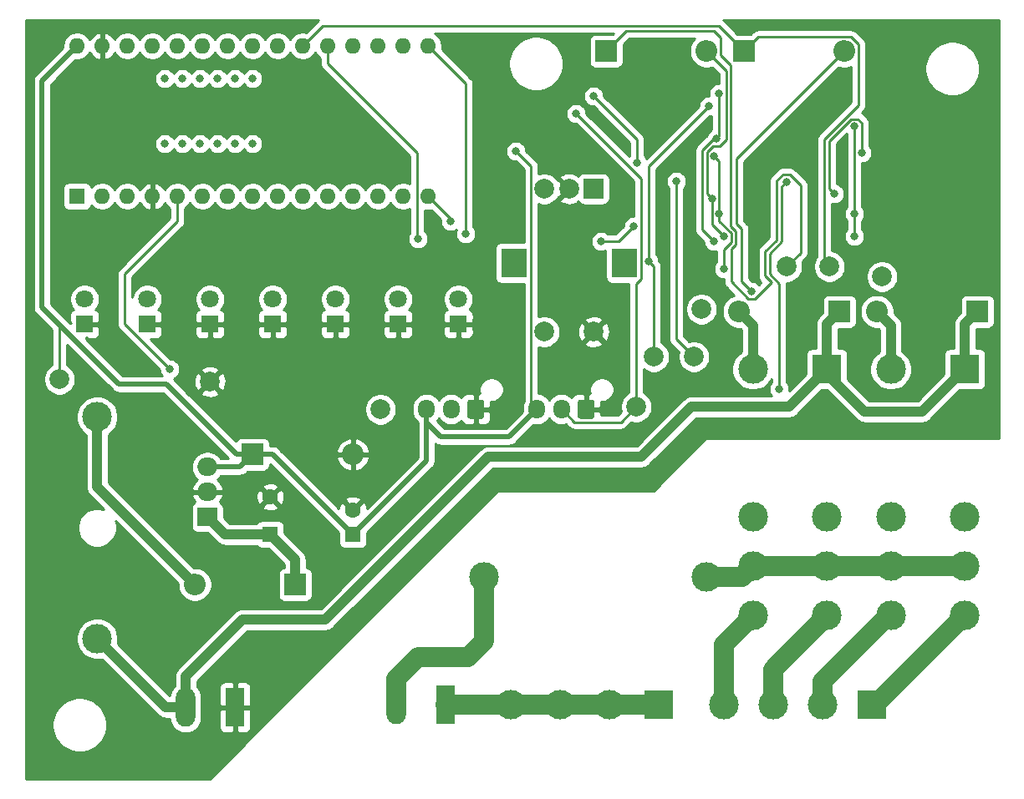
<source format=gbr>
%TF.GenerationSoftware,KiCad,Pcbnew,(5.1.9)-1*%
%TF.CreationDate,2021-09-01T12:14:14+02:00*%
%TF.ProjectId,scheda recinzione,73636865-6461-4207-9265-63696e7a696f,rev?*%
%TF.SameCoordinates,Original*%
%TF.FileFunction,Copper,L2,Bot*%
%TF.FilePolarity,Positive*%
%FSLAX46Y46*%
G04 Gerber Fmt 4.6, Leading zero omitted, Abs format (unit mm)*
G04 Created by KiCad (PCBNEW (5.1.9)-1) date 2021-09-01 12:14:14*
%MOMM*%
%LPD*%
G01*
G04 APERTURE LIST*
%TA.AperFunction,ComponentPad*%
%ADD10C,2.000000*%
%TD*%
%TA.AperFunction,ComponentPad*%
%ADD11O,1.700000X1.950000*%
%TD*%
%TA.AperFunction,ComponentPad*%
%ADD12R,2.000000X2.000000*%
%TD*%
%TA.AperFunction,ComponentPad*%
%ADD13R,2.500000X3.000000*%
%TD*%
%TA.AperFunction,ComponentPad*%
%ADD14O,2.200000X2.200000*%
%TD*%
%TA.AperFunction,ComponentPad*%
%ADD15R,2.200000X2.200000*%
%TD*%
%TA.AperFunction,ComponentPad*%
%ADD16C,3.000000*%
%TD*%
%TA.AperFunction,ComponentPad*%
%ADD17R,3.000000X3.000000*%
%TD*%
%TA.AperFunction,ComponentPad*%
%ADD18C,1.800000*%
%TD*%
%TA.AperFunction,ComponentPad*%
%ADD19R,1.800000X1.800000*%
%TD*%
%TA.AperFunction,ComponentPad*%
%ADD20O,2.000000X1.905000*%
%TD*%
%TA.AperFunction,ComponentPad*%
%ADD21R,2.000000X1.905000*%
%TD*%
%TA.AperFunction,ComponentPad*%
%ADD22O,1.600000X1.600000*%
%TD*%
%TA.AperFunction,ComponentPad*%
%ADD23R,1.600000X1.600000*%
%TD*%
%TA.AperFunction,ComponentPad*%
%ADD24C,1.600000*%
%TD*%
%TA.AperFunction,ComponentPad*%
%ADD25O,1.980000X3.960000*%
%TD*%
%TA.AperFunction,ComponentPad*%
%ADD26R,1.980000X3.960000*%
%TD*%
%TA.AperFunction,ViaPad*%
%ADD27C,0.800000*%
%TD*%
%TA.AperFunction,Conductor*%
%ADD28C,0.250000*%
%TD*%
%TA.AperFunction,Conductor*%
%ADD29C,0.500000*%
%TD*%
%TA.AperFunction,Conductor*%
%ADD30C,1.000000*%
%TD*%
%TA.AperFunction,Conductor*%
%ADD31C,2.000000*%
%TD*%
%TA.AperFunction,Conductor*%
%ADD32C,0.254000*%
%TD*%
%TA.AperFunction,Conductor*%
%ADD33C,0.100000*%
%TD*%
G04 APERTURE END LIST*
D10*
%TO.P,TP10,1*%
%TO.N,Net-(A1-Pad21)*%
X260604000Y-107696000D03*
%TD*%
%TO.P,TP9,1*%
%TO.N,Net-(A1-Pad19)*%
X256286000Y-107696000D03*
%TD*%
%TO.P,TP8,1*%
%TO.N,+5V*%
X182626000Y-119126000D03*
%TD*%
%TO.P,TP7,1*%
%TO.N,Net-(C11-Pad1)*%
X242824000Y-116840000D03*
%TD*%
%TO.P,TP6,1*%
%TO.N,Net-(C7-Pad1)*%
X246888000Y-116840000D03*
%TD*%
%TO.P,TP5,1*%
%TO.N,GND*%
X197866000Y-119380000D03*
%TD*%
%TO.P,TP3,1*%
%TO.N,VCC*%
X265938000Y-108712000D03*
%TD*%
%TO.P,TP2,1*%
%TO.N,Net-(J2-Pad2)*%
X215138000Y-122174000D03*
%TD*%
%TO.P,TP1,1*%
%TO.N,Net-(J1-Pad2)*%
X241046000Y-121920000D03*
%TD*%
%TO.P,TP4,1*%
%TO.N,Net-(A1-Pad20)*%
X247650000Y-112014000D03*
%TD*%
D11*
%TO.P,J1,3*%
%TO.N,+5V*%
X230966000Y-122174000D03*
%TO.P,J1,2*%
%TO.N,Net-(J1-Pad2)*%
X233466000Y-122174000D03*
%TO.P,J1,1*%
%TO.N,GND*%
%TA.AperFunction,ComponentPad*%
G36*
G01*
X236816000Y-121449000D02*
X236816000Y-122899000D01*
G75*
G02*
X236566000Y-123149000I-250000J0D01*
G01*
X235366000Y-123149000D01*
G75*
G02*
X235116000Y-122899000I0J250000D01*
G01*
X235116000Y-121449000D01*
G75*
G02*
X235366000Y-121199000I250000J0D01*
G01*
X236566000Y-121199000D01*
G75*
G02*
X236816000Y-121449000I0J-250000D01*
G01*
G37*
%TD.AperFunction*%
%TD*%
D12*
%TO.P,J9,A*%
%TO.N,Net-(A1-Pad7)*%
X236728000Y-99822000D03*
D10*
%TO.P,J9,C*%
%TO.N,GND*%
X234228000Y-99822000D03*
%TO.P,J9,B*%
%TO.N,Net-(A1-Pad6)*%
X231728000Y-99822000D03*
D13*
%TO.P,J9,MP*%
%TO.N,N/C*%
X239828000Y-107322000D03*
X228628000Y-107322000D03*
D10*
%TO.P,J9,S1*%
%TO.N,GND*%
X236728000Y-114322000D03*
%TO.P,J9,S2*%
%TO.N,Net-(A1-Pad5)*%
X231728000Y-114322000D03*
%TD*%
D14*
%TO.P,D13,2*%
%TO.N,Net-(D13-Pad2)*%
X262128000Y-85852000D03*
D15*
%TO.P,D13,1*%
%TO.N,Net-(A1-Pad21)*%
X251968000Y-85852000D03*
%TD*%
D14*
%TO.P,D12,2*%
%TO.N,Net-(D12-Pad2)*%
X248158000Y-85852000D03*
D15*
%TO.P,D12,1*%
%TO.N,Net-(A1-Pad19)*%
X237998000Y-85852000D03*
%TD*%
D16*
%TO.P,F1,2*%
%TO.N,Net-(F1-Pad2)*%
X225658000Y-139192000D03*
%TO.P,F1,1*%
%TO.N,Net-(F1-Pad1)*%
X248158000Y-139192000D03*
%TD*%
%TO.P,F2,2*%
%TO.N,+24V*%
X186436000Y-145436000D03*
%TO.P,F2,1*%
%TO.N,Net-(D10-Pad2)*%
X186436000Y-122936000D03*
%TD*%
D17*
%TO.P,K2,A1*%
%TO.N,+24V*%
X260350000Y-118110000D03*
D16*
%TO.P,K2,A2*%
%TO.N,Net-(D2-Pad2)*%
X252850000Y-118110000D03*
%TO.P,K2,11*%
%TO.N,Net-(F1-Pad1)*%
X260350000Y-138110000D03*
%TO.P,K2,24*%
%TO.N,Net-(J5-Pad4)*%
X252850000Y-143110000D03*
%TO.P,K2,22*%
%TO.N,Net-(K2-Pad22)*%
X252850000Y-133110000D03*
%TO.P,K2,12*%
%TO.N,Net-(K2-Pad12)*%
X260350000Y-133110000D03*
%TO.P,K2,21*%
%TO.N,Net-(F1-Pad1)*%
X252850000Y-138110000D03*
%TO.P,K2,14*%
%TO.N,Net-(J5-Pad3)*%
X260350000Y-143110000D03*
%TD*%
D17*
%TO.P,J4,1*%
%TO.N,Net-(J3-Pad1)*%
X243332000Y-152146000D03*
D16*
%TO.P,J4,2*%
X238332000Y-152146000D03*
%TO.P,J4,3*%
X233332000Y-152146000D03*
%TO.P,J4,4*%
X228332000Y-152146000D03*
%TD*%
D18*
%TO.P,D9,2*%
%TO.N,Net-(D9-Pad2)*%
X223026000Y-110998000D03*
D19*
%TO.P,D9,1*%
%TO.N,GND*%
X223026000Y-113538000D03*
%TD*%
D20*
%TO.P,U1,3*%
%TO.N,+5V*%
X197612000Y-128016000D03*
%TO.P,U1,2*%
%TO.N,GND*%
X197612000Y-130556000D03*
D21*
%TO.P,U1,1*%
%TO.N,Net-(C12-Pad1)*%
X197612000Y-133096000D03*
%TD*%
D22*
%TO.P,A1,16*%
%TO.N,Net-(A1-Pad16)*%
X219964000Y-85344000D03*
%TO.P,A1,15*%
%TO.N,Net-(A1-Pad15)*%
X219964000Y-100584000D03*
%TO.P,A1,30*%
%TO.N,+5V*%
X184404000Y-85344000D03*
%TO.P,A1,14*%
%TO.N,Net-(A1-Pad14)*%
X217424000Y-100584000D03*
%TO.P,A1,29*%
%TO.N,GND*%
X186944000Y-85344000D03*
%TO.P,A1,13*%
%TO.N,Net-(A1-Pad13)*%
X214884000Y-100584000D03*
%TO.P,A1,28*%
%TO.N,Net-(A1-Pad28)*%
X189484000Y-85344000D03*
%TO.P,A1,12*%
%TO.N,Net-(A1-Pad12)*%
X212344000Y-100584000D03*
%TO.P,A1,27*%
%TO.N,Net-(A1-Pad27)*%
X192024000Y-85344000D03*
%TO.P,A1,11*%
%TO.N,Net-(A1-Pad11)*%
X209804000Y-100584000D03*
%TO.P,A1,26*%
%TO.N,Net-(A1-Pad26)*%
X194564000Y-85344000D03*
%TO.P,A1,10*%
%TO.N,Net-(A1-Pad10)*%
X207264000Y-100584000D03*
%TO.P,A1,25*%
%TO.N,Net-(A1-Pad25)*%
X197104000Y-85344000D03*
%TO.P,A1,9*%
%TO.N,Net-(A1-Pad9)*%
X204724000Y-100584000D03*
%TO.P,A1,24*%
%TO.N,Net-(A1-Pad24)*%
X199644000Y-85344000D03*
%TO.P,A1,8*%
%TO.N,Net-(A1-Pad8)*%
X202184000Y-100584000D03*
%TO.P,A1,23*%
%TO.N,Net-(A1-Pad23)*%
X202184000Y-85344000D03*
%TO.P,A1,7*%
%TO.N,Net-(A1-Pad7)*%
X199644000Y-100584000D03*
%TO.P,A1,22*%
%TO.N,Net-(A1-Pad22)*%
X204724000Y-85344000D03*
%TO.P,A1,6*%
%TO.N,Net-(A1-Pad6)*%
X197104000Y-100584000D03*
%TO.P,A1,21*%
%TO.N,Net-(A1-Pad21)*%
X207264000Y-85344000D03*
%TO.P,A1,5*%
%TO.N,Net-(A1-Pad5)*%
X194564000Y-100584000D03*
%TO.P,A1,20*%
%TO.N,Net-(A1-Pad20)*%
X209804000Y-85344000D03*
%TO.P,A1,4*%
%TO.N,GND*%
X192024000Y-100584000D03*
%TO.P,A1,19*%
%TO.N,Net-(A1-Pad19)*%
X212344000Y-85344000D03*
%TO.P,A1,3*%
%TO.N,Net-(A1-Pad3)*%
X189484000Y-100584000D03*
%TO.P,A1,18*%
%TO.N,Net-(A1-Pad18)*%
X214884000Y-85344000D03*
%TO.P,A1,2*%
%TO.N,Net-(A1-Pad2)*%
X186944000Y-100584000D03*
%TO.P,A1,17*%
%TO.N,Net-(A1-Pad17)*%
X217424000Y-85344000D03*
D23*
%TO.P,A1,1*%
%TO.N,Net-(A1-Pad1)*%
X184404000Y-100584000D03*
%TD*%
D18*
%TO.P,D3,2*%
%TO.N,Net-(D3-Pad2)*%
X185166000Y-110998000D03*
D19*
%TO.P,D3,1*%
%TO.N,GND*%
X185166000Y-113538000D03*
%TD*%
D18*
%TO.P,D8,2*%
%TO.N,Net-(D8-Pad2)*%
X216916000Y-110998000D03*
D19*
%TO.P,D8,1*%
%TO.N,GND*%
X216916000Y-113538000D03*
%TD*%
D14*
%TO.P,D11,2*%
%TO.N,GND*%
X212344000Y-126746000D03*
D15*
%TO.P,D11,1*%
%TO.N,+5V*%
X202184000Y-126746000D03*
%TD*%
D24*
%TO.P,C13,2*%
%TO.N,GND*%
X212344000Y-132374000D03*
D23*
%TO.P,C13,1*%
%TO.N,+5V*%
X212344000Y-134874000D03*
%TD*%
D24*
%TO.P,C12,2*%
%TO.N,GND*%
X203962000Y-131074000D03*
D23*
%TO.P,C12,1*%
%TO.N,Net-(C12-Pad1)*%
X203962000Y-134874000D03*
%TD*%
D17*
%TO.P,J5,1*%
%TO.N,Net-(J5-Pad1)*%
X264922000Y-152146000D03*
D16*
%TO.P,J5,2*%
%TO.N,Net-(J5-Pad2)*%
X259922000Y-152146000D03*
%TO.P,J5,3*%
%TO.N,Net-(J5-Pad3)*%
X254922000Y-152146000D03*
%TO.P,J5,4*%
%TO.N,Net-(J5-Pad4)*%
X249922000Y-152146000D03*
%TD*%
D18*
%TO.P,D7,2*%
%TO.N,Net-(D7-Pad2)*%
X210566000Y-110998000D03*
D19*
%TO.P,D7,1*%
%TO.N,GND*%
X210566000Y-113538000D03*
%TD*%
D18*
%TO.P,D6,2*%
%TO.N,Net-(D6-Pad2)*%
X204216000Y-110998000D03*
D19*
%TO.P,D6,1*%
%TO.N,GND*%
X204216000Y-113538000D03*
%TD*%
D18*
%TO.P,D5,2*%
%TO.N,Net-(D5-Pad2)*%
X197866000Y-110998000D03*
D19*
%TO.P,D5,1*%
%TO.N,GND*%
X197866000Y-113538000D03*
%TD*%
D18*
%TO.P,D4,2*%
%TO.N,Net-(D4-Pad2)*%
X191516000Y-110998000D03*
D19*
%TO.P,D4,1*%
%TO.N,GND*%
X191516000Y-113538000D03*
%TD*%
D25*
%TO.P,J7,2*%
%TO.N,+24V*%
X195406000Y-152400000D03*
D26*
%TO.P,J7,1*%
%TO.N,GND*%
X200406000Y-152400000D03*
%TD*%
%TO.P,J3,1*%
%TO.N,Net-(J3-Pad1)*%
X221742000Y-152146000D03*
D25*
%TO.P,J3,2*%
%TO.N,Net-(F1-Pad2)*%
X216742000Y-152146000D03*
%TD*%
D11*
%TO.P,J2,3*%
%TO.N,+5V*%
X219790000Y-122174000D03*
%TO.P,J2,2*%
%TO.N,Net-(J2-Pad2)*%
X222290000Y-122174000D03*
%TO.P,J2,1*%
%TO.N,GND*%
%TA.AperFunction,ComponentPad*%
G36*
G01*
X225640000Y-121449000D02*
X225640000Y-122899000D01*
G75*
G02*
X225390000Y-123149000I-250000J0D01*
G01*
X224190000Y-123149000D01*
G75*
G02*
X223940000Y-122899000I0J250000D01*
G01*
X223940000Y-121449000D01*
G75*
G02*
X224190000Y-121199000I250000J0D01*
G01*
X225390000Y-121199000D01*
G75*
G02*
X225640000Y-121449000I0J-250000D01*
G01*
G37*
%TD.AperFunction*%
%TD*%
D14*
%TO.P,D10,2*%
%TO.N,Net-(D10-Pad2)*%
X196342000Y-139954000D03*
D15*
%TO.P,D10,1*%
%TO.N,Net-(C12-Pad1)*%
X206502000Y-139954000D03*
%TD*%
D17*
%TO.P,K1,A1*%
%TO.N,+24V*%
X274320000Y-118110000D03*
D16*
%TO.P,K1,A2*%
%TO.N,Net-(D1-Pad2)*%
X266820000Y-118110000D03*
%TO.P,K1,11*%
%TO.N,Net-(F1-Pad1)*%
X274320000Y-138110000D03*
%TO.P,K1,24*%
%TO.N,Net-(J5-Pad2)*%
X266820000Y-143110000D03*
%TO.P,K1,22*%
%TO.N,Net-(K1-Pad22)*%
X266820000Y-133110000D03*
%TO.P,K1,12*%
%TO.N,Net-(K1-Pad12)*%
X274320000Y-133110000D03*
%TO.P,K1,21*%
%TO.N,Net-(F1-Pad1)*%
X266820000Y-138110000D03*
%TO.P,K1,14*%
%TO.N,Net-(J5-Pad1)*%
X274320000Y-143110000D03*
%TD*%
D15*
%TO.P,D2,1*%
%TO.N,+24V*%
X261620000Y-112268000D03*
D14*
%TO.P,D2,2*%
%TO.N,Net-(D2-Pad2)*%
X251460000Y-112268000D03*
%TD*%
D15*
%TO.P,D1,1*%
%TO.N,+24V*%
X275590000Y-112268000D03*
D14*
%TO.P,D1,2*%
%TO.N,Net-(D1-Pad2)*%
X265430000Y-112268000D03*
%TD*%
D27*
%TO.N,*%
X198628000Y-95250000D03*
X195072000Y-95250000D03*
X193294000Y-95250000D03*
X202184000Y-95250000D03*
X196850000Y-95250000D03*
X200406000Y-95250000D03*
X198628000Y-88646000D03*
X195072000Y-88646000D03*
X193294000Y-88646000D03*
X202184000Y-88646000D03*
X196850000Y-88646000D03*
X200406000Y-88646000D03*
%TO.N,Net-(A1-Pad16)*%
X223774000Y-104394000D03*
%TO.N,Net-(A1-Pad15)*%
X222250000Y-103124000D03*
%TO.N,GND*%
X243840000Y-93472000D03*
X255519347Y-94492653D03*
X193294000Y-92202000D03*
X195072000Y-92202000D03*
X196850000Y-92202000D03*
X198628000Y-92202000D03*
X200406000Y-92202000D03*
X202184000Y-92202000D03*
X272288000Y-99314000D03*
X268986000Y-105410000D03*
X268986000Y-106680000D03*
X269748000Y-107442000D03*
X267716000Y-98552000D03*
X268986000Y-98552000D03*
X262128000Y-94959000D03*
X253492000Y-104567990D03*
%TO.N,Net-(A1-Pad5)*%
X193802000Y-118110000D03*
%TO.N,Net-(A1-Pad20)*%
X218948000Y-104902000D03*
%TO.N,Net-(C6-Pad2)*%
X236728000Y-90424000D03*
X241122703Y-97155944D03*
%TO.N,+5V*%
X249428000Y-90170000D03*
X249174000Y-94742000D03*
X248920000Y-105156000D03*
X228854000Y-96012000D03*
%TO.N,Net-(J1-Pad2)*%
X234950000Y-92202000D03*
%TO.N,Net-(C8-Pad2)*%
X261112000Y-100330000D03*
X263869000Y-96167059D03*
%TO.N,Net-(C10-Pad2)*%
X263144000Y-104648000D03*
X263144000Y-102362000D03*
X263144000Y-93472000D03*
%TO.N,Net-(J2-Pad2)*%
X256237787Y-99093346D03*
X255524000Y-120142000D03*
%TO.N,Net-(C7-Pad1)*%
X245110000Y-99060000D03*
%TO.N,Net-(C11-Pad1)*%
X248412000Y-91440000D03*
X242316000Y-107188000D03*
%TO.N,Net-(D12-Pad2)*%
X248703000Y-100838000D03*
X249936000Y-104648000D03*
%TO.N,Net-(D13-Pad2)*%
X252730000Y-110236000D03*
%TO.N,VCC*%
X248920000Y-96520000D03*
X249428000Y-102362000D03*
X249898276Y-107940880D03*
%TO.N,Net-(R30-Pad1)*%
X237490000Y-105156000D03*
X240792000Y-103632000D03*
%TD*%
D28*
%TO.N,Net-(A1-Pad16)*%
X223774000Y-89154000D02*
X219964000Y-85344000D01*
X223774000Y-104394000D02*
X223774000Y-89154000D01*
%TO.N,Net-(A1-Pad15)*%
X222250000Y-102870000D02*
X222250000Y-103124000D01*
X219964000Y-100584000D02*
X222250000Y-102870000D01*
D29*
%TO.N,GND*%
X200406000Y-152400000D02*
X200406000Y-151638000D01*
D28*
%TO.N,Net-(A1-Pad21)*%
X251968000Y-85852000D02*
X249428000Y-83312000D01*
X209296000Y-83312000D02*
X207264000Y-85344000D01*
X249428000Y-83312000D02*
X209296000Y-83312000D01*
X260096000Y-107188000D02*
X260604000Y-107696000D01*
X260096000Y-94810588D02*
X260096000Y-107188000D01*
X263553001Y-91353587D02*
X260096000Y-94810588D01*
X263553001Y-85167999D02*
X263553001Y-91353587D01*
X262812001Y-84426999D02*
X263553001Y-85167999D01*
X253393001Y-84426999D02*
X262812001Y-84426999D01*
X251968000Y-85852000D02*
X253393001Y-84426999D01*
%TO.N,Net-(A1-Pad5)*%
X193802000Y-118110000D02*
X189230000Y-113538000D01*
X189230000Y-113538000D02*
X189230000Y-108458000D01*
X194564000Y-103124000D02*
X194564000Y-100584000D01*
X189230000Y-108458000D02*
X194564000Y-103124000D01*
%TO.N,Net-(A1-Pad20)*%
X218838999Y-104792999D02*
X218838999Y-96156999D01*
X218948000Y-104902000D02*
X218838999Y-104792999D01*
X209804000Y-87122000D02*
X209804000Y-85344000D01*
X218838999Y-96156999D02*
X209804000Y-87122000D01*
%TO.N,Net-(A1-Pad19)*%
X240030000Y-83820000D02*
X237998000Y-85852000D01*
X249583001Y-84483001D02*
X248920000Y-83820000D01*
X249583001Y-86252003D02*
X249583001Y-84483001D01*
X251111012Y-104113599D02*
X250607999Y-103610586D01*
X251111012Y-105436401D02*
X251111012Y-104113599D01*
X250661001Y-105886412D02*
X251111012Y-105436401D01*
X256286000Y-107696000D02*
X257685999Y-106296001D01*
X255270000Y-105027590D02*
X254110989Y-106186601D01*
X254752796Y-109286207D02*
X253078001Y-110961001D01*
X257685999Y-106296001D02*
X257685999Y-99468556D01*
X250607999Y-87277001D02*
X249583001Y-86252003D01*
X255889786Y-98368345D02*
X255270000Y-98988131D01*
X248920000Y-83820000D02*
X240030000Y-83820000D01*
X253078001Y-110961001D02*
X252381999Y-110961001D01*
X256585788Y-98368345D02*
X255889786Y-98368345D01*
X250607999Y-103610586D02*
X250607999Y-87277001D01*
X255270000Y-98988131D02*
X255270000Y-105027590D01*
X254110989Y-106186601D02*
X254110990Y-108644401D01*
X254110990Y-108644401D02*
X254752796Y-109286207D01*
X257685999Y-99468556D02*
X256585788Y-98368345D01*
X252381999Y-110961001D02*
X250661001Y-109240003D01*
X250661001Y-109240003D02*
X250661001Y-105886412D01*
D30*
%TO.N,Net-(D1-Pad2)*%
X266820000Y-113658000D02*
X265430000Y-112268000D01*
X266820000Y-118110000D02*
X266820000Y-113658000D01*
%TO.N,Net-(D2-Pad2)*%
X252850000Y-113658000D02*
X251460000Y-112268000D01*
X252850000Y-118110000D02*
X252850000Y-113658000D01*
D28*
%TO.N,Net-(C6-Pad2)*%
X241122703Y-94818703D02*
X241122703Y-97155944D01*
X236728000Y-90424000D02*
X241122703Y-94818703D01*
D29*
%TO.N,+5V*%
X204216000Y-126746000D02*
X212344000Y-134874000D01*
X202184000Y-126746000D02*
X204216000Y-126746000D01*
X219790000Y-127428000D02*
X219790000Y-122174000D01*
X212344000Y-134874000D02*
X219790000Y-127428000D01*
X200914000Y-128016000D02*
X202184000Y-126746000D01*
X197612000Y-128016000D02*
X200914000Y-128016000D01*
X200584000Y-126746000D02*
X193472000Y-119634000D01*
X202184000Y-126746000D02*
X200584000Y-126746000D01*
X188651998Y-119634000D02*
X182118000Y-113100002D01*
X193472000Y-119634000D02*
X188651998Y-119634000D01*
X219790000Y-122174000D02*
X219790000Y-123524000D01*
X219790000Y-123524000D02*
X221234000Y-124968000D01*
X228172000Y-124968000D02*
X230966000Y-122174000D01*
X221234000Y-124968000D02*
X228172000Y-124968000D01*
D28*
X249428000Y-94488000D02*
X249174000Y-94742000D01*
X249428000Y-90170000D02*
X249428000Y-94488000D01*
X182626000Y-113608002D02*
X182118000Y-113100002D01*
X182626000Y-119126000D02*
X182626000Y-113608002D01*
X248914590Y-94742000D02*
X249174000Y-94742000D01*
X247744990Y-103980990D02*
X247744990Y-95911600D01*
X247744990Y-95911600D02*
X248914590Y-94742000D01*
X248920000Y-105156000D02*
X247744990Y-103980990D01*
X230402999Y-97560999D02*
X228854000Y-96012000D01*
X230402999Y-121610999D02*
X230402999Y-97560999D01*
X230966000Y-122174000D02*
X230402999Y-121610999D01*
D29*
X180848000Y-88900000D02*
X184404000Y-85344000D01*
X180848000Y-111830002D02*
X180848000Y-88900000D01*
X182118000Y-113100002D02*
X180848000Y-111830002D01*
D28*
%TO.N,Net-(J1-Pad2)*%
X234766010Y-123474010D02*
X239491990Y-123474010D01*
X239491990Y-123474010D02*
X241046000Y-121920000D01*
X233466000Y-122174000D02*
X234766010Y-123474010D01*
X241517001Y-98769001D02*
X234950000Y-92202000D01*
X241517001Y-108968001D02*
X241517001Y-98769001D01*
X241046000Y-109439002D02*
X241517001Y-108968001D01*
X241046000Y-121920000D02*
X241046000Y-109439002D01*
D30*
%TO.N,Net-(C12-Pad1)*%
X206502000Y-137414000D02*
X203962000Y-134874000D01*
X206502000Y-139954000D02*
X206502000Y-137414000D01*
X199390000Y-134874000D02*
X197612000Y-133096000D01*
X203962000Y-134874000D02*
X199390000Y-134874000D01*
D28*
%TO.N,Net-(C8-Pad2)*%
X263869000Y-93123998D02*
X263869000Y-96167059D01*
X263492001Y-92746999D02*
X263869000Y-93123998D01*
X262795999Y-92746999D02*
X263492001Y-92746999D01*
X260604000Y-94938998D02*
X262795999Y-92746999D01*
X260604000Y-99822000D02*
X260604000Y-94938998D01*
X261112000Y-100330000D02*
X260604000Y-99822000D01*
%TO.N,Net-(C10-Pad2)*%
X263144000Y-104648000D02*
X263144000Y-102362000D01*
X263144000Y-93472000D02*
X263144000Y-102362000D01*
D30*
%TO.N,+24V*%
X193400000Y-152400000D02*
X186436000Y-145436000D01*
X195406000Y-152400000D02*
X193400000Y-152400000D01*
X195406000Y-152400000D02*
X195406000Y-149272000D01*
X195406000Y-149272000D02*
X201168000Y-143510000D01*
X201168000Y-143510000D02*
X209550000Y-143510000D01*
X209550000Y-143510000D02*
X226060000Y-127000000D01*
X226060000Y-127000000D02*
X241554000Y-127000000D01*
X241554000Y-127000000D02*
X246634000Y-121920000D01*
X256540000Y-121920000D02*
X260350000Y-118110000D01*
X246634000Y-121920000D02*
X256540000Y-121920000D01*
X260350000Y-118110000D02*
X260350000Y-118618000D01*
X260350000Y-118618000D02*
X264160000Y-122428000D01*
X270002000Y-122428000D02*
X274320000Y-118110000D01*
X264160000Y-122428000D02*
X270002000Y-122428000D01*
X274320000Y-113538000D02*
X275590000Y-112268000D01*
X274320000Y-118110000D02*
X274320000Y-113538000D01*
X260350000Y-113538000D02*
X261620000Y-112268000D01*
X260350000Y-118110000D02*
X260350000Y-113538000D01*
%TO.N,Net-(D10-Pad2)*%
X186436000Y-130048000D02*
X196342000Y-139954000D01*
X186436000Y-122936000D02*
X186436000Y-130048000D01*
D28*
%TO.N,Net-(J2-Pad2)*%
X255524000Y-109421001D02*
X255524000Y-120142000D01*
X254560999Y-108458000D02*
X255524000Y-109421001D01*
X254560999Y-106373001D02*
X254560999Y-108458000D01*
X255778000Y-105156000D02*
X254560999Y-106373001D01*
X255778000Y-99553133D02*
X255778000Y-105156000D01*
X256237787Y-99093346D02*
X255778000Y-99553133D01*
D31*
%TO.N,Net-(F1-Pad1)*%
X252850000Y-138110000D02*
X260350000Y-138110000D01*
X260350000Y-138110000D02*
X266820000Y-138110000D01*
X266820000Y-138110000D02*
X274320000Y-138110000D01*
%TO.N,Net-(J3-Pad1)*%
X221742000Y-152146000D02*
X228332000Y-152146000D01*
X228332000Y-152146000D02*
X233332000Y-152146000D01*
X233332000Y-152146000D02*
X238332000Y-152146000D01*
X238332000Y-152146000D02*
X243332000Y-152146000D01*
%TO.N,Net-(J5-Pad2)*%
X259962000Y-152106000D02*
X259922000Y-152146000D01*
X259922000Y-152146000D02*
X259922000Y-149780000D01*
X266592000Y-143110000D02*
X266820000Y-143110000D01*
X259922000Y-149780000D02*
X266592000Y-143110000D01*
%TO.N,Net-(J5-Pad4)*%
X249922000Y-146038000D02*
X252850000Y-143110000D01*
X249922000Y-152146000D02*
X249922000Y-146038000D01*
%TO.N,Net-(J5-Pad3)*%
X254922000Y-148538000D02*
X260350000Y-143110000D01*
X254922000Y-152146000D02*
X254922000Y-148538000D01*
%TO.N,Net-(J5-Pad1)*%
X265284000Y-152146000D02*
X274320000Y-143110000D01*
X264922000Y-152146000D02*
X265284000Y-152146000D01*
D28*
%TO.N,Net-(C7-Pad1)*%
X245110000Y-115062000D02*
X245110000Y-99060000D01*
X246888000Y-116840000D02*
X245110000Y-115062000D01*
%TO.N,Net-(C11-Pad1)*%
X242316000Y-97536000D02*
X242316000Y-107188000D01*
X248412000Y-91440000D02*
X242316000Y-97536000D01*
X242824000Y-107696000D02*
X242316000Y-107188000D01*
X242824000Y-116840000D02*
X242824000Y-107696000D01*
%TO.N,Net-(D12-Pad2)*%
X250153001Y-87847001D02*
X248158000Y-85852000D01*
X250153001Y-94836001D02*
X250153001Y-87847001D01*
X249522001Y-95467001D02*
X250153001Y-94836001D01*
X248825999Y-95467001D02*
X249522001Y-95467001D01*
X248194999Y-96098001D02*
X248825999Y-95467001D01*
X248194999Y-100329999D02*
X248194999Y-96098001D01*
X248703000Y-100838000D02*
X248194999Y-100329999D01*
X248703000Y-103415000D02*
X249936000Y-104648000D01*
X248703000Y-100838000D02*
X248703000Y-103415000D01*
%TO.N,Net-(D13-Pad2)*%
X251714000Y-109220000D02*
X252730000Y-110236000D01*
X251714000Y-103886000D02*
X251714000Y-109220000D01*
X251206000Y-96774000D02*
X251206000Y-103378000D01*
X251206000Y-103378000D02*
X251714000Y-103886000D01*
X262128000Y-85852000D02*
X251206000Y-96774000D01*
%TO.N,VCC*%
X249428000Y-97028000D02*
X249428000Y-102362000D01*
X248920000Y-96520000D02*
X249428000Y-97028000D01*
X249428000Y-102362000D02*
X249428000Y-103066998D01*
X249428000Y-103066998D02*
X250661001Y-104299999D01*
X250661001Y-105250001D02*
X249898276Y-106012726D01*
X250661001Y-104299999D02*
X250661001Y-105250001D01*
X249898276Y-106012726D02*
X249898276Y-107940880D01*
%TO.N,Net-(R30-Pad1)*%
X239268000Y-105156000D02*
X240792000Y-103632000D01*
X237490000Y-105156000D02*
X239268000Y-105156000D01*
D31*
%TO.N,Net-(F1-Pad2)*%
X216742000Y-149526000D02*
X216742000Y-152146000D01*
X218948000Y-147320000D02*
X216742000Y-149526000D01*
X224028000Y-147320000D02*
X218948000Y-147320000D01*
X225658000Y-145690000D02*
X224028000Y-147320000D01*
X225658000Y-139192000D02*
X225658000Y-145690000D01*
%TO.N,Net-(F1-Pad1)*%
X251768000Y-139192000D02*
X252850000Y-138110000D01*
X248158000Y-139192000D02*
X251768000Y-139192000D01*
%TD*%
D32*
%TO.N,GND*%
X208871723Y-82677026D02*
X208788083Y-82745668D01*
X208755999Y-82771999D01*
X208732201Y-82800997D01*
X207587886Y-83945312D01*
X207405335Y-83909000D01*
X207122665Y-83909000D01*
X206845426Y-83964147D01*
X206584273Y-84072320D01*
X206349241Y-84229363D01*
X206149363Y-84429241D01*
X205994000Y-84661759D01*
X205838637Y-84429241D01*
X205638759Y-84229363D01*
X205403727Y-84072320D01*
X205142574Y-83964147D01*
X204865335Y-83909000D01*
X204582665Y-83909000D01*
X204305426Y-83964147D01*
X204044273Y-84072320D01*
X203809241Y-84229363D01*
X203609363Y-84429241D01*
X203454000Y-84661759D01*
X203298637Y-84429241D01*
X203098759Y-84229363D01*
X202863727Y-84072320D01*
X202602574Y-83964147D01*
X202325335Y-83909000D01*
X202042665Y-83909000D01*
X201765426Y-83964147D01*
X201504273Y-84072320D01*
X201269241Y-84229363D01*
X201069363Y-84429241D01*
X200914000Y-84661759D01*
X200758637Y-84429241D01*
X200558759Y-84229363D01*
X200323727Y-84072320D01*
X200062574Y-83964147D01*
X199785335Y-83909000D01*
X199502665Y-83909000D01*
X199225426Y-83964147D01*
X198964273Y-84072320D01*
X198729241Y-84229363D01*
X198529363Y-84429241D01*
X198374000Y-84661759D01*
X198218637Y-84429241D01*
X198018759Y-84229363D01*
X197783727Y-84072320D01*
X197522574Y-83964147D01*
X197245335Y-83909000D01*
X196962665Y-83909000D01*
X196685426Y-83964147D01*
X196424273Y-84072320D01*
X196189241Y-84229363D01*
X195989363Y-84429241D01*
X195834000Y-84661759D01*
X195678637Y-84429241D01*
X195478759Y-84229363D01*
X195243727Y-84072320D01*
X194982574Y-83964147D01*
X194705335Y-83909000D01*
X194422665Y-83909000D01*
X194145426Y-83964147D01*
X193884273Y-84072320D01*
X193649241Y-84229363D01*
X193449363Y-84429241D01*
X193294000Y-84661759D01*
X193138637Y-84429241D01*
X192938759Y-84229363D01*
X192703727Y-84072320D01*
X192442574Y-83964147D01*
X192165335Y-83909000D01*
X191882665Y-83909000D01*
X191605426Y-83964147D01*
X191344273Y-84072320D01*
X191109241Y-84229363D01*
X190909363Y-84429241D01*
X190754000Y-84661759D01*
X190598637Y-84429241D01*
X190398759Y-84229363D01*
X190163727Y-84072320D01*
X189902574Y-83964147D01*
X189625335Y-83909000D01*
X189342665Y-83909000D01*
X189065426Y-83964147D01*
X188804273Y-84072320D01*
X188569241Y-84229363D01*
X188369363Y-84429241D01*
X188212320Y-84664273D01*
X188207933Y-84674865D01*
X188096385Y-84488869D01*
X187907414Y-84280481D01*
X187681420Y-84112963D01*
X187427087Y-83992754D01*
X187293039Y-83952096D01*
X187071000Y-84074085D01*
X187071000Y-85217000D01*
X187091000Y-85217000D01*
X187091000Y-85471000D01*
X187071000Y-85471000D01*
X187071000Y-86613915D01*
X187293039Y-86735904D01*
X187427087Y-86695246D01*
X187681420Y-86575037D01*
X187907414Y-86407519D01*
X188096385Y-86199131D01*
X188207933Y-86013135D01*
X188212320Y-86023727D01*
X188369363Y-86258759D01*
X188569241Y-86458637D01*
X188804273Y-86615680D01*
X189065426Y-86723853D01*
X189342665Y-86779000D01*
X189625335Y-86779000D01*
X189902574Y-86723853D01*
X190163727Y-86615680D01*
X190398759Y-86458637D01*
X190598637Y-86258759D01*
X190754000Y-86026241D01*
X190909363Y-86258759D01*
X191109241Y-86458637D01*
X191344273Y-86615680D01*
X191605426Y-86723853D01*
X191882665Y-86779000D01*
X192165335Y-86779000D01*
X192442574Y-86723853D01*
X192703727Y-86615680D01*
X192938759Y-86458637D01*
X193138637Y-86258759D01*
X193294000Y-86026241D01*
X193449363Y-86258759D01*
X193649241Y-86458637D01*
X193884273Y-86615680D01*
X194145426Y-86723853D01*
X194422665Y-86779000D01*
X194705335Y-86779000D01*
X194982574Y-86723853D01*
X195243727Y-86615680D01*
X195478759Y-86458637D01*
X195678637Y-86258759D01*
X195834000Y-86026241D01*
X195989363Y-86258759D01*
X196189241Y-86458637D01*
X196424273Y-86615680D01*
X196685426Y-86723853D01*
X196962665Y-86779000D01*
X197245335Y-86779000D01*
X197522574Y-86723853D01*
X197783727Y-86615680D01*
X198018759Y-86458637D01*
X198218637Y-86258759D01*
X198374000Y-86026241D01*
X198529363Y-86258759D01*
X198729241Y-86458637D01*
X198964273Y-86615680D01*
X199225426Y-86723853D01*
X199502665Y-86779000D01*
X199785335Y-86779000D01*
X200062574Y-86723853D01*
X200323727Y-86615680D01*
X200558759Y-86458637D01*
X200758637Y-86258759D01*
X200914000Y-86026241D01*
X201069363Y-86258759D01*
X201269241Y-86458637D01*
X201504273Y-86615680D01*
X201765426Y-86723853D01*
X202042665Y-86779000D01*
X202325335Y-86779000D01*
X202602574Y-86723853D01*
X202863727Y-86615680D01*
X203098759Y-86458637D01*
X203298637Y-86258759D01*
X203454000Y-86026241D01*
X203609363Y-86258759D01*
X203809241Y-86458637D01*
X204044273Y-86615680D01*
X204305426Y-86723853D01*
X204582665Y-86779000D01*
X204865335Y-86779000D01*
X205142574Y-86723853D01*
X205403727Y-86615680D01*
X205638759Y-86458637D01*
X205838637Y-86258759D01*
X205994000Y-86026241D01*
X206149363Y-86258759D01*
X206349241Y-86458637D01*
X206584273Y-86615680D01*
X206845426Y-86723853D01*
X207122665Y-86779000D01*
X207405335Y-86779000D01*
X207682574Y-86723853D01*
X207943727Y-86615680D01*
X208178759Y-86458637D01*
X208378637Y-86258759D01*
X208534000Y-86026241D01*
X208689363Y-86258759D01*
X208889241Y-86458637D01*
X209044000Y-86562044D01*
X209044000Y-87084677D01*
X209040324Y-87122000D01*
X209044000Y-87159322D01*
X209044000Y-87159332D01*
X209054997Y-87270985D01*
X209074718Y-87335997D01*
X209098454Y-87414246D01*
X209169026Y-87546276D01*
X209202448Y-87587000D01*
X209263999Y-87662001D01*
X209293003Y-87685804D01*
X218079000Y-96471802D01*
X218079000Y-99302078D01*
X217842574Y-99204147D01*
X217565335Y-99149000D01*
X217282665Y-99149000D01*
X217005426Y-99204147D01*
X216744273Y-99312320D01*
X216509241Y-99469363D01*
X216309363Y-99669241D01*
X216154000Y-99901759D01*
X215998637Y-99669241D01*
X215798759Y-99469363D01*
X215563727Y-99312320D01*
X215302574Y-99204147D01*
X215025335Y-99149000D01*
X214742665Y-99149000D01*
X214465426Y-99204147D01*
X214204273Y-99312320D01*
X213969241Y-99469363D01*
X213769363Y-99669241D01*
X213614000Y-99901759D01*
X213458637Y-99669241D01*
X213258759Y-99469363D01*
X213023727Y-99312320D01*
X212762574Y-99204147D01*
X212485335Y-99149000D01*
X212202665Y-99149000D01*
X211925426Y-99204147D01*
X211664273Y-99312320D01*
X211429241Y-99469363D01*
X211229363Y-99669241D01*
X211074000Y-99901759D01*
X210918637Y-99669241D01*
X210718759Y-99469363D01*
X210483727Y-99312320D01*
X210222574Y-99204147D01*
X209945335Y-99149000D01*
X209662665Y-99149000D01*
X209385426Y-99204147D01*
X209124273Y-99312320D01*
X208889241Y-99469363D01*
X208689363Y-99669241D01*
X208534000Y-99901759D01*
X208378637Y-99669241D01*
X208178759Y-99469363D01*
X207943727Y-99312320D01*
X207682574Y-99204147D01*
X207405335Y-99149000D01*
X207122665Y-99149000D01*
X206845426Y-99204147D01*
X206584273Y-99312320D01*
X206349241Y-99469363D01*
X206149363Y-99669241D01*
X205994000Y-99901759D01*
X205838637Y-99669241D01*
X205638759Y-99469363D01*
X205403727Y-99312320D01*
X205142574Y-99204147D01*
X204865335Y-99149000D01*
X204582665Y-99149000D01*
X204305426Y-99204147D01*
X204044273Y-99312320D01*
X203809241Y-99469363D01*
X203609363Y-99669241D01*
X203454000Y-99901759D01*
X203298637Y-99669241D01*
X203098759Y-99469363D01*
X202863727Y-99312320D01*
X202602574Y-99204147D01*
X202325335Y-99149000D01*
X202042665Y-99149000D01*
X201765426Y-99204147D01*
X201504273Y-99312320D01*
X201269241Y-99469363D01*
X201069363Y-99669241D01*
X200914000Y-99901759D01*
X200758637Y-99669241D01*
X200558759Y-99469363D01*
X200323727Y-99312320D01*
X200062574Y-99204147D01*
X199785335Y-99149000D01*
X199502665Y-99149000D01*
X199225426Y-99204147D01*
X198964273Y-99312320D01*
X198729241Y-99469363D01*
X198529363Y-99669241D01*
X198374000Y-99901759D01*
X198218637Y-99669241D01*
X198018759Y-99469363D01*
X197783727Y-99312320D01*
X197522574Y-99204147D01*
X197245335Y-99149000D01*
X196962665Y-99149000D01*
X196685426Y-99204147D01*
X196424273Y-99312320D01*
X196189241Y-99469363D01*
X195989363Y-99669241D01*
X195834000Y-99901759D01*
X195678637Y-99669241D01*
X195478759Y-99469363D01*
X195243727Y-99312320D01*
X194982574Y-99204147D01*
X194705335Y-99149000D01*
X194422665Y-99149000D01*
X194145426Y-99204147D01*
X193884273Y-99312320D01*
X193649241Y-99469363D01*
X193449363Y-99669241D01*
X193292320Y-99904273D01*
X193287933Y-99914865D01*
X193176385Y-99728869D01*
X192987414Y-99520481D01*
X192761420Y-99352963D01*
X192507087Y-99232754D01*
X192373039Y-99192096D01*
X192151000Y-99314085D01*
X192151000Y-100457000D01*
X192171000Y-100457000D01*
X192171000Y-100711000D01*
X192151000Y-100711000D01*
X192151000Y-101853915D01*
X192373039Y-101975904D01*
X192507087Y-101935246D01*
X192761420Y-101815037D01*
X192987414Y-101647519D01*
X193176385Y-101439131D01*
X193287933Y-101253135D01*
X193292320Y-101263727D01*
X193449363Y-101498759D01*
X193649241Y-101698637D01*
X193804001Y-101802044D01*
X193804000Y-102809198D01*
X188718998Y-107894201D01*
X188690000Y-107917999D01*
X188666202Y-107946997D01*
X188666201Y-107946998D01*
X188595026Y-108033724D01*
X188524454Y-108165754D01*
X188480998Y-108309015D01*
X188466324Y-108458000D01*
X188470001Y-108495332D01*
X188470000Y-113500677D01*
X188466324Y-113538000D01*
X188470000Y-113575322D01*
X188470000Y-113575332D01*
X188480997Y-113686985D01*
X188524454Y-113830246D01*
X188595026Y-113962276D01*
X188628448Y-114003000D01*
X188689999Y-114078001D01*
X188719003Y-114101804D01*
X192767000Y-118149803D01*
X192767000Y-118211939D01*
X192806774Y-118411898D01*
X192884795Y-118600256D01*
X192984182Y-118749000D01*
X189018577Y-118749000D01*
X185293002Y-115023426D01*
X185293002Y-114914252D01*
X185451750Y-115073000D01*
X186066000Y-115076072D01*
X186190482Y-115063812D01*
X186310180Y-115027502D01*
X186420494Y-114968537D01*
X186517185Y-114889185D01*
X186596537Y-114792494D01*
X186655502Y-114682180D01*
X186691812Y-114562482D01*
X186704072Y-114438000D01*
X186701000Y-113823750D01*
X186542250Y-113665000D01*
X185293000Y-113665000D01*
X185293000Y-113685000D01*
X185039000Y-113685000D01*
X185039000Y-113665000D01*
X185019000Y-113665000D01*
X185019000Y-113411000D01*
X185039000Y-113411000D01*
X185039000Y-113391000D01*
X185293000Y-113391000D01*
X185293000Y-113411000D01*
X186542250Y-113411000D01*
X186701000Y-113252250D01*
X186704072Y-112638000D01*
X186691812Y-112513518D01*
X186655502Y-112393820D01*
X186596537Y-112283506D01*
X186517185Y-112186815D01*
X186420494Y-112107463D01*
X186310180Y-112048498D01*
X186291873Y-112042944D01*
X186358312Y-111976505D01*
X186526299Y-111725095D01*
X186642011Y-111445743D01*
X186701000Y-111149184D01*
X186701000Y-110846816D01*
X186642011Y-110550257D01*
X186526299Y-110270905D01*
X186358312Y-110019495D01*
X186144505Y-109805688D01*
X185893095Y-109637701D01*
X185613743Y-109521989D01*
X185317184Y-109463000D01*
X185014816Y-109463000D01*
X184718257Y-109521989D01*
X184438905Y-109637701D01*
X184187495Y-109805688D01*
X183973688Y-110019495D01*
X183805701Y-110270905D01*
X183689989Y-110550257D01*
X183631000Y-110846816D01*
X183631000Y-111149184D01*
X183689989Y-111445743D01*
X183805701Y-111725095D01*
X183973688Y-111976505D01*
X184040127Y-112042944D01*
X184021820Y-112048498D01*
X183911506Y-112107463D01*
X183814815Y-112186815D01*
X183735463Y-112283506D01*
X183676498Y-112393820D01*
X183640188Y-112513518D01*
X183627928Y-112638000D01*
X183631000Y-113252250D01*
X183789748Y-113410998D01*
X183680574Y-113410998D01*
X182774537Y-112504961D01*
X182774532Y-112504955D01*
X181733000Y-111463424D01*
X181733000Y-99784000D01*
X182965928Y-99784000D01*
X182965928Y-101384000D01*
X182978188Y-101508482D01*
X183014498Y-101628180D01*
X183073463Y-101738494D01*
X183152815Y-101835185D01*
X183249506Y-101914537D01*
X183359820Y-101973502D01*
X183479518Y-102009812D01*
X183604000Y-102022072D01*
X185204000Y-102022072D01*
X185328482Y-102009812D01*
X185448180Y-101973502D01*
X185558494Y-101914537D01*
X185655185Y-101835185D01*
X185734537Y-101738494D01*
X185793502Y-101628180D01*
X185829812Y-101508482D01*
X185830643Y-101500039D01*
X186029241Y-101698637D01*
X186264273Y-101855680D01*
X186525426Y-101963853D01*
X186802665Y-102019000D01*
X187085335Y-102019000D01*
X187362574Y-101963853D01*
X187623727Y-101855680D01*
X187858759Y-101698637D01*
X188058637Y-101498759D01*
X188214000Y-101266241D01*
X188369363Y-101498759D01*
X188569241Y-101698637D01*
X188804273Y-101855680D01*
X189065426Y-101963853D01*
X189342665Y-102019000D01*
X189625335Y-102019000D01*
X189902574Y-101963853D01*
X190163727Y-101855680D01*
X190398759Y-101698637D01*
X190598637Y-101498759D01*
X190755680Y-101263727D01*
X190760067Y-101253135D01*
X190871615Y-101439131D01*
X191060586Y-101647519D01*
X191286580Y-101815037D01*
X191540913Y-101935246D01*
X191674961Y-101975904D01*
X191897000Y-101853915D01*
X191897000Y-100711000D01*
X191877000Y-100711000D01*
X191877000Y-100457000D01*
X191897000Y-100457000D01*
X191897000Y-99314085D01*
X191674961Y-99192096D01*
X191540913Y-99232754D01*
X191286580Y-99352963D01*
X191060586Y-99520481D01*
X190871615Y-99728869D01*
X190760067Y-99914865D01*
X190755680Y-99904273D01*
X190598637Y-99669241D01*
X190398759Y-99469363D01*
X190163727Y-99312320D01*
X189902574Y-99204147D01*
X189625335Y-99149000D01*
X189342665Y-99149000D01*
X189065426Y-99204147D01*
X188804273Y-99312320D01*
X188569241Y-99469363D01*
X188369363Y-99669241D01*
X188214000Y-99901759D01*
X188058637Y-99669241D01*
X187858759Y-99469363D01*
X187623727Y-99312320D01*
X187362574Y-99204147D01*
X187085335Y-99149000D01*
X186802665Y-99149000D01*
X186525426Y-99204147D01*
X186264273Y-99312320D01*
X186029241Y-99469363D01*
X185830643Y-99667961D01*
X185829812Y-99659518D01*
X185793502Y-99539820D01*
X185734537Y-99429506D01*
X185655185Y-99332815D01*
X185558494Y-99253463D01*
X185448180Y-99194498D01*
X185328482Y-99158188D01*
X185204000Y-99145928D01*
X183604000Y-99145928D01*
X183479518Y-99158188D01*
X183359820Y-99194498D01*
X183249506Y-99253463D01*
X183152815Y-99332815D01*
X183073463Y-99429506D01*
X183014498Y-99539820D01*
X182978188Y-99659518D01*
X182965928Y-99784000D01*
X181733000Y-99784000D01*
X181733000Y-95148061D01*
X192259000Y-95148061D01*
X192259000Y-95351939D01*
X192298774Y-95551898D01*
X192376795Y-95740256D01*
X192490063Y-95909774D01*
X192634226Y-96053937D01*
X192803744Y-96167205D01*
X192992102Y-96245226D01*
X193192061Y-96285000D01*
X193395939Y-96285000D01*
X193595898Y-96245226D01*
X193784256Y-96167205D01*
X193953774Y-96053937D01*
X194097937Y-95909774D01*
X194183000Y-95782468D01*
X194268063Y-95909774D01*
X194412226Y-96053937D01*
X194581744Y-96167205D01*
X194770102Y-96245226D01*
X194970061Y-96285000D01*
X195173939Y-96285000D01*
X195373898Y-96245226D01*
X195562256Y-96167205D01*
X195731774Y-96053937D01*
X195875937Y-95909774D01*
X195961000Y-95782468D01*
X196046063Y-95909774D01*
X196190226Y-96053937D01*
X196359744Y-96167205D01*
X196548102Y-96245226D01*
X196748061Y-96285000D01*
X196951939Y-96285000D01*
X197151898Y-96245226D01*
X197340256Y-96167205D01*
X197509774Y-96053937D01*
X197653937Y-95909774D01*
X197739000Y-95782468D01*
X197824063Y-95909774D01*
X197968226Y-96053937D01*
X198137744Y-96167205D01*
X198326102Y-96245226D01*
X198526061Y-96285000D01*
X198729939Y-96285000D01*
X198929898Y-96245226D01*
X199118256Y-96167205D01*
X199287774Y-96053937D01*
X199431937Y-95909774D01*
X199517000Y-95782468D01*
X199602063Y-95909774D01*
X199746226Y-96053937D01*
X199915744Y-96167205D01*
X200104102Y-96245226D01*
X200304061Y-96285000D01*
X200507939Y-96285000D01*
X200707898Y-96245226D01*
X200896256Y-96167205D01*
X201065774Y-96053937D01*
X201209937Y-95909774D01*
X201295000Y-95782468D01*
X201380063Y-95909774D01*
X201524226Y-96053937D01*
X201693744Y-96167205D01*
X201882102Y-96245226D01*
X202082061Y-96285000D01*
X202285939Y-96285000D01*
X202485898Y-96245226D01*
X202674256Y-96167205D01*
X202843774Y-96053937D01*
X202987937Y-95909774D01*
X203101205Y-95740256D01*
X203179226Y-95551898D01*
X203219000Y-95351939D01*
X203219000Y-95148061D01*
X203179226Y-94948102D01*
X203101205Y-94759744D01*
X202987937Y-94590226D01*
X202843774Y-94446063D01*
X202674256Y-94332795D01*
X202485898Y-94254774D01*
X202285939Y-94215000D01*
X202082061Y-94215000D01*
X201882102Y-94254774D01*
X201693744Y-94332795D01*
X201524226Y-94446063D01*
X201380063Y-94590226D01*
X201295000Y-94717532D01*
X201209937Y-94590226D01*
X201065774Y-94446063D01*
X200896256Y-94332795D01*
X200707898Y-94254774D01*
X200507939Y-94215000D01*
X200304061Y-94215000D01*
X200104102Y-94254774D01*
X199915744Y-94332795D01*
X199746226Y-94446063D01*
X199602063Y-94590226D01*
X199517000Y-94717532D01*
X199431937Y-94590226D01*
X199287774Y-94446063D01*
X199118256Y-94332795D01*
X198929898Y-94254774D01*
X198729939Y-94215000D01*
X198526061Y-94215000D01*
X198326102Y-94254774D01*
X198137744Y-94332795D01*
X197968226Y-94446063D01*
X197824063Y-94590226D01*
X197739000Y-94717532D01*
X197653937Y-94590226D01*
X197509774Y-94446063D01*
X197340256Y-94332795D01*
X197151898Y-94254774D01*
X196951939Y-94215000D01*
X196748061Y-94215000D01*
X196548102Y-94254774D01*
X196359744Y-94332795D01*
X196190226Y-94446063D01*
X196046063Y-94590226D01*
X195961000Y-94717532D01*
X195875937Y-94590226D01*
X195731774Y-94446063D01*
X195562256Y-94332795D01*
X195373898Y-94254774D01*
X195173939Y-94215000D01*
X194970061Y-94215000D01*
X194770102Y-94254774D01*
X194581744Y-94332795D01*
X194412226Y-94446063D01*
X194268063Y-94590226D01*
X194183000Y-94717532D01*
X194097937Y-94590226D01*
X193953774Y-94446063D01*
X193784256Y-94332795D01*
X193595898Y-94254774D01*
X193395939Y-94215000D01*
X193192061Y-94215000D01*
X192992102Y-94254774D01*
X192803744Y-94332795D01*
X192634226Y-94446063D01*
X192490063Y-94590226D01*
X192376795Y-94759744D01*
X192298774Y-94948102D01*
X192259000Y-95148061D01*
X181733000Y-95148061D01*
X181733000Y-89266578D01*
X182455517Y-88544061D01*
X192259000Y-88544061D01*
X192259000Y-88747939D01*
X192298774Y-88947898D01*
X192376795Y-89136256D01*
X192490063Y-89305774D01*
X192634226Y-89449937D01*
X192803744Y-89563205D01*
X192992102Y-89641226D01*
X193192061Y-89681000D01*
X193395939Y-89681000D01*
X193595898Y-89641226D01*
X193784256Y-89563205D01*
X193953774Y-89449937D01*
X194097937Y-89305774D01*
X194183000Y-89178468D01*
X194268063Y-89305774D01*
X194412226Y-89449937D01*
X194581744Y-89563205D01*
X194770102Y-89641226D01*
X194970061Y-89681000D01*
X195173939Y-89681000D01*
X195373898Y-89641226D01*
X195562256Y-89563205D01*
X195731774Y-89449937D01*
X195875937Y-89305774D01*
X195961000Y-89178468D01*
X196046063Y-89305774D01*
X196190226Y-89449937D01*
X196359744Y-89563205D01*
X196548102Y-89641226D01*
X196748061Y-89681000D01*
X196951939Y-89681000D01*
X197151898Y-89641226D01*
X197340256Y-89563205D01*
X197509774Y-89449937D01*
X197653937Y-89305774D01*
X197739000Y-89178468D01*
X197824063Y-89305774D01*
X197968226Y-89449937D01*
X198137744Y-89563205D01*
X198326102Y-89641226D01*
X198526061Y-89681000D01*
X198729939Y-89681000D01*
X198929898Y-89641226D01*
X199118256Y-89563205D01*
X199287774Y-89449937D01*
X199431937Y-89305774D01*
X199517000Y-89178468D01*
X199602063Y-89305774D01*
X199746226Y-89449937D01*
X199915744Y-89563205D01*
X200104102Y-89641226D01*
X200304061Y-89681000D01*
X200507939Y-89681000D01*
X200707898Y-89641226D01*
X200896256Y-89563205D01*
X201065774Y-89449937D01*
X201209937Y-89305774D01*
X201295000Y-89178468D01*
X201380063Y-89305774D01*
X201524226Y-89449937D01*
X201693744Y-89563205D01*
X201882102Y-89641226D01*
X202082061Y-89681000D01*
X202285939Y-89681000D01*
X202485898Y-89641226D01*
X202674256Y-89563205D01*
X202843774Y-89449937D01*
X202987937Y-89305774D01*
X203101205Y-89136256D01*
X203179226Y-88947898D01*
X203219000Y-88747939D01*
X203219000Y-88544061D01*
X203179226Y-88344102D01*
X203101205Y-88155744D01*
X202987937Y-87986226D01*
X202843774Y-87842063D01*
X202674256Y-87728795D01*
X202485898Y-87650774D01*
X202285939Y-87611000D01*
X202082061Y-87611000D01*
X201882102Y-87650774D01*
X201693744Y-87728795D01*
X201524226Y-87842063D01*
X201380063Y-87986226D01*
X201295000Y-88113532D01*
X201209937Y-87986226D01*
X201065774Y-87842063D01*
X200896256Y-87728795D01*
X200707898Y-87650774D01*
X200507939Y-87611000D01*
X200304061Y-87611000D01*
X200104102Y-87650774D01*
X199915744Y-87728795D01*
X199746226Y-87842063D01*
X199602063Y-87986226D01*
X199517000Y-88113532D01*
X199431937Y-87986226D01*
X199287774Y-87842063D01*
X199118256Y-87728795D01*
X198929898Y-87650774D01*
X198729939Y-87611000D01*
X198526061Y-87611000D01*
X198326102Y-87650774D01*
X198137744Y-87728795D01*
X197968226Y-87842063D01*
X197824063Y-87986226D01*
X197739000Y-88113532D01*
X197653937Y-87986226D01*
X197509774Y-87842063D01*
X197340256Y-87728795D01*
X197151898Y-87650774D01*
X196951939Y-87611000D01*
X196748061Y-87611000D01*
X196548102Y-87650774D01*
X196359744Y-87728795D01*
X196190226Y-87842063D01*
X196046063Y-87986226D01*
X195961000Y-88113532D01*
X195875937Y-87986226D01*
X195731774Y-87842063D01*
X195562256Y-87728795D01*
X195373898Y-87650774D01*
X195173939Y-87611000D01*
X194970061Y-87611000D01*
X194770102Y-87650774D01*
X194581744Y-87728795D01*
X194412226Y-87842063D01*
X194268063Y-87986226D01*
X194183000Y-88113532D01*
X194097937Y-87986226D01*
X193953774Y-87842063D01*
X193784256Y-87728795D01*
X193595898Y-87650774D01*
X193395939Y-87611000D01*
X193192061Y-87611000D01*
X192992102Y-87650774D01*
X192803744Y-87728795D01*
X192634226Y-87842063D01*
X192490063Y-87986226D01*
X192376795Y-88155744D01*
X192298774Y-88344102D01*
X192259000Y-88544061D01*
X182455517Y-88544061D01*
X184227561Y-86772017D01*
X184262665Y-86779000D01*
X184545335Y-86779000D01*
X184822574Y-86723853D01*
X185083727Y-86615680D01*
X185318759Y-86458637D01*
X185518637Y-86258759D01*
X185675680Y-86023727D01*
X185680067Y-86013135D01*
X185791615Y-86199131D01*
X185980586Y-86407519D01*
X186206580Y-86575037D01*
X186460913Y-86695246D01*
X186594961Y-86735904D01*
X186817000Y-86613915D01*
X186817000Y-85471000D01*
X186797000Y-85471000D01*
X186797000Y-85217000D01*
X186817000Y-85217000D01*
X186817000Y-84074085D01*
X186594961Y-83952096D01*
X186460913Y-83992754D01*
X186206580Y-84112963D01*
X185980586Y-84280481D01*
X185791615Y-84488869D01*
X185680067Y-84674865D01*
X185675680Y-84664273D01*
X185518637Y-84429241D01*
X185318759Y-84229363D01*
X185083727Y-84072320D01*
X184822574Y-83964147D01*
X184545335Y-83909000D01*
X184262665Y-83909000D01*
X183985426Y-83964147D01*
X183724273Y-84072320D01*
X183489241Y-84229363D01*
X183289363Y-84429241D01*
X183132320Y-84664273D01*
X183024147Y-84925426D01*
X182969000Y-85202665D01*
X182969000Y-85485335D01*
X182975983Y-85520439D01*
X180252951Y-88243471D01*
X180219184Y-88271183D01*
X180191471Y-88304951D01*
X180191468Y-88304954D01*
X180108590Y-88405941D01*
X180026412Y-88559687D01*
X179975805Y-88726510D01*
X179958719Y-88900000D01*
X179963001Y-88943479D01*
X179963000Y-111786533D01*
X179958719Y-111830002D01*
X179963000Y-111873471D01*
X179963000Y-111873478D01*
X179975805Y-112003491D01*
X180026411Y-112170314D01*
X180108589Y-112324060D01*
X180219183Y-112458819D01*
X180252956Y-112486536D01*
X181522953Y-113756534D01*
X181522959Y-113756539D01*
X181866001Y-114099581D01*
X181866000Y-117671091D01*
X181851537Y-117677082D01*
X181583748Y-117856013D01*
X181356013Y-118083748D01*
X181177082Y-118351537D01*
X181053832Y-118649088D01*
X180991000Y-118964967D01*
X180991000Y-119287033D01*
X181053832Y-119602912D01*
X181177082Y-119900463D01*
X181356013Y-120168252D01*
X181583748Y-120395987D01*
X181851537Y-120574918D01*
X182149088Y-120698168D01*
X182464967Y-120761000D01*
X182787033Y-120761000D01*
X183102912Y-120698168D01*
X183400463Y-120574918D01*
X183668252Y-120395987D01*
X183895987Y-120168252D01*
X184074918Y-119900463D01*
X184198168Y-119602912D01*
X184261000Y-119287033D01*
X184261000Y-118964967D01*
X184198168Y-118649088D01*
X184074918Y-118351537D01*
X183895987Y-118083748D01*
X183668252Y-117856013D01*
X183400463Y-117677082D01*
X183386000Y-117671091D01*
X183386000Y-115619580D01*
X187995468Y-120229049D01*
X188023181Y-120262817D01*
X188056949Y-120290530D01*
X188056951Y-120290532D01*
X188157939Y-120373411D01*
X188311684Y-120455589D01*
X188478508Y-120506195D01*
X188608521Y-120519000D01*
X188608529Y-120519000D01*
X188651998Y-120523281D01*
X188695467Y-120519000D01*
X193105422Y-120519000D01*
X199717421Y-127131000D01*
X198986505Y-127131000D01*
X198985845Y-127129765D01*
X198787463Y-126888037D01*
X198545735Y-126689655D01*
X198269949Y-126542245D01*
X197970704Y-126451470D01*
X197737486Y-126428500D01*
X197486514Y-126428500D01*
X197253296Y-126451470D01*
X196954051Y-126542245D01*
X196678265Y-126689655D01*
X196436537Y-126888037D01*
X196238155Y-127129765D01*
X196090745Y-127405551D01*
X195999970Y-127704796D01*
X195969319Y-128016000D01*
X195999970Y-128327204D01*
X196090745Y-128626449D01*
X196238155Y-128902235D01*
X196436537Y-129143963D01*
X196615899Y-129291163D01*
X196430685Y-129446563D01*
X196236031Y-129689077D01*
X196092429Y-129964906D01*
X196021437Y-130183020D01*
X196141406Y-130429000D01*
X197485000Y-130429000D01*
X197485000Y-130409000D01*
X197739000Y-130409000D01*
X197739000Y-130429000D01*
X199082594Y-130429000D01*
X199202563Y-130183020D01*
X199169455Y-130081298D01*
X203148903Y-130081298D01*
X203962000Y-130894395D01*
X204775097Y-130081298D01*
X204703514Y-129837329D01*
X204448004Y-129716429D01*
X204173816Y-129647700D01*
X203891488Y-129633783D01*
X203611870Y-129675213D01*
X203345708Y-129770397D01*
X203220486Y-129837329D01*
X203148903Y-130081298D01*
X199169455Y-130081298D01*
X199131571Y-129964906D01*
X198987969Y-129689077D01*
X198793315Y-129446563D01*
X198608101Y-129291163D01*
X198787463Y-129143963D01*
X198985845Y-128902235D01*
X198986505Y-128901000D01*
X200870531Y-128901000D01*
X200914000Y-128905281D01*
X200957469Y-128901000D01*
X200957477Y-128901000D01*
X201087490Y-128888195D01*
X201254313Y-128837589D01*
X201408059Y-128755411D01*
X201542817Y-128644817D01*
X201570534Y-128611044D01*
X201697506Y-128484072D01*
X203284000Y-128484072D01*
X203408482Y-128471812D01*
X203528180Y-128435502D01*
X203638494Y-128376537D01*
X203735185Y-128297185D01*
X203814537Y-128200494D01*
X203873502Y-128090180D01*
X203909812Y-127970482D01*
X203922072Y-127846000D01*
X203922072Y-127703650D01*
X210905928Y-134687507D01*
X210905928Y-135674000D01*
X210918188Y-135798482D01*
X210954498Y-135918180D01*
X211013463Y-136028494D01*
X211092815Y-136125185D01*
X211189506Y-136204537D01*
X211299820Y-136263502D01*
X211419518Y-136299812D01*
X211544000Y-136312072D01*
X213144000Y-136312072D01*
X213268482Y-136299812D01*
X213388180Y-136263502D01*
X213498494Y-136204537D01*
X213595185Y-136125185D01*
X213674537Y-136028494D01*
X213733502Y-135918180D01*
X213769812Y-135798482D01*
X213782072Y-135674000D01*
X213782072Y-134687506D01*
X220385051Y-128084528D01*
X220418817Y-128056817D01*
X220529411Y-127922059D01*
X220611589Y-127768313D01*
X220662195Y-127601490D01*
X220675000Y-127471477D01*
X220675000Y-127471467D01*
X220679281Y-127428001D01*
X220675000Y-127384535D01*
X220675000Y-125654115D01*
X220739941Y-125707411D01*
X220893687Y-125789589D01*
X221060510Y-125840195D01*
X221190523Y-125853000D01*
X221190533Y-125853000D01*
X221233999Y-125857281D01*
X221277465Y-125853000D01*
X228128531Y-125853000D01*
X228172000Y-125857281D01*
X228215469Y-125853000D01*
X228215477Y-125853000D01*
X228345490Y-125840195D01*
X228512313Y-125789589D01*
X228666059Y-125707411D01*
X228800817Y-125596817D01*
X228828534Y-125563044D01*
X230639731Y-123751848D01*
X230674889Y-123762513D01*
X230966000Y-123791185D01*
X231257110Y-123762513D01*
X231537033Y-123677599D01*
X231795013Y-123539706D01*
X232021134Y-123354134D01*
X232206706Y-123128014D01*
X232216000Y-123110626D01*
X232225294Y-123128013D01*
X232410866Y-123354134D01*
X232636986Y-123539706D01*
X232894966Y-123677599D01*
X233174889Y-123762513D01*
X233466000Y-123791185D01*
X233757110Y-123762513D01*
X233927902Y-123710704D01*
X234202211Y-123985013D01*
X234226009Y-124014011D01*
X234341734Y-124108984D01*
X234473763Y-124179556D01*
X234617024Y-124223013D01*
X234728677Y-124234010D01*
X234728685Y-124234010D01*
X234766010Y-124237686D01*
X234803335Y-124234010D01*
X239454668Y-124234010D01*
X239491990Y-124237686D01*
X239529312Y-124234010D01*
X239529323Y-124234010D01*
X239640976Y-124223013D01*
X239784237Y-124179556D01*
X239916266Y-124108984D01*
X240031991Y-124014011D01*
X240055794Y-123985007D01*
X240554624Y-123486177D01*
X240569088Y-123492168D01*
X240884967Y-123555000D01*
X241207033Y-123555000D01*
X241522912Y-123492168D01*
X241820463Y-123368918D01*
X242088252Y-123189987D01*
X242315987Y-122962252D01*
X242494918Y-122694463D01*
X242618168Y-122396912D01*
X242681000Y-122081033D01*
X242681000Y-121758967D01*
X242618168Y-121443088D01*
X242494918Y-121145537D01*
X242315987Y-120877748D01*
X242088252Y-120650013D01*
X241820463Y-120471082D01*
X241806000Y-120465091D01*
X241806000Y-118126192D01*
X242049537Y-118288918D01*
X242347088Y-118412168D01*
X242662967Y-118475000D01*
X242985033Y-118475000D01*
X243300912Y-118412168D01*
X243598463Y-118288918D01*
X243866252Y-118109987D01*
X244093987Y-117882252D01*
X244272918Y-117614463D01*
X244396168Y-117316912D01*
X244459000Y-117001033D01*
X244459000Y-116678967D01*
X244396168Y-116363088D01*
X244272918Y-116065537D01*
X244093987Y-115797748D01*
X243866252Y-115570013D01*
X243598463Y-115391082D01*
X243584000Y-115385091D01*
X243584000Y-107733322D01*
X243587676Y-107695999D01*
X243584000Y-107658676D01*
X243584000Y-107658667D01*
X243573003Y-107547014D01*
X243529546Y-107403753D01*
X243458974Y-107271724D01*
X243364001Y-107155999D01*
X243351000Y-107145329D01*
X243351000Y-107086061D01*
X243311226Y-106886102D01*
X243233205Y-106697744D01*
X243119937Y-106528226D01*
X243076000Y-106484289D01*
X243076000Y-98958061D01*
X244075000Y-98958061D01*
X244075000Y-99161939D01*
X244114774Y-99361898D01*
X244192795Y-99550256D01*
X244306063Y-99719774D01*
X244350001Y-99763712D01*
X244350000Y-115024678D01*
X244346324Y-115062000D01*
X244350000Y-115099322D01*
X244350000Y-115099332D01*
X244360997Y-115210985D01*
X244404454Y-115354246D01*
X244475026Y-115486276D01*
X244514871Y-115534826D01*
X244569999Y-115602001D01*
X244599003Y-115625804D01*
X245321823Y-116348624D01*
X245315832Y-116363088D01*
X245253000Y-116678967D01*
X245253000Y-117001033D01*
X245315832Y-117316912D01*
X245439082Y-117614463D01*
X245618013Y-117882252D01*
X245845748Y-118109987D01*
X246113537Y-118288918D01*
X246411088Y-118412168D01*
X246726967Y-118475000D01*
X247049033Y-118475000D01*
X247364912Y-118412168D01*
X247662463Y-118288918D01*
X247930252Y-118109987D01*
X248157987Y-117882252D01*
X248336918Y-117614463D01*
X248460168Y-117316912D01*
X248523000Y-117001033D01*
X248523000Y-116678967D01*
X248460168Y-116363088D01*
X248336918Y-116065537D01*
X248157987Y-115797748D01*
X247930252Y-115570013D01*
X247662463Y-115391082D01*
X247364912Y-115267832D01*
X247049033Y-115205000D01*
X246726967Y-115205000D01*
X246411088Y-115267832D01*
X246396624Y-115273823D01*
X245870000Y-114747199D01*
X245870000Y-111852967D01*
X246015000Y-111852967D01*
X246015000Y-112175033D01*
X246077832Y-112490912D01*
X246201082Y-112788463D01*
X246380013Y-113056252D01*
X246607748Y-113283987D01*
X246875537Y-113462918D01*
X247173088Y-113586168D01*
X247488967Y-113649000D01*
X247811033Y-113649000D01*
X248126912Y-113586168D01*
X248424463Y-113462918D01*
X248692252Y-113283987D01*
X248919987Y-113056252D01*
X249098918Y-112788463D01*
X249222168Y-112490912D01*
X249285000Y-112175033D01*
X249285000Y-111852967D01*
X249222168Y-111537088D01*
X249098918Y-111239537D01*
X248919987Y-110971748D01*
X248692252Y-110744013D01*
X248424463Y-110565082D01*
X248126912Y-110441832D01*
X247811033Y-110379000D01*
X247488967Y-110379000D01*
X247173088Y-110441832D01*
X246875537Y-110565082D01*
X246607748Y-110744013D01*
X246380013Y-110971748D01*
X246201082Y-111239537D01*
X246077832Y-111537088D01*
X246015000Y-111852967D01*
X245870000Y-111852967D01*
X245870000Y-99763711D01*
X245913937Y-99719774D01*
X246027205Y-99550256D01*
X246105226Y-99361898D01*
X246145000Y-99161939D01*
X246145000Y-98958061D01*
X246105226Y-98758102D01*
X246027205Y-98569744D01*
X245913937Y-98400226D01*
X245769774Y-98256063D01*
X245600256Y-98142795D01*
X245411898Y-98064774D01*
X245211939Y-98025000D01*
X245008061Y-98025000D01*
X244808102Y-98064774D01*
X244619744Y-98142795D01*
X244450226Y-98256063D01*
X244306063Y-98400226D01*
X244192795Y-98569744D01*
X244114774Y-98758102D01*
X244075000Y-98958061D01*
X243076000Y-98958061D01*
X243076000Y-97850801D01*
X248451802Y-92475000D01*
X248513939Y-92475000D01*
X248668001Y-92444356D01*
X248668001Y-93835314D01*
X248514226Y-93938063D01*
X248370063Y-94082226D01*
X248256795Y-94251744D01*
X248204999Y-94376789D01*
X247233988Y-95347801D01*
X247204990Y-95371599D01*
X247181192Y-95400597D01*
X247181191Y-95400598D01*
X247110016Y-95487324D01*
X247039444Y-95619354D01*
X247014170Y-95702674D01*
X246997010Y-95759247D01*
X246995988Y-95762615D01*
X246981314Y-95911600D01*
X246984991Y-95948932D01*
X246984990Y-103943668D01*
X246981314Y-103980990D01*
X246984990Y-104018312D01*
X246984990Y-104018322D01*
X246995987Y-104129975D01*
X247031049Y-104245560D01*
X247039444Y-104273236D01*
X247110016Y-104405266D01*
X247145896Y-104448985D01*
X247204989Y-104520991D01*
X247233993Y-104544794D01*
X247885000Y-105195802D01*
X247885000Y-105257939D01*
X247924774Y-105457898D01*
X248002795Y-105646256D01*
X248116063Y-105815774D01*
X248260226Y-105959937D01*
X248429744Y-106073205D01*
X248618102Y-106151226D01*
X248818061Y-106191000D01*
X249021939Y-106191000D01*
X249138276Y-106167859D01*
X249138277Y-107237168D01*
X249094339Y-107281106D01*
X248981071Y-107450624D01*
X248903050Y-107638982D01*
X248863276Y-107838941D01*
X248863276Y-108042819D01*
X248903050Y-108242778D01*
X248981071Y-108431136D01*
X249094339Y-108600654D01*
X249238502Y-108744817D01*
X249408020Y-108858085D01*
X249596378Y-108936106D01*
X249796337Y-108975880D01*
X249901001Y-108975880D01*
X249901001Y-109202680D01*
X249897325Y-109240003D01*
X249901001Y-109277325D01*
X249901001Y-109277335D01*
X249911998Y-109388988D01*
X249948100Y-109508002D01*
X249955455Y-109532249D01*
X250026027Y-109664279D01*
X250063946Y-109710483D01*
X250121000Y-109780004D01*
X250150004Y-109803807D01*
X250948229Y-110602032D01*
X250638169Y-110730463D01*
X250354002Y-110920337D01*
X250112337Y-111162002D01*
X249922463Y-111446169D01*
X249791675Y-111761919D01*
X249725000Y-112097117D01*
X249725000Y-112438883D01*
X249791675Y-112774081D01*
X249922463Y-113089831D01*
X250112337Y-113373998D01*
X250354002Y-113615663D01*
X250638169Y-113805537D01*
X250953919Y-113936325D01*
X251289117Y-114003000D01*
X251589868Y-114003000D01*
X251715001Y-114128133D01*
X251715000Y-116300640D01*
X251489017Y-116451637D01*
X251191637Y-116749017D01*
X250957988Y-117098698D01*
X250797047Y-117487244D01*
X250715000Y-117899721D01*
X250715000Y-118320279D01*
X250797047Y-118732756D01*
X250957988Y-119121302D01*
X251191637Y-119470983D01*
X251489017Y-119768363D01*
X251838698Y-120002012D01*
X252227244Y-120162953D01*
X252639721Y-120245000D01*
X253060279Y-120245000D01*
X253472756Y-120162953D01*
X253861302Y-120002012D01*
X254210983Y-119768363D01*
X254508363Y-119470983D01*
X254742012Y-119121302D01*
X254764001Y-119068216D01*
X254764001Y-119438288D01*
X254720063Y-119482226D01*
X254606795Y-119651744D01*
X254528774Y-119840102D01*
X254489000Y-120040061D01*
X254489000Y-120243939D01*
X254528774Y-120443898D01*
X254606795Y-120632256D01*
X254708855Y-120785000D01*
X246689751Y-120785000D01*
X246634000Y-120779509D01*
X246578248Y-120785000D01*
X246411501Y-120801423D01*
X246197553Y-120866324D01*
X246000377Y-120971716D01*
X245827551Y-121113551D01*
X245792011Y-121156857D01*
X241083869Y-125865000D01*
X226115751Y-125865000D01*
X226060000Y-125859509D01*
X226004248Y-125865000D01*
X225837501Y-125881423D01*
X225623553Y-125946324D01*
X225426377Y-126051716D01*
X225253551Y-126193551D01*
X225218011Y-126236857D01*
X209079869Y-142375000D01*
X201223752Y-142375000D01*
X201168000Y-142369509D01*
X200945501Y-142391423D01*
X200731553Y-142456324D01*
X200534377Y-142561716D01*
X200404856Y-142668011D01*
X200404854Y-142668013D01*
X200361551Y-142703551D01*
X200326013Y-142746854D01*
X194642860Y-148430009D01*
X194599552Y-148465551D01*
X194457717Y-148638377D01*
X194432246Y-148686030D01*
X194352324Y-148835554D01*
X194287423Y-149049502D01*
X194265509Y-149272000D01*
X194271001Y-149327761D01*
X194271001Y-150239300D01*
X194251393Y-150255392D01*
X194048326Y-150502830D01*
X193897433Y-150785131D01*
X193804514Y-151091444D01*
X193794836Y-151189704D01*
X188517977Y-145912845D01*
X188571000Y-145646279D01*
X188571000Y-145225721D01*
X188488953Y-144813244D01*
X188328012Y-144424698D01*
X188094363Y-144075017D01*
X187796983Y-143777637D01*
X187447302Y-143543988D01*
X187058756Y-143383047D01*
X186646279Y-143301000D01*
X186225721Y-143301000D01*
X185813244Y-143383047D01*
X185424698Y-143543988D01*
X185075017Y-143777637D01*
X184777637Y-144075017D01*
X184543988Y-144424698D01*
X184383047Y-144813244D01*
X184301000Y-145225721D01*
X184301000Y-145646279D01*
X184383047Y-146058756D01*
X184543988Y-146447302D01*
X184777637Y-146796983D01*
X185075017Y-147094363D01*
X185424698Y-147328012D01*
X185813244Y-147488953D01*
X186225721Y-147571000D01*
X186646279Y-147571000D01*
X186912845Y-147517977D01*
X192558009Y-153163141D01*
X192593551Y-153206449D01*
X192766377Y-153348284D01*
X192963553Y-153453676D01*
X193177501Y-153518577D01*
X193344248Y-153535000D01*
X193344257Y-153535000D01*
X193399999Y-153540490D01*
X193455741Y-153535000D01*
X193787419Y-153535000D01*
X193804513Y-153708555D01*
X193897432Y-154014868D01*
X194048325Y-154297169D01*
X194251392Y-154544608D01*
X194498830Y-154747675D01*
X194781131Y-154898568D01*
X195087444Y-154991487D01*
X195406000Y-155022862D01*
X195724555Y-154991487D01*
X196030868Y-154898568D01*
X196313169Y-154747675D01*
X196560608Y-154544608D01*
X196695698Y-154380000D01*
X198777928Y-154380000D01*
X198790188Y-154504482D01*
X198826498Y-154624180D01*
X198885463Y-154734494D01*
X198964815Y-154831185D01*
X199061506Y-154910537D01*
X199171820Y-154969502D01*
X199291518Y-155005812D01*
X199416000Y-155018072D01*
X200120250Y-155015000D01*
X200279000Y-154856250D01*
X200279000Y-152527000D01*
X200533000Y-152527000D01*
X200533000Y-154856250D01*
X200691750Y-155015000D01*
X201396000Y-155018072D01*
X201520482Y-155005812D01*
X201640180Y-154969502D01*
X201750494Y-154910537D01*
X201847185Y-154831185D01*
X201926537Y-154734494D01*
X201985502Y-154624180D01*
X202021812Y-154504482D01*
X202034072Y-154380000D01*
X202031000Y-152685750D01*
X201872250Y-152527000D01*
X200533000Y-152527000D01*
X200279000Y-152527000D01*
X198939750Y-152527000D01*
X198781000Y-152685750D01*
X198777928Y-154380000D01*
X196695698Y-154380000D01*
X196763675Y-154297170D01*
X196914568Y-154014869D01*
X197007487Y-153708556D01*
X197031000Y-153469824D01*
X197031000Y-151330176D01*
X197007487Y-151091444D01*
X196914568Y-150785131D01*
X196763675Y-150502830D01*
X196695699Y-150420000D01*
X198777928Y-150420000D01*
X198781000Y-152114250D01*
X198939750Y-152273000D01*
X200279000Y-152273000D01*
X200279000Y-149943750D01*
X200533000Y-149943750D01*
X200533000Y-152273000D01*
X201872250Y-152273000D01*
X202031000Y-152114250D01*
X202034072Y-150420000D01*
X202021812Y-150295518D01*
X201985502Y-150175820D01*
X201926537Y-150065506D01*
X201847185Y-149968815D01*
X201750494Y-149889463D01*
X201640180Y-149830498D01*
X201520482Y-149794188D01*
X201396000Y-149781928D01*
X200691750Y-149785000D01*
X200533000Y-149943750D01*
X200279000Y-149943750D01*
X200120250Y-149785000D01*
X199416000Y-149781928D01*
X199291518Y-149794188D01*
X199171820Y-149830498D01*
X199061506Y-149889463D01*
X198964815Y-149968815D01*
X198885463Y-150065506D01*
X198826498Y-150175820D01*
X198790188Y-150295518D01*
X198777928Y-150420000D01*
X196695699Y-150420000D01*
X196560608Y-150255392D01*
X196541000Y-150239300D01*
X196541000Y-149742131D01*
X201638133Y-144645000D01*
X209494249Y-144645000D01*
X209550000Y-144650491D01*
X209605751Y-144645000D01*
X209605752Y-144645000D01*
X209772499Y-144628577D01*
X209986447Y-144563676D01*
X210183623Y-144458284D01*
X210356449Y-144316449D01*
X210391996Y-144273135D01*
X226530132Y-128135000D01*
X241498249Y-128135000D01*
X241554000Y-128140491D01*
X241609751Y-128135000D01*
X241609752Y-128135000D01*
X241776499Y-128118577D01*
X241990447Y-128053676D01*
X242187623Y-127948284D01*
X242360449Y-127806449D01*
X242395996Y-127763135D01*
X247104132Y-123055000D01*
X256484249Y-123055000D01*
X256540000Y-123060491D01*
X256595751Y-123055000D01*
X256595752Y-123055000D01*
X256762499Y-123038577D01*
X256976447Y-122973676D01*
X257173623Y-122868284D01*
X257346449Y-122726449D01*
X257381996Y-122683135D01*
X259817060Y-120248072D01*
X260374941Y-120248072D01*
X263318013Y-123191146D01*
X263353551Y-123234449D01*
X263396854Y-123269987D01*
X263396856Y-123269989D01*
X263526377Y-123376284D01*
X263723553Y-123481676D01*
X263937501Y-123546577D01*
X264160000Y-123568491D01*
X264215752Y-123563000D01*
X269946249Y-123563000D01*
X270002000Y-123568491D01*
X270057751Y-123563000D01*
X270057752Y-123563000D01*
X270224499Y-123546577D01*
X270438447Y-123481676D01*
X270635623Y-123376284D01*
X270808449Y-123234449D01*
X270843996Y-123191135D01*
X273787060Y-120248072D01*
X275820000Y-120248072D01*
X275944482Y-120235812D01*
X276064180Y-120199502D01*
X276174494Y-120140537D01*
X276271185Y-120061185D01*
X276350537Y-119964494D01*
X276409502Y-119854180D01*
X276445812Y-119734482D01*
X276458072Y-119610000D01*
X276458072Y-116610000D01*
X276445812Y-116485518D01*
X276409502Y-116365820D01*
X276350537Y-116255506D01*
X276271185Y-116158815D01*
X276174494Y-116079463D01*
X276064180Y-116020498D01*
X275944482Y-115984188D01*
X275820000Y-115971928D01*
X275455000Y-115971928D01*
X275455000Y-114008131D01*
X275457059Y-114006072D01*
X276690000Y-114006072D01*
X276814482Y-113993812D01*
X276934180Y-113957502D01*
X277044494Y-113898537D01*
X277141185Y-113819185D01*
X277220537Y-113722494D01*
X277279502Y-113612180D01*
X277315812Y-113492482D01*
X277328072Y-113368000D01*
X277328072Y-111168000D01*
X277315812Y-111043518D01*
X277279502Y-110923820D01*
X277220537Y-110813506D01*
X277141185Y-110716815D01*
X277044494Y-110637463D01*
X276934180Y-110578498D01*
X276814482Y-110542188D01*
X276690000Y-110529928D01*
X274490000Y-110529928D01*
X274365518Y-110542188D01*
X274245820Y-110578498D01*
X274135506Y-110637463D01*
X274038815Y-110716815D01*
X273959463Y-110813506D01*
X273900498Y-110923820D01*
X273864188Y-111043518D01*
X273851928Y-111168000D01*
X273851928Y-112400941D01*
X273556860Y-112696009D01*
X273513552Y-112731551D01*
X273371717Y-112904377D01*
X273359886Y-112926512D01*
X273266324Y-113101554D01*
X273201423Y-113315502D01*
X273179509Y-113538000D01*
X273185001Y-113593761D01*
X273185000Y-115971928D01*
X272820000Y-115971928D01*
X272695518Y-115984188D01*
X272575820Y-116020498D01*
X272465506Y-116079463D01*
X272368815Y-116158815D01*
X272289463Y-116255506D01*
X272230498Y-116365820D01*
X272194188Y-116485518D01*
X272181928Y-116610000D01*
X272181928Y-118642940D01*
X269531869Y-121293000D01*
X264630133Y-121293000D01*
X262488072Y-119150940D01*
X262488072Y-116610000D01*
X262475812Y-116485518D01*
X262439502Y-116365820D01*
X262380537Y-116255506D01*
X262301185Y-116158815D01*
X262204494Y-116079463D01*
X262094180Y-116020498D01*
X261974482Y-115984188D01*
X261850000Y-115971928D01*
X261485000Y-115971928D01*
X261485000Y-114008131D01*
X261487059Y-114006072D01*
X262720000Y-114006072D01*
X262844482Y-113993812D01*
X262964180Y-113957502D01*
X263074494Y-113898537D01*
X263171185Y-113819185D01*
X263250537Y-113722494D01*
X263309502Y-113612180D01*
X263345812Y-113492482D01*
X263358072Y-113368000D01*
X263358072Y-112097117D01*
X263695000Y-112097117D01*
X263695000Y-112438883D01*
X263761675Y-112774081D01*
X263892463Y-113089831D01*
X264082337Y-113373998D01*
X264324002Y-113615663D01*
X264608169Y-113805537D01*
X264923919Y-113936325D01*
X265259117Y-114003000D01*
X265559868Y-114003000D01*
X265685001Y-114128133D01*
X265685000Y-116300640D01*
X265459017Y-116451637D01*
X265161637Y-116749017D01*
X264927988Y-117098698D01*
X264767047Y-117487244D01*
X264685000Y-117899721D01*
X264685000Y-118320279D01*
X264767047Y-118732756D01*
X264927988Y-119121302D01*
X265161637Y-119470983D01*
X265459017Y-119768363D01*
X265808698Y-120002012D01*
X266197244Y-120162953D01*
X266609721Y-120245000D01*
X267030279Y-120245000D01*
X267442756Y-120162953D01*
X267831302Y-120002012D01*
X268180983Y-119768363D01*
X268478363Y-119470983D01*
X268712012Y-119121302D01*
X268872953Y-118732756D01*
X268955000Y-118320279D01*
X268955000Y-117899721D01*
X268872953Y-117487244D01*
X268712012Y-117098698D01*
X268478363Y-116749017D01*
X268180983Y-116451637D01*
X267955000Y-116300640D01*
X267955000Y-113713752D01*
X267960491Y-113658000D01*
X267938577Y-113435501D01*
X267873676Y-113221553D01*
X267768284Y-113024377D01*
X267746636Y-112997999D01*
X267626449Y-112851551D01*
X267583140Y-112816008D01*
X267165000Y-112397868D01*
X267165000Y-112097117D01*
X267098325Y-111761919D01*
X266967537Y-111446169D01*
X266777663Y-111162002D01*
X266535998Y-110920337D01*
X266251831Y-110730463D01*
X265936081Y-110599675D01*
X265600883Y-110533000D01*
X265259117Y-110533000D01*
X264923919Y-110599675D01*
X264608169Y-110730463D01*
X264324002Y-110920337D01*
X264082337Y-111162002D01*
X263892463Y-111446169D01*
X263761675Y-111761919D01*
X263695000Y-112097117D01*
X263358072Y-112097117D01*
X263358072Y-111168000D01*
X263345812Y-111043518D01*
X263309502Y-110923820D01*
X263250537Y-110813506D01*
X263171185Y-110716815D01*
X263074494Y-110637463D01*
X262964180Y-110578498D01*
X262844482Y-110542188D01*
X262720000Y-110529928D01*
X260520000Y-110529928D01*
X260395518Y-110542188D01*
X260275820Y-110578498D01*
X260165506Y-110637463D01*
X260068815Y-110716815D01*
X259989463Y-110813506D01*
X259930498Y-110923820D01*
X259894188Y-111043518D01*
X259881928Y-111168000D01*
X259881928Y-112400941D01*
X259586860Y-112696009D01*
X259543552Y-112731551D01*
X259401717Y-112904377D01*
X259389886Y-112926512D01*
X259296324Y-113101554D01*
X259231423Y-113315502D01*
X259209509Y-113538000D01*
X259215001Y-113593761D01*
X259215000Y-115971928D01*
X258850000Y-115971928D01*
X258725518Y-115984188D01*
X258605820Y-116020498D01*
X258495506Y-116079463D01*
X258398815Y-116158815D01*
X258319463Y-116255506D01*
X258260498Y-116365820D01*
X258224188Y-116485518D01*
X258211928Y-116610000D01*
X258211928Y-118642940D01*
X256546106Y-120308763D01*
X256559000Y-120243939D01*
X256559000Y-120040061D01*
X256519226Y-119840102D01*
X256441205Y-119651744D01*
X256327937Y-119482226D01*
X256284000Y-119438289D01*
X256284000Y-109458323D01*
X256287676Y-109421000D01*
X256284000Y-109383677D01*
X256284000Y-109383668D01*
X256278813Y-109331000D01*
X256447033Y-109331000D01*
X256762912Y-109268168D01*
X257060463Y-109144918D01*
X257328252Y-108965987D01*
X257555987Y-108738252D01*
X257734918Y-108470463D01*
X257858168Y-108172912D01*
X257921000Y-107857033D01*
X257921000Y-107534967D01*
X257858168Y-107219088D01*
X257852177Y-107204625D01*
X258197003Y-106859799D01*
X258226000Y-106836002D01*
X258320973Y-106720277D01*
X258391545Y-106588248D01*
X258435002Y-106444987D01*
X258445999Y-106333334D01*
X258445999Y-106333333D01*
X258449676Y-106296001D01*
X258445999Y-106258668D01*
X258445999Y-99505878D01*
X258449675Y-99468555D01*
X258445999Y-99431232D01*
X258445999Y-99431223D01*
X258435002Y-99319570D01*
X258391545Y-99176309D01*
X258320973Y-99044280D01*
X258226000Y-98928555D01*
X258197002Y-98904757D01*
X257149592Y-97857347D01*
X257125789Y-97828344D01*
X257010064Y-97733371D01*
X256878035Y-97662799D01*
X256734774Y-97619342D01*
X256623121Y-97608345D01*
X256623110Y-97608345D01*
X256585788Y-97604669D01*
X256548466Y-97608345D01*
X255927111Y-97608345D01*
X255889786Y-97604669D01*
X255852461Y-97608345D01*
X255852453Y-97608345D01*
X255740800Y-97619342D01*
X255597539Y-97662799D01*
X255465510Y-97733371D01*
X255349785Y-97828344D01*
X255325986Y-97857343D01*
X254759002Y-98424328D01*
X254729999Y-98448130D01*
X254674871Y-98515305D01*
X254635026Y-98563855D01*
X254605008Y-98620015D01*
X254564454Y-98695885D01*
X254520997Y-98839146D01*
X254510000Y-98950799D01*
X254510000Y-98950809D01*
X254506324Y-98988131D01*
X254510000Y-99025454D01*
X254510001Y-104712787D01*
X253599986Y-105622803D01*
X253570988Y-105646601D01*
X253547190Y-105675599D01*
X253476015Y-105762325D01*
X253422980Y-105861546D01*
X253405443Y-105894355D01*
X253361986Y-106037616D01*
X253350989Y-106149269D01*
X253350989Y-106149279D01*
X253347313Y-106186601D01*
X253350989Y-106223924D01*
X253350991Y-108607069D01*
X253347314Y-108644401D01*
X253361988Y-108793386D01*
X253405444Y-108936647D01*
X253476016Y-109068677D01*
X253532270Y-109137222D01*
X253570990Y-109184402D01*
X253599988Y-109208200D01*
X253677994Y-109286207D01*
X253460956Y-109503245D01*
X253389774Y-109432063D01*
X253220256Y-109318795D01*
X253031898Y-109240774D01*
X252831939Y-109201000D01*
X252769802Y-109201000D01*
X252474000Y-108905199D01*
X252474000Y-103923322D01*
X252477676Y-103885999D01*
X252474000Y-103848676D01*
X252474000Y-103848667D01*
X252463003Y-103737014D01*
X252419546Y-103593753D01*
X252348974Y-103461724D01*
X252254001Y-103345999D01*
X252225003Y-103322202D01*
X251966000Y-103063199D01*
X251966000Y-97088801D01*
X261560088Y-87494714D01*
X261621919Y-87520325D01*
X261957117Y-87587000D01*
X262298883Y-87587000D01*
X262634081Y-87520325D01*
X262793001Y-87454498D01*
X262793002Y-91038784D01*
X259585003Y-94246784D01*
X259555999Y-94270587D01*
X259504947Y-94332795D01*
X259461026Y-94386312D01*
X259392389Y-94514722D01*
X259390454Y-94518342D01*
X259346997Y-94661603D01*
X259336000Y-94773256D01*
X259336000Y-94773266D01*
X259332324Y-94810588D01*
X259336000Y-94847910D01*
X259336001Y-106651760D01*
X259334013Y-106653748D01*
X259155082Y-106921537D01*
X259031832Y-107219088D01*
X258969000Y-107534967D01*
X258969000Y-107857033D01*
X259031832Y-108172912D01*
X259155082Y-108470463D01*
X259334013Y-108738252D01*
X259561748Y-108965987D01*
X259829537Y-109144918D01*
X260127088Y-109268168D01*
X260442967Y-109331000D01*
X260765033Y-109331000D01*
X261080912Y-109268168D01*
X261378463Y-109144918D01*
X261646252Y-108965987D01*
X261873987Y-108738252D01*
X261999126Y-108550967D01*
X264303000Y-108550967D01*
X264303000Y-108873033D01*
X264365832Y-109188912D01*
X264489082Y-109486463D01*
X264668013Y-109754252D01*
X264895748Y-109981987D01*
X265163537Y-110160918D01*
X265461088Y-110284168D01*
X265776967Y-110347000D01*
X266099033Y-110347000D01*
X266414912Y-110284168D01*
X266712463Y-110160918D01*
X266980252Y-109981987D01*
X267207987Y-109754252D01*
X267386918Y-109486463D01*
X267510168Y-109188912D01*
X267573000Y-108873033D01*
X267573000Y-108550967D01*
X267510168Y-108235088D01*
X267386918Y-107937537D01*
X267207987Y-107669748D01*
X266980252Y-107442013D01*
X266712463Y-107263082D01*
X266414912Y-107139832D01*
X266099033Y-107077000D01*
X265776967Y-107077000D01*
X265461088Y-107139832D01*
X265163537Y-107263082D01*
X264895748Y-107442013D01*
X264668013Y-107669748D01*
X264489082Y-107937537D01*
X264365832Y-108235088D01*
X264303000Y-108550967D01*
X261999126Y-108550967D01*
X262052918Y-108470463D01*
X262176168Y-108172912D01*
X262239000Y-107857033D01*
X262239000Y-107534967D01*
X262176168Y-107219088D01*
X262052918Y-106921537D01*
X261873987Y-106653748D01*
X261646252Y-106426013D01*
X261378463Y-106247082D01*
X261080912Y-106123832D01*
X260856000Y-106079094D01*
X260856000Y-101334356D01*
X261010061Y-101365000D01*
X261213939Y-101365000D01*
X261413898Y-101325226D01*
X261602256Y-101247205D01*
X261771774Y-101133937D01*
X261915937Y-100989774D01*
X262029205Y-100820256D01*
X262107226Y-100631898D01*
X262147000Y-100431939D01*
X262147000Y-100228061D01*
X262107226Y-100028102D01*
X262029205Y-99839744D01*
X261915937Y-99670226D01*
X261771774Y-99526063D01*
X261602256Y-99412795D01*
X261413898Y-99334774D01*
X261364000Y-99324849D01*
X261364000Y-95253799D01*
X262384000Y-94233799D01*
X262384001Y-101658288D01*
X262340063Y-101702226D01*
X262226795Y-101871744D01*
X262148774Y-102060102D01*
X262109000Y-102260061D01*
X262109000Y-102463939D01*
X262148774Y-102663898D01*
X262226795Y-102852256D01*
X262340063Y-103021774D01*
X262384001Y-103065712D01*
X262384000Y-103944289D01*
X262340063Y-103988226D01*
X262226795Y-104157744D01*
X262148774Y-104346102D01*
X262109000Y-104546061D01*
X262109000Y-104749939D01*
X262148774Y-104949898D01*
X262226795Y-105138256D01*
X262340063Y-105307774D01*
X262484226Y-105451937D01*
X262653744Y-105565205D01*
X262842102Y-105643226D01*
X263042061Y-105683000D01*
X263245939Y-105683000D01*
X263445898Y-105643226D01*
X263634256Y-105565205D01*
X263803774Y-105451937D01*
X263947937Y-105307774D01*
X264061205Y-105138256D01*
X264139226Y-104949898D01*
X264179000Y-104749939D01*
X264179000Y-104546061D01*
X264139226Y-104346102D01*
X264061205Y-104157744D01*
X263947937Y-103988226D01*
X263904000Y-103944289D01*
X263904000Y-103065711D01*
X263947937Y-103021774D01*
X264061205Y-102852256D01*
X264139226Y-102663898D01*
X264179000Y-102463939D01*
X264179000Y-102260061D01*
X264139226Y-102060102D01*
X264061205Y-101871744D01*
X263947937Y-101702226D01*
X263904000Y-101658289D01*
X263904000Y-97202059D01*
X263970939Y-97202059D01*
X264170898Y-97162285D01*
X264359256Y-97084264D01*
X264528774Y-96970996D01*
X264672937Y-96826833D01*
X264786205Y-96657315D01*
X264864226Y-96468957D01*
X264904000Y-96268998D01*
X264904000Y-96065120D01*
X264864226Y-95865161D01*
X264786205Y-95676803D01*
X264672937Y-95507285D01*
X264629000Y-95463348D01*
X264629000Y-93161320D01*
X264632676Y-93123997D01*
X264629000Y-93086674D01*
X264629000Y-93086665D01*
X264618003Y-92975012D01*
X264574546Y-92831751D01*
X264503974Y-92699722D01*
X264409001Y-92583997D01*
X264379998Y-92560195D01*
X264055805Y-92236002D01*
X264032002Y-92206998D01*
X263916277Y-92112025D01*
X263885706Y-92095684D01*
X264064004Y-91917386D01*
X264093002Y-91893588D01*
X264187975Y-91777863D01*
X264258547Y-91645834D01*
X264302004Y-91502573D01*
X264313001Y-91390920D01*
X264313001Y-91390912D01*
X264316677Y-91353587D01*
X264313001Y-91316262D01*
X264313001Y-87355701D01*
X270265000Y-87355701D01*
X270265000Y-87904299D01*
X270372026Y-88442354D01*
X270581965Y-88949192D01*
X270886750Y-89405334D01*
X271274666Y-89793250D01*
X271730808Y-90098035D01*
X272237646Y-90307974D01*
X272775701Y-90415000D01*
X273324299Y-90415000D01*
X273862354Y-90307974D01*
X274369192Y-90098035D01*
X274825334Y-89793250D01*
X275213250Y-89405334D01*
X275518035Y-88949192D01*
X275727974Y-88442354D01*
X275835000Y-87904299D01*
X275835000Y-87355701D01*
X275727974Y-86817646D01*
X275518035Y-86310808D01*
X275213250Y-85854666D01*
X274825334Y-85466750D01*
X274369192Y-85161965D01*
X273862354Y-84952026D01*
X273324299Y-84845000D01*
X272775701Y-84845000D01*
X272237646Y-84952026D01*
X271730808Y-85161965D01*
X271274666Y-85466750D01*
X270886750Y-85854666D01*
X270581965Y-86310808D01*
X270372026Y-86817646D01*
X270265000Y-87355701D01*
X264313001Y-87355701D01*
X264313001Y-85205321D01*
X264316677Y-85167998D01*
X264313001Y-85130675D01*
X264313001Y-85130666D01*
X264302004Y-85019013D01*
X264258547Y-84875752D01*
X264187975Y-84743723D01*
X264093002Y-84627998D01*
X264064005Y-84604201D01*
X263375804Y-83916001D01*
X263352002Y-83886998D01*
X263236277Y-83792025D01*
X263104248Y-83721453D01*
X262960987Y-83677996D01*
X262849334Y-83666999D01*
X262849323Y-83666999D01*
X262812001Y-83663323D01*
X262774679Y-83666999D01*
X253430326Y-83666999D01*
X253393001Y-83663323D01*
X253355676Y-83666999D01*
X253355668Y-83666999D01*
X253244015Y-83677996D01*
X253100754Y-83721453D01*
X252968725Y-83792025D01*
X252853000Y-83886998D01*
X252829202Y-83915996D01*
X252631270Y-84113928D01*
X251304730Y-84113928D01*
X249991804Y-82801003D01*
X249968001Y-82771999D01*
X249852276Y-82677026D01*
X249852227Y-82677000D01*
X277749000Y-82677000D01*
X277749000Y-125095000D01*
X248158000Y-125095000D01*
X248133224Y-125097440D01*
X248109399Y-125104667D01*
X248087443Y-125116403D01*
X248068197Y-125132197D01*
X242771394Y-130429000D01*
X227076000Y-130429000D01*
X227051224Y-130431440D01*
X227027399Y-130438667D01*
X227005443Y-130450403D01*
X226986197Y-130466197D01*
X197813394Y-159639000D01*
X179197000Y-159639000D01*
X179197000Y-153903701D01*
X181873000Y-153903701D01*
X181873000Y-154452299D01*
X181980026Y-154990354D01*
X182189965Y-155497192D01*
X182494750Y-155953334D01*
X182882666Y-156341250D01*
X183338808Y-156646035D01*
X183845646Y-156855974D01*
X184383701Y-156963000D01*
X184932299Y-156963000D01*
X185470354Y-156855974D01*
X185977192Y-156646035D01*
X186433334Y-156341250D01*
X186821250Y-155953334D01*
X187126035Y-155497192D01*
X187335974Y-154990354D01*
X187443000Y-154452299D01*
X187443000Y-153903701D01*
X187335974Y-153365646D01*
X187126035Y-152858808D01*
X186821250Y-152402666D01*
X186433334Y-152014750D01*
X185977192Y-151709965D01*
X185470354Y-151500026D01*
X184932299Y-151393000D01*
X184383701Y-151393000D01*
X183845646Y-151500026D01*
X183338808Y-151709965D01*
X182882666Y-152014750D01*
X182494750Y-152402666D01*
X182189965Y-152858808D01*
X181980026Y-153365646D01*
X181873000Y-153903701D01*
X179197000Y-153903701D01*
X179197000Y-122725721D01*
X184301000Y-122725721D01*
X184301000Y-123146279D01*
X184383047Y-123558756D01*
X184543988Y-123947302D01*
X184777637Y-124296983D01*
X185075017Y-124594363D01*
X185301000Y-124745360D01*
X185301001Y-129992239D01*
X185295509Y-130048000D01*
X185317423Y-130270498D01*
X185382324Y-130484446D01*
X185382325Y-130484447D01*
X185487717Y-130681623D01*
X185629552Y-130854449D01*
X185672860Y-130889991D01*
X187092075Y-132309206D01*
X187015003Y-132277282D01*
X186631505Y-132201000D01*
X186240495Y-132201000D01*
X185856997Y-132277282D01*
X185495750Y-132426915D01*
X185170636Y-132644149D01*
X184894149Y-132920636D01*
X184676915Y-133245750D01*
X184527282Y-133606997D01*
X184451000Y-133990495D01*
X184451000Y-134381505D01*
X184527282Y-134765003D01*
X184676915Y-135126250D01*
X184894149Y-135451364D01*
X185170636Y-135727851D01*
X185495750Y-135945085D01*
X185856997Y-136094718D01*
X186240495Y-136171000D01*
X186631505Y-136171000D01*
X187015003Y-136094718D01*
X187376250Y-135945085D01*
X187701364Y-135727851D01*
X187977851Y-135451364D01*
X188195085Y-135126250D01*
X188344718Y-134765003D01*
X188421000Y-134381505D01*
X188421000Y-133990495D01*
X188344718Y-133606997D01*
X188312794Y-133529926D01*
X194607000Y-139824133D01*
X194607000Y-140124883D01*
X194673675Y-140460081D01*
X194804463Y-140775831D01*
X194994337Y-141059998D01*
X195236002Y-141301663D01*
X195520169Y-141491537D01*
X195835919Y-141622325D01*
X196171117Y-141689000D01*
X196512883Y-141689000D01*
X196848081Y-141622325D01*
X197163831Y-141491537D01*
X197447998Y-141301663D01*
X197689663Y-141059998D01*
X197879537Y-140775831D01*
X198010325Y-140460081D01*
X198077000Y-140124883D01*
X198077000Y-139783117D01*
X198010325Y-139447919D01*
X197879537Y-139132169D01*
X197689663Y-138848002D01*
X197447998Y-138606337D01*
X197163831Y-138416463D01*
X196848081Y-138285675D01*
X196512883Y-138219000D01*
X196212133Y-138219000D01*
X190136632Y-132143500D01*
X195973928Y-132143500D01*
X195973928Y-134048500D01*
X195986188Y-134172982D01*
X196022498Y-134292680D01*
X196081463Y-134402994D01*
X196160815Y-134499685D01*
X196257506Y-134579037D01*
X196367820Y-134638002D01*
X196487518Y-134674312D01*
X196612000Y-134686572D01*
X197597440Y-134686572D01*
X198548013Y-135637146D01*
X198583551Y-135680449D01*
X198626854Y-135715987D01*
X198626856Y-135715989D01*
X198756377Y-135822284D01*
X198953553Y-135927676D01*
X199167501Y-135992577D01*
X199390000Y-136014491D01*
X199445752Y-136009000D01*
X202621043Y-136009000D01*
X202631463Y-136028494D01*
X202710815Y-136125185D01*
X202807506Y-136204537D01*
X202917820Y-136263502D01*
X203037518Y-136299812D01*
X203162000Y-136312072D01*
X203794941Y-136312072D01*
X205367001Y-137884133D01*
X205367001Y-138219375D01*
X205277518Y-138228188D01*
X205157820Y-138264498D01*
X205047506Y-138323463D01*
X204950815Y-138402815D01*
X204871463Y-138499506D01*
X204812498Y-138609820D01*
X204776188Y-138729518D01*
X204763928Y-138854000D01*
X204763928Y-141054000D01*
X204776188Y-141178482D01*
X204812498Y-141298180D01*
X204871463Y-141408494D01*
X204950815Y-141505185D01*
X205047506Y-141584537D01*
X205157820Y-141643502D01*
X205277518Y-141679812D01*
X205402000Y-141692072D01*
X207602000Y-141692072D01*
X207726482Y-141679812D01*
X207846180Y-141643502D01*
X207956494Y-141584537D01*
X208053185Y-141505185D01*
X208132537Y-141408494D01*
X208191502Y-141298180D01*
X208227812Y-141178482D01*
X208240072Y-141054000D01*
X208240072Y-138854000D01*
X208227812Y-138729518D01*
X208191502Y-138609820D01*
X208132537Y-138499506D01*
X208053185Y-138402815D01*
X207956494Y-138323463D01*
X207846180Y-138264498D01*
X207726482Y-138228188D01*
X207637000Y-138219375D01*
X207637000Y-137469741D01*
X207642490Y-137413999D01*
X207637000Y-137358257D01*
X207637000Y-137358248D01*
X207620577Y-137191501D01*
X207555676Y-136977553D01*
X207450284Y-136780377D01*
X207308449Y-136607551D01*
X207265141Y-136572009D01*
X205400072Y-134706941D01*
X205400072Y-134074000D01*
X205387812Y-133949518D01*
X205351502Y-133829820D01*
X205292537Y-133719506D01*
X205213185Y-133622815D01*
X205116494Y-133543463D01*
X205006180Y-133484498D01*
X204886482Y-133448188D01*
X204762000Y-133435928D01*
X203162000Y-133435928D01*
X203037518Y-133448188D01*
X202917820Y-133484498D01*
X202807506Y-133543463D01*
X202710815Y-133622815D01*
X202631463Y-133719506D01*
X202621043Y-133739000D01*
X199860133Y-133739000D01*
X199250072Y-133128940D01*
X199250072Y-132143500D01*
X199242509Y-132066702D01*
X203148903Y-132066702D01*
X203220486Y-132310671D01*
X203475996Y-132431571D01*
X203750184Y-132500300D01*
X204032512Y-132514217D01*
X204312130Y-132472787D01*
X204578292Y-132377603D01*
X204703514Y-132310671D01*
X204775097Y-132066702D01*
X203962000Y-131253605D01*
X203148903Y-132066702D01*
X199242509Y-132066702D01*
X199237812Y-132019018D01*
X199201502Y-131899320D01*
X199142537Y-131789006D01*
X199063185Y-131692315D01*
X198966494Y-131612963D01*
X198874781Y-131563941D01*
X198987969Y-131422923D01*
X199131571Y-131147094D01*
X199132411Y-131144512D01*
X202521783Y-131144512D01*
X202563213Y-131424130D01*
X202658397Y-131690292D01*
X202725329Y-131815514D01*
X202969298Y-131887097D01*
X203782395Y-131074000D01*
X204141605Y-131074000D01*
X204954702Y-131887097D01*
X205198671Y-131815514D01*
X205319571Y-131560004D01*
X205388300Y-131285816D01*
X205402217Y-131003488D01*
X205360787Y-130723870D01*
X205265603Y-130457708D01*
X205198671Y-130332486D01*
X204954702Y-130260903D01*
X204141605Y-131074000D01*
X203782395Y-131074000D01*
X202969298Y-130260903D01*
X202725329Y-130332486D01*
X202604429Y-130587996D01*
X202535700Y-130862184D01*
X202521783Y-131144512D01*
X199132411Y-131144512D01*
X199202563Y-130928980D01*
X199082594Y-130683000D01*
X197739000Y-130683000D01*
X197739000Y-130703000D01*
X197485000Y-130703000D01*
X197485000Y-130683000D01*
X196141406Y-130683000D01*
X196021437Y-130928980D01*
X196092429Y-131147094D01*
X196236031Y-131422923D01*
X196349219Y-131563941D01*
X196257506Y-131612963D01*
X196160815Y-131692315D01*
X196081463Y-131789006D01*
X196022498Y-131899320D01*
X195986188Y-132019018D01*
X195973928Y-132143500D01*
X190136632Y-132143500D01*
X187571000Y-129577869D01*
X187571000Y-124745360D01*
X187796983Y-124594363D01*
X188094363Y-124296983D01*
X188328012Y-123947302D01*
X188488953Y-123558756D01*
X188571000Y-123146279D01*
X188571000Y-122725721D01*
X188488953Y-122313244D01*
X188328012Y-121924698D01*
X188094363Y-121575017D01*
X187796983Y-121277637D01*
X187447302Y-121043988D01*
X187058756Y-120883047D01*
X186646279Y-120801000D01*
X186225721Y-120801000D01*
X185813244Y-120883047D01*
X185424698Y-121043988D01*
X185075017Y-121277637D01*
X184777637Y-121575017D01*
X184543988Y-121924698D01*
X184383047Y-122313244D01*
X184301000Y-122725721D01*
X179197000Y-122725721D01*
X179197000Y-82677000D01*
X208871772Y-82677000D01*
X208871723Y-82677026D01*
%TA.AperFunction,Conductor*%
D33*
G36*
X208871723Y-82677026D02*
G01*
X208788083Y-82745668D01*
X208755999Y-82771999D01*
X208732201Y-82800997D01*
X207587886Y-83945312D01*
X207405335Y-83909000D01*
X207122665Y-83909000D01*
X206845426Y-83964147D01*
X206584273Y-84072320D01*
X206349241Y-84229363D01*
X206149363Y-84429241D01*
X205994000Y-84661759D01*
X205838637Y-84429241D01*
X205638759Y-84229363D01*
X205403727Y-84072320D01*
X205142574Y-83964147D01*
X204865335Y-83909000D01*
X204582665Y-83909000D01*
X204305426Y-83964147D01*
X204044273Y-84072320D01*
X203809241Y-84229363D01*
X203609363Y-84429241D01*
X203454000Y-84661759D01*
X203298637Y-84429241D01*
X203098759Y-84229363D01*
X202863727Y-84072320D01*
X202602574Y-83964147D01*
X202325335Y-83909000D01*
X202042665Y-83909000D01*
X201765426Y-83964147D01*
X201504273Y-84072320D01*
X201269241Y-84229363D01*
X201069363Y-84429241D01*
X200914000Y-84661759D01*
X200758637Y-84429241D01*
X200558759Y-84229363D01*
X200323727Y-84072320D01*
X200062574Y-83964147D01*
X199785335Y-83909000D01*
X199502665Y-83909000D01*
X199225426Y-83964147D01*
X198964273Y-84072320D01*
X198729241Y-84229363D01*
X198529363Y-84429241D01*
X198374000Y-84661759D01*
X198218637Y-84429241D01*
X198018759Y-84229363D01*
X197783727Y-84072320D01*
X197522574Y-83964147D01*
X197245335Y-83909000D01*
X196962665Y-83909000D01*
X196685426Y-83964147D01*
X196424273Y-84072320D01*
X196189241Y-84229363D01*
X195989363Y-84429241D01*
X195834000Y-84661759D01*
X195678637Y-84429241D01*
X195478759Y-84229363D01*
X195243727Y-84072320D01*
X194982574Y-83964147D01*
X194705335Y-83909000D01*
X194422665Y-83909000D01*
X194145426Y-83964147D01*
X193884273Y-84072320D01*
X193649241Y-84229363D01*
X193449363Y-84429241D01*
X193294000Y-84661759D01*
X193138637Y-84429241D01*
X192938759Y-84229363D01*
X192703727Y-84072320D01*
X192442574Y-83964147D01*
X192165335Y-83909000D01*
X191882665Y-83909000D01*
X191605426Y-83964147D01*
X191344273Y-84072320D01*
X191109241Y-84229363D01*
X190909363Y-84429241D01*
X190754000Y-84661759D01*
X190598637Y-84429241D01*
X190398759Y-84229363D01*
X190163727Y-84072320D01*
X189902574Y-83964147D01*
X189625335Y-83909000D01*
X189342665Y-83909000D01*
X189065426Y-83964147D01*
X188804273Y-84072320D01*
X188569241Y-84229363D01*
X188369363Y-84429241D01*
X188212320Y-84664273D01*
X188207933Y-84674865D01*
X188096385Y-84488869D01*
X187907414Y-84280481D01*
X187681420Y-84112963D01*
X187427087Y-83992754D01*
X187293039Y-83952096D01*
X187071000Y-84074085D01*
X187071000Y-85217000D01*
X187091000Y-85217000D01*
X187091000Y-85471000D01*
X187071000Y-85471000D01*
X187071000Y-86613915D01*
X187293039Y-86735904D01*
X187427087Y-86695246D01*
X187681420Y-86575037D01*
X187907414Y-86407519D01*
X188096385Y-86199131D01*
X188207933Y-86013135D01*
X188212320Y-86023727D01*
X188369363Y-86258759D01*
X188569241Y-86458637D01*
X188804273Y-86615680D01*
X189065426Y-86723853D01*
X189342665Y-86779000D01*
X189625335Y-86779000D01*
X189902574Y-86723853D01*
X190163727Y-86615680D01*
X190398759Y-86458637D01*
X190598637Y-86258759D01*
X190754000Y-86026241D01*
X190909363Y-86258759D01*
X191109241Y-86458637D01*
X191344273Y-86615680D01*
X191605426Y-86723853D01*
X191882665Y-86779000D01*
X192165335Y-86779000D01*
X192442574Y-86723853D01*
X192703727Y-86615680D01*
X192938759Y-86458637D01*
X193138637Y-86258759D01*
X193294000Y-86026241D01*
X193449363Y-86258759D01*
X193649241Y-86458637D01*
X193884273Y-86615680D01*
X194145426Y-86723853D01*
X194422665Y-86779000D01*
X194705335Y-86779000D01*
X194982574Y-86723853D01*
X195243727Y-86615680D01*
X195478759Y-86458637D01*
X195678637Y-86258759D01*
X195834000Y-86026241D01*
X195989363Y-86258759D01*
X196189241Y-86458637D01*
X196424273Y-86615680D01*
X196685426Y-86723853D01*
X196962665Y-86779000D01*
X197245335Y-86779000D01*
X197522574Y-86723853D01*
X197783727Y-86615680D01*
X198018759Y-86458637D01*
X198218637Y-86258759D01*
X198374000Y-86026241D01*
X198529363Y-86258759D01*
X198729241Y-86458637D01*
X198964273Y-86615680D01*
X199225426Y-86723853D01*
X199502665Y-86779000D01*
X199785335Y-86779000D01*
X200062574Y-86723853D01*
X200323727Y-86615680D01*
X200558759Y-86458637D01*
X200758637Y-86258759D01*
X200914000Y-86026241D01*
X201069363Y-86258759D01*
X201269241Y-86458637D01*
X201504273Y-86615680D01*
X201765426Y-86723853D01*
X202042665Y-86779000D01*
X202325335Y-86779000D01*
X202602574Y-86723853D01*
X202863727Y-86615680D01*
X203098759Y-86458637D01*
X203298637Y-86258759D01*
X203454000Y-86026241D01*
X203609363Y-86258759D01*
X203809241Y-86458637D01*
X204044273Y-86615680D01*
X204305426Y-86723853D01*
X204582665Y-86779000D01*
X204865335Y-86779000D01*
X205142574Y-86723853D01*
X205403727Y-86615680D01*
X205638759Y-86458637D01*
X205838637Y-86258759D01*
X205994000Y-86026241D01*
X206149363Y-86258759D01*
X206349241Y-86458637D01*
X206584273Y-86615680D01*
X206845426Y-86723853D01*
X207122665Y-86779000D01*
X207405335Y-86779000D01*
X207682574Y-86723853D01*
X207943727Y-86615680D01*
X208178759Y-86458637D01*
X208378637Y-86258759D01*
X208534000Y-86026241D01*
X208689363Y-86258759D01*
X208889241Y-86458637D01*
X209044000Y-86562044D01*
X209044000Y-87084677D01*
X209040324Y-87122000D01*
X209044000Y-87159322D01*
X209044000Y-87159332D01*
X209054997Y-87270985D01*
X209074718Y-87335997D01*
X209098454Y-87414246D01*
X209169026Y-87546276D01*
X209202448Y-87587000D01*
X209263999Y-87662001D01*
X209293003Y-87685804D01*
X218079000Y-96471802D01*
X218079000Y-99302078D01*
X217842574Y-99204147D01*
X217565335Y-99149000D01*
X217282665Y-99149000D01*
X217005426Y-99204147D01*
X216744273Y-99312320D01*
X216509241Y-99469363D01*
X216309363Y-99669241D01*
X216154000Y-99901759D01*
X215998637Y-99669241D01*
X215798759Y-99469363D01*
X215563727Y-99312320D01*
X215302574Y-99204147D01*
X215025335Y-99149000D01*
X214742665Y-99149000D01*
X214465426Y-99204147D01*
X214204273Y-99312320D01*
X213969241Y-99469363D01*
X213769363Y-99669241D01*
X213614000Y-99901759D01*
X213458637Y-99669241D01*
X213258759Y-99469363D01*
X213023727Y-99312320D01*
X212762574Y-99204147D01*
X212485335Y-99149000D01*
X212202665Y-99149000D01*
X211925426Y-99204147D01*
X211664273Y-99312320D01*
X211429241Y-99469363D01*
X211229363Y-99669241D01*
X211074000Y-99901759D01*
X210918637Y-99669241D01*
X210718759Y-99469363D01*
X210483727Y-99312320D01*
X210222574Y-99204147D01*
X209945335Y-99149000D01*
X209662665Y-99149000D01*
X209385426Y-99204147D01*
X209124273Y-99312320D01*
X208889241Y-99469363D01*
X208689363Y-99669241D01*
X208534000Y-99901759D01*
X208378637Y-99669241D01*
X208178759Y-99469363D01*
X207943727Y-99312320D01*
X207682574Y-99204147D01*
X207405335Y-99149000D01*
X207122665Y-99149000D01*
X206845426Y-99204147D01*
X206584273Y-99312320D01*
X206349241Y-99469363D01*
X206149363Y-99669241D01*
X205994000Y-99901759D01*
X205838637Y-99669241D01*
X205638759Y-99469363D01*
X205403727Y-99312320D01*
X205142574Y-99204147D01*
X204865335Y-99149000D01*
X204582665Y-99149000D01*
X204305426Y-99204147D01*
X204044273Y-99312320D01*
X203809241Y-99469363D01*
X203609363Y-99669241D01*
X203454000Y-99901759D01*
X203298637Y-99669241D01*
X203098759Y-99469363D01*
X202863727Y-99312320D01*
X202602574Y-99204147D01*
X202325335Y-99149000D01*
X202042665Y-99149000D01*
X201765426Y-99204147D01*
X201504273Y-99312320D01*
X201269241Y-99469363D01*
X201069363Y-99669241D01*
X200914000Y-99901759D01*
X200758637Y-99669241D01*
X200558759Y-99469363D01*
X200323727Y-99312320D01*
X200062574Y-99204147D01*
X199785335Y-99149000D01*
X199502665Y-99149000D01*
X199225426Y-99204147D01*
X198964273Y-99312320D01*
X198729241Y-99469363D01*
X198529363Y-99669241D01*
X198374000Y-99901759D01*
X198218637Y-99669241D01*
X198018759Y-99469363D01*
X197783727Y-99312320D01*
X197522574Y-99204147D01*
X197245335Y-99149000D01*
X196962665Y-99149000D01*
X196685426Y-99204147D01*
X196424273Y-99312320D01*
X196189241Y-99469363D01*
X195989363Y-99669241D01*
X195834000Y-99901759D01*
X195678637Y-99669241D01*
X195478759Y-99469363D01*
X195243727Y-99312320D01*
X194982574Y-99204147D01*
X194705335Y-99149000D01*
X194422665Y-99149000D01*
X194145426Y-99204147D01*
X193884273Y-99312320D01*
X193649241Y-99469363D01*
X193449363Y-99669241D01*
X193292320Y-99904273D01*
X193287933Y-99914865D01*
X193176385Y-99728869D01*
X192987414Y-99520481D01*
X192761420Y-99352963D01*
X192507087Y-99232754D01*
X192373039Y-99192096D01*
X192151000Y-99314085D01*
X192151000Y-100457000D01*
X192171000Y-100457000D01*
X192171000Y-100711000D01*
X192151000Y-100711000D01*
X192151000Y-101853915D01*
X192373039Y-101975904D01*
X192507087Y-101935246D01*
X192761420Y-101815037D01*
X192987414Y-101647519D01*
X193176385Y-101439131D01*
X193287933Y-101253135D01*
X193292320Y-101263727D01*
X193449363Y-101498759D01*
X193649241Y-101698637D01*
X193804001Y-101802044D01*
X193804000Y-102809198D01*
X188718998Y-107894201D01*
X188690000Y-107917999D01*
X188666202Y-107946997D01*
X188666201Y-107946998D01*
X188595026Y-108033724D01*
X188524454Y-108165754D01*
X188480998Y-108309015D01*
X188466324Y-108458000D01*
X188470001Y-108495332D01*
X188470000Y-113500677D01*
X188466324Y-113538000D01*
X188470000Y-113575322D01*
X188470000Y-113575332D01*
X188480997Y-113686985D01*
X188524454Y-113830246D01*
X188595026Y-113962276D01*
X188628448Y-114003000D01*
X188689999Y-114078001D01*
X188719003Y-114101804D01*
X192767000Y-118149803D01*
X192767000Y-118211939D01*
X192806774Y-118411898D01*
X192884795Y-118600256D01*
X192984182Y-118749000D01*
X189018577Y-118749000D01*
X185293002Y-115023426D01*
X185293002Y-114914252D01*
X185451750Y-115073000D01*
X186066000Y-115076072D01*
X186190482Y-115063812D01*
X186310180Y-115027502D01*
X186420494Y-114968537D01*
X186517185Y-114889185D01*
X186596537Y-114792494D01*
X186655502Y-114682180D01*
X186691812Y-114562482D01*
X186704072Y-114438000D01*
X186701000Y-113823750D01*
X186542250Y-113665000D01*
X185293000Y-113665000D01*
X185293000Y-113685000D01*
X185039000Y-113685000D01*
X185039000Y-113665000D01*
X185019000Y-113665000D01*
X185019000Y-113411000D01*
X185039000Y-113411000D01*
X185039000Y-113391000D01*
X185293000Y-113391000D01*
X185293000Y-113411000D01*
X186542250Y-113411000D01*
X186701000Y-113252250D01*
X186704072Y-112638000D01*
X186691812Y-112513518D01*
X186655502Y-112393820D01*
X186596537Y-112283506D01*
X186517185Y-112186815D01*
X186420494Y-112107463D01*
X186310180Y-112048498D01*
X186291873Y-112042944D01*
X186358312Y-111976505D01*
X186526299Y-111725095D01*
X186642011Y-111445743D01*
X186701000Y-111149184D01*
X186701000Y-110846816D01*
X186642011Y-110550257D01*
X186526299Y-110270905D01*
X186358312Y-110019495D01*
X186144505Y-109805688D01*
X185893095Y-109637701D01*
X185613743Y-109521989D01*
X185317184Y-109463000D01*
X185014816Y-109463000D01*
X184718257Y-109521989D01*
X184438905Y-109637701D01*
X184187495Y-109805688D01*
X183973688Y-110019495D01*
X183805701Y-110270905D01*
X183689989Y-110550257D01*
X183631000Y-110846816D01*
X183631000Y-111149184D01*
X183689989Y-111445743D01*
X183805701Y-111725095D01*
X183973688Y-111976505D01*
X184040127Y-112042944D01*
X184021820Y-112048498D01*
X183911506Y-112107463D01*
X183814815Y-112186815D01*
X183735463Y-112283506D01*
X183676498Y-112393820D01*
X183640188Y-112513518D01*
X183627928Y-112638000D01*
X183631000Y-113252250D01*
X183789748Y-113410998D01*
X183680574Y-113410998D01*
X182774537Y-112504961D01*
X182774532Y-112504955D01*
X181733000Y-111463424D01*
X181733000Y-99784000D01*
X182965928Y-99784000D01*
X182965928Y-101384000D01*
X182978188Y-101508482D01*
X183014498Y-101628180D01*
X183073463Y-101738494D01*
X183152815Y-101835185D01*
X183249506Y-101914537D01*
X183359820Y-101973502D01*
X183479518Y-102009812D01*
X183604000Y-102022072D01*
X185204000Y-102022072D01*
X185328482Y-102009812D01*
X185448180Y-101973502D01*
X185558494Y-101914537D01*
X185655185Y-101835185D01*
X185734537Y-101738494D01*
X185793502Y-101628180D01*
X185829812Y-101508482D01*
X185830643Y-101500039D01*
X186029241Y-101698637D01*
X186264273Y-101855680D01*
X186525426Y-101963853D01*
X186802665Y-102019000D01*
X187085335Y-102019000D01*
X187362574Y-101963853D01*
X187623727Y-101855680D01*
X187858759Y-101698637D01*
X188058637Y-101498759D01*
X188214000Y-101266241D01*
X188369363Y-101498759D01*
X188569241Y-101698637D01*
X188804273Y-101855680D01*
X189065426Y-101963853D01*
X189342665Y-102019000D01*
X189625335Y-102019000D01*
X189902574Y-101963853D01*
X190163727Y-101855680D01*
X190398759Y-101698637D01*
X190598637Y-101498759D01*
X190755680Y-101263727D01*
X190760067Y-101253135D01*
X190871615Y-101439131D01*
X191060586Y-101647519D01*
X191286580Y-101815037D01*
X191540913Y-101935246D01*
X191674961Y-101975904D01*
X191897000Y-101853915D01*
X191897000Y-100711000D01*
X191877000Y-100711000D01*
X191877000Y-100457000D01*
X191897000Y-100457000D01*
X191897000Y-99314085D01*
X191674961Y-99192096D01*
X191540913Y-99232754D01*
X191286580Y-99352963D01*
X191060586Y-99520481D01*
X190871615Y-99728869D01*
X190760067Y-99914865D01*
X190755680Y-99904273D01*
X190598637Y-99669241D01*
X190398759Y-99469363D01*
X190163727Y-99312320D01*
X189902574Y-99204147D01*
X189625335Y-99149000D01*
X189342665Y-99149000D01*
X189065426Y-99204147D01*
X188804273Y-99312320D01*
X188569241Y-99469363D01*
X188369363Y-99669241D01*
X188214000Y-99901759D01*
X188058637Y-99669241D01*
X187858759Y-99469363D01*
X187623727Y-99312320D01*
X187362574Y-99204147D01*
X187085335Y-99149000D01*
X186802665Y-99149000D01*
X186525426Y-99204147D01*
X186264273Y-99312320D01*
X186029241Y-99469363D01*
X185830643Y-99667961D01*
X185829812Y-99659518D01*
X185793502Y-99539820D01*
X185734537Y-99429506D01*
X185655185Y-99332815D01*
X185558494Y-99253463D01*
X185448180Y-99194498D01*
X185328482Y-99158188D01*
X185204000Y-99145928D01*
X183604000Y-99145928D01*
X183479518Y-99158188D01*
X183359820Y-99194498D01*
X183249506Y-99253463D01*
X183152815Y-99332815D01*
X183073463Y-99429506D01*
X183014498Y-99539820D01*
X182978188Y-99659518D01*
X182965928Y-99784000D01*
X181733000Y-99784000D01*
X181733000Y-95148061D01*
X192259000Y-95148061D01*
X192259000Y-95351939D01*
X192298774Y-95551898D01*
X192376795Y-95740256D01*
X192490063Y-95909774D01*
X192634226Y-96053937D01*
X192803744Y-96167205D01*
X192992102Y-96245226D01*
X193192061Y-96285000D01*
X193395939Y-96285000D01*
X193595898Y-96245226D01*
X193784256Y-96167205D01*
X193953774Y-96053937D01*
X194097937Y-95909774D01*
X194183000Y-95782468D01*
X194268063Y-95909774D01*
X194412226Y-96053937D01*
X194581744Y-96167205D01*
X194770102Y-96245226D01*
X194970061Y-96285000D01*
X195173939Y-96285000D01*
X195373898Y-96245226D01*
X195562256Y-96167205D01*
X195731774Y-96053937D01*
X195875937Y-95909774D01*
X195961000Y-95782468D01*
X196046063Y-95909774D01*
X196190226Y-96053937D01*
X196359744Y-96167205D01*
X196548102Y-96245226D01*
X196748061Y-96285000D01*
X196951939Y-96285000D01*
X197151898Y-96245226D01*
X197340256Y-96167205D01*
X197509774Y-96053937D01*
X197653937Y-95909774D01*
X197739000Y-95782468D01*
X197824063Y-95909774D01*
X197968226Y-96053937D01*
X198137744Y-96167205D01*
X198326102Y-96245226D01*
X198526061Y-96285000D01*
X198729939Y-96285000D01*
X198929898Y-96245226D01*
X199118256Y-96167205D01*
X199287774Y-96053937D01*
X199431937Y-95909774D01*
X199517000Y-95782468D01*
X199602063Y-95909774D01*
X199746226Y-96053937D01*
X199915744Y-96167205D01*
X200104102Y-96245226D01*
X200304061Y-96285000D01*
X200507939Y-96285000D01*
X200707898Y-96245226D01*
X200896256Y-96167205D01*
X201065774Y-96053937D01*
X201209937Y-95909774D01*
X201295000Y-95782468D01*
X201380063Y-95909774D01*
X201524226Y-96053937D01*
X201693744Y-96167205D01*
X201882102Y-96245226D01*
X202082061Y-96285000D01*
X202285939Y-96285000D01*
X202485898Y-96245226D01*
X202674256Y-96167205D01*
X202843774Y-96053937D01*
X202987937Y-95909774D01*
X203101205Y-95740256D01*
X203179226Y-95551898D01*
X203219000Y-95351939D01*
X203219000Y-95148061D01*
X203179226Y-94948102D01*
X203101205Y-94759744D01*
X202987937Y-94590226D01*
X202843774Y-94446063D01*
X202674256Y-94332795D01*
X202485898Y-94254774D01*
X202285939Y-94215000D01*
X202082061Y-94215000D01*
X201882102Y-94254774D01*
X201693744Y-94332795D01*
X201524226Y-94446063D01*
X201380063Y-94590226D01*
X201295000Y-94717532D01*
X201209937Y-94590226D01*
X201065774Y-94446063D01*
X200896256Y-94332795D01*
X200707898Y-94254774D01*
X200507939Y-94215000D01*
X200304061Y-94215000D01*
X200104102Y-94254774D01*
X199915744Y-94332795D01*
X199746226Y-94446063D01*
X199602063Y-94590226D01*
X199517000Y-94717532D01*
X199431937Y-94590226D01*
X199287774Y-94446063D01*
X199118256Y-94332795D01*
X198929898Y-94254774D01*
X198729939Y-94215000D01*
X198526061Y-94215000D01*
X198326102Y-94254774D01*
X198137744Y-94332795D01*
X197968226Y-94446063D01*
X197824063Y-94590226D01*
X197739000Y-94717532D01*
X197653937Y-94590226D01*
X197509774Y-94446063D01*
X197340256Y-94332795D01*
X197151898Y-94254774D01*
X196951939Y-94215000D01*
X196748061Y-94215000D01*
X196548102Y-94254774D01*
X196359744Y-94332795D01*
X196190226Y-94446063D01*
X196046063Y-94590226D01*
X195961000Y-94717532D01*
X195875937Y-94590226D01*
X195731774Y-94446063D01*
X195562256Y-94332795D01*
X195373898Y-94254774D01*
X195173939Y-94215000D01*
X194970061Y-94215000D01*
X194770102Y-94254774D01*
X194581744Y-94332795D01*
X194412226Y-94446063D01*
X194268063Y-94590226D01*
X194183000Y-94717532D01*
X194097937Y-94590226D01*
X193953774Y-94446063D01*
X193784256Y-94332795D01*
X193595898Y-94254774D01*
X193395939Y-94215000D01*
X193192061Y-94215000D01*
X192992102Y-94254774D01*
X192803744Y-94332795D01*
X192634226Y-94446063D01*
X192490063Y-94590226D01*
X192376795Y-94759744D01*
X192298774Y-94948102D01*
X192259000Y-95148061D01*
X181733000Y-95148061D01*
X181733000Y-89266578D01*
X182455517Y-88544061D01*
X192259000Y-88544061D01*
X192259000Y-88747939D01*
X192298774Y-88947898D01*
X192376795Y-89136256D01*
X192490063Y-89305774D01*
X192634226Y-89449937D01*
X192803744Y-89563205D01*
X192992102Y-89641226D01*
X193192061Y-89681000D01*
X193395939Y-89681000D01*
X193595898Y-89641226D01*
X193784256Y-89563205D01*
X193953774Y-89449937D01*
X194097937Y-89305774D01*
X194183000Y-89178468D01*
X194268063Y-89305774D01*
X194412226Y-89449937D01*
X194581744Y-89563205D01*
X194770102Y-89641226D01*
X194970061Y-89681000D01*
X195173939Y-89681000D01*
X195373898Y-89641226D01*
X195562256Y-89563205D01*
X195731774Y-89449937D01*
X195875937Y-89305774D01*
X195961000Y-89178468D01*
X196046063Y-89305774D01*
X196190226Y-89449937D01*
X196359744Y-89563205D01*
X196548102Y-89641226D01*
X196748061Y-89681000D01*
X196951939Y-89681000D01*
X197151898Y-89641226D01*
X197340256Y-89563205D01*
X197509774Y-89449937D01*
X197653937Y-89305774D01*
X197739000Y-89178468D01*
X197824063Y-89305774D01*
X197968226Y-89449937D01*
X198137744Y-89563205D01*
X198326102Y-89641226D01*
X198526061Y-89681000D01*
X198729939Y-89681000D01*
X198929898Y-89641226D01*
X199118256Y-89563205D01*
X199287774Y-89449937D01*
X199431937Y-89305774D01*
X199517000Y-89178468D01*
X199602063Y-89305774D01*
X199746226Y-89449937D01*
X199915744Y-89563205D01*
X200104102Y-89641226D01*
X200304061Y-89681000D01*
X200507939Y-89681000D01*
X200707898Y-89641226D01*
X200896256Y-89563205D01*
X201065774Y-89449937D01*
X201209937Y-89305774D01*
X201295000Y-89178468D01*
X201380063Y-89305774D01*
X201524226Y-89449937D01*
X201693744Y-89563205D01*
X201882102Y-89641226D01*
X202082061Y-89681000D01*
X202285939Y-89681000D01*
X202485898Y-89641226D01*
X202674256Y-89563205D01*
X202843774Y-89449937D01*
X202987937Y-89305774D01*
X203101205Y-89136256D01*
X203179226Y-88947898D01*
X203219000Y-88747939D01*
X203219000Y-88544061D01*
X203179226Y-88344102D01*
X203101205Y-88155744D01*
X202987937Y-87986226D01*
X202843774Y-87842063D01*
X202674256Y-87728795D01*
X202485898Y-87650774D01*
X202285939Y-87611000D01*
X202082061Y-87611000D01*
X201882102Y-87650774D01*
X201693744Y-87728795D01*
X201524226Y-87842063D01*
X201380063Y-87986226D01*
X201295000Y-88113532D01*
X201209937Y-87986226D01*
X201065774Y-87842063D01*
X200896256Y-87728795D01*
X200707898Y-87650774D01*
X200507939Y-87611000D01*
X200304061Y-87611000D01*
X200104102Y-87650774D01*
X199915744Y-87728795D01*
X199746226Y-87842063D01*
X199602063Y-87986226D01*
X199517000Y-88113532D01*
X199431937Y-87986226D01*
X199287774Y-87842063D01*
X199118256Y-87728795D01*
X198929898Y-87650774D01*
X198729939Y-87611000D01*
X198526061Y-87611000D01*
X198326102Y-87650774D01*
X198137744Y-87728795D01*
X197968226Y-87842063D01*
X197824063Y-87986226D01*
X197739000Y-88113532D01*
X197653937Y-87986226D01*
X197509774Y-87842063D01*
X197340256Y-87728795D01*
X197151898Y-87650774D01*
X196951939Y-87611000D01*
X196748061Y-87611000D01*
X196548102Y-87650774D01*
X196359744Y-87728795D01*
X196190226Y-87842063D01*
X196046063Y-87986226D01*
X195961000Y-88113532D01*
X195875937Y-87986226D01*
X195731774Y-87842063D01*
X195562256Y-87728795D01*
X195373898Y-87650774D01*
X195173939Y-87611000D01*
X194970061Y-87611000D01*
X194770102Y-87650774D01*
X194581744Y-87728795D01*
X194412226Y-87842063D01*
X194268063Y-87986226D01*
X194183000Y-88113532D01*
X194097937Y-87986226D01*
X193953774Y-87842063D01*
X193784256Y-87728795D01*
X193595898Y-87650774D01*
X193395939Y-87611000D01*
X193192061Y-87611000D01*
X192992102Y-87650774D01*
X192803744Y-87728795D01*
X192634226Y-87842063D01*
X192490063Y-87986226D01*
X192376795Y-88155744D01*
X192298774Y-88344102D01*
X192259000Y-88544061D01*
X182455517Y-88544061D01*
X184227561Y-86772017D01*
X184262665Y-86779000D01*
X184545335Y-86779000D01*
X184822574Y-86723853D01*
X185083727Y-86615680D01*
X185318759Y-86458637D01*
X185518637Y-86258759D01*
X185675680Y-86023727D01*
X185680067Y-86013135D01*
X185791615Y-86199131D01*
X185980586Y-86407519D01*
X186206580Y-86575037D01*
X186460913Y-86695246D01*
X186594961Y-86735904D01*
X186817000Y-86613915D01*
X186817000Y-85471000D01*
X186797000Y-85471000D01*
X186797000Y-85217000D01*
X186817000Y-85217000D01*
X186817000Y-84074085D01*
X186594961Y-83952096D01*
X186460913Y-83992754D01*
X186206580Y-84112963D01*
X185980586Y-84280481D01*
X185791615Y-84488869D01*
X185680067Y-84674865D01*
X185675680Y-84664273D01*
X185518637Y-84429241D01*
X185318759Y-84229363D01*
X185083727Y-84072320D01*
X184822574Y-83964147D01*
X184545335Y-83909000D01*
X184262665Y-83909000D01*
X183985426Y-83964147D01*
X183724273Y-84072320D01*
X183489241Y-84229363D01*
X183289363Y-84429241D01*
X183132320Y-84664273D01*
X183024147Y-84925426D01*
X182969000Y-85202665D01*
X182969000Y-85485335D01*
X182975983Y-85520439D01*
X180252951Y-88243471D01*
X180219184Y-88271183D01*
X180191471Y-88304951D01*
X180191468Y-88304954D01*
X180108590Y-88405941D01*
X180026412Y-88559687D01*
X179975805Y-88726510D01*
X179958719Y-88900000D01*
X179963001Y-88943479D01*
X179963000Y-111786533D01*
X179958719Y-111830002D01*
X179963000Y-111873471D01*
X179963000Y-111873478D01*
X179975805Y-112003491D01*
X180026411Y-112170314D01*
X180108589Y-112324060D01*
X180219183Y-112458819D01*
X180252956Y-112486536D01*
X181522953Y-113756534D01*
X181522959Y-113756539D01*
X181866001Y-114099581D01*
X181866000Y-117671091D01*
X181851537Y-117677082D01*
X181583748Y-117856013D01*
X181356013Y-118083748D01*
X181177082Y-118351537D01*
X181053832Y-118649088D01*
X180991000Y-118964967D01*
X180991000Y-119287033D01*
X181053832Y-119602912D01*
X181177082Y-119900463D01*
X181356013Y-120168252D01*
X181583748Y-120395987D01*
X181851537Y-120574918D01*
X182149088Y-120698168D01*
X182464967Y-120761000D01*
X182787033Y-120761000D01*
X183102912Y-120698168D01*
X183400463Y-120574918D01*
X183668252Y-120395987D01*
X183895987Y-120168252D01*
X184074918Y-119900463D01*
X184198168Y-119602912D01*
X184261000Y-119287033D01*
X184261000Y-118964967D01*
X184198168Y-118649088D01*
X184074918Y-118351537D01*
X183895987Y-118083748D01*
X183668252Y-117856013D01*
X183400463Y-117677082D01*
X183386000Y-117671091D01*
X183386000Y-115619580D01*
X187995468Y-120229049D01*
X188023181Y-120262817D01*
X188056949Y-120290530D01*
X188056951Y-120290532D01*
X188157939Y-120373411D01*
X188311684Y-120455589D01*
X188478508Y-120506195D01*
X188608521Y-120519000D01*
X188608529Y-120519000D01*
X188651998Y-120523281D01*
X188695467Y-120519000D01*
X193105422Y-120519000D01*
X199717421Y-127131000D01*
X198986505Y-127131000D01*
X198985845Y-127129765D01*
X198787463Y-126888037D01*
X198545735Y-126689655D01*
X198269949Y-126542245D01*
X197970704Y-126451470D01*
X197737486Y-126428500D01*
X197486514Y-126428500D01*
X197253296Y-126451470D01*
X196954051Y-126542245D01*
X196678265Y-126689655D01*
X196436537Y-126888037D01*
X196238155Y-127129765D01*
X196090745Y-127405551D01*
X195999970Y-127704796D01*
X195969319Y-128016000D01*
X195999970Y-128327204D01*
X196090745Y-128626449D01*
X196238155Y-128902235D01*
X196436537Y-129143963D01*
X196615899Y-129291163D01*
X196430685Y-129446563D01*
X196236031Y-129689077D01*
X196092429Y-129964906D01*
X196021437Y-130183020D01*
X196141406Y-130429000D01*
X197485000Y-130429000D01*
X197485000Y-130409000D01*
X197739000Y-130409000D01*
X197739000Y-130429000D01*
X199082594Y-130429000D01*
X199202563Y-130183020D01*
X199169455Y-130081298D01*
X203148903Y-130081298D01*
X203962000Y-130894395D01*
X204775097Y-130081298D01*
X204703514Y-129837329D01*
X204448004Y-129716429D01*
X204173816Y-129647700D01*
X203891488Y-129633783D01*
X203611870Y-129675213D01*
X203345708Y-129770397D01*
X203220486Y-129837329D01*
X203148903Y-130081298D01*
X199169455Y-130081298D01*
X199131571Y-129964906D01*
X198987969Y-129689077D01*
X198793315Y-129446563D01*
X198608101Y-129291163D01*
X198787463Y-129143963D01*
X198985845Y-128902235D01*
X198986505Y-128901000D01*
X200870531Y-128901000D01*
X200914000Y-128905281D01*
X200957469Y-128901000D01*
X200957477Y-128901000D01*
X201087490Y-128888195D01*
X201254313Y-128837589D01*
X201408059Y-128755411D01*
X201542817Y-128644817D01*
X201570534Y-128611044D01*
X201697506Y-128484072D01*
X203284000Y-128484072D01*
X203408482Y-128471812D01*
X203528180Y-128435502D01*
X203638494Y-128376537D01*
X203735185Y-128297185D01*
X203814537Y-128200494D01*
X203873502Y-128090180D01*
X203909812Y-127970482D01*
X203922072Y-127846000D01*
X203922072Y-127703650D01*
X210905928Y-134687507D01*
X210905928Y-135674000D01*
X210918188Y-135798482D01*
X210954498Y-135918180D01*
X211013463Y-136028494D01*
X211092815Y-136125185D01*
X211189506Y-136204537D01*
X211299820Y-136263502D01*
X211419518Y-136299812D01*
X211544000Y-136312072D01*
X213144000Y-136312072D01*
X213268482Y-136299812D01*
X213388180Y-136263502D01*
X213498494Y-136204537D01*
X213595185Y-136125185D01*
X213674537Y-136028494D01*
X213733502Y-135918180D01*
X213769812Y-135798482D01*
X213782072Y-135674000D01*
X213782072Y-134687506D01*
X220385051Y-128084528D01*
X220418817Y-128056817D01*
X220529411Y-127922059D01*
X220611589Y-127768313D01*
X220662195Y-127601490D01*
X220675000Y-127471477D01*
X220675000Y-127471467D01*
X220679281Y-127428001D01*
X220675000Y-127384535D01*
X220675000Y-125654115D01*
X220739941Y-125707411D01*
X220893687Y-125789589D01*
X221060510Y-125840195D01*
X221190523Y-125853000D01*
X221190533Y-125853000D01*
X221233999Y-125857281D01*
X221277465Y-125853000D01*
X228128531Y-125853000D01*
X228172000Y-125857281D01*
X228215469Y-125853000D01*
X228215477Y-125853000D01*
X228345490Y-125840195D01*
X228512313Y-125789589D01*
X228666059Y-125707411D01*
X228800817Y-125596817D01*
X228828534Y-125563044D01*
X230639731Y-123751848D01*
X230674889Y-123762513D01*
X230966000Y-123791185D01*
X231257110Y-123762513D01*
X231537033Y-123677599D01*
X231795013Y-123539706D01*
X232021134Y-123354134D01*
X232206706Y-123128014D01*
X232216000Y-123110626D01*
X232225294Y-123128013D01*
X232410866Y-123354134D01*
X232636986Y-123539706D01*
X232894966Y-123677599D01*
X233174889Y-123762513D01*
X233466000Y-123791185D01*
X233757110Y-123762513D01*
X233927902Y-123710704D01*
X234202211Y-123985013D01*
X234226009Y-124014011D01*
X234341734Y-124108984D01*
X234473763Y-124179556D01*
X234617024Y-124223013D01*
X234728677Y-124234010D01*
X234728685Y-124234010D01*
X234766010Y-124237686D01*
X234803335Y-124234010D01*
X239454668Y-124234010D01*
X239491990Y-124237686D01*
X239529312Y-124234010D01*
X239529323Y-124234010D01*
X239640976Y-124223013D01*
X239784237Y-124179556D01*
X239916266Y-124108984D01*
X240031991Y-124014011D01*
X240055794Y-123985007D01*
X240554624Y-123486177D01*
X240569088Y-123492168D01*
X240884967Y-123555000D01*
X241207033Y-123555000D01*
X241522912Y-123492168D01*
X241820463Y-123368918D01*
X242088252Y-123189987D01*
X242315987Y-122962252D01*
X242494918Y-122694463D01*
X242618168Y-122396912D01*
X242681000Y-122081033D01*
X242681000Y-121758967D01*
X242618168Y-121443088D01*
X242494918Y-121145537D01*
X242315987Y-120877748D01*
X242088252Y-120650013D01*
X241820463Y-120471082D01*
X241806000Y-120465091D01*
X241806000Y-118126192D01*
X242049537Y-118288918D01*
X242347088Y-118412168D01*
X242662967Y-118475000D01*
X242985033Y-118475000D01*
X243300912Y-118412168D01*
X243598463Y-118288918D01*
X243866252Y-118109987D01*
X244093987Y-117882252D01*
X244272918Y-117614463D01*
X244396168Y-117316912D01*
X244459000Y-117001033D01*
X244459000Y-116678967D01*
X244396168Y-116363088D01*
X244272918Y-116065537D01*
X244093987Y-115797748D01*
X243866252Y-115570013D01*
X243598463Y-115391082D01*
X243584000Y-115385091D01*
X243584000Y-107733322D01*
X243587676Y-107695999D01*
X243584000Y-107658676D01*
X243584000Y-107658667D01*
X243573003Y-107547014D01*
X243529546Y-107403753D01*
X243458974Y-107271724D01*
X243364001Y-107155999D01*
X243351000Y-107145329D01*
X243351000Y-107086061D01*
X243311226Y-106886102D01*
X243233205Y-106697744D01*
X243119937Y-106528226D01*
X243076000Y-106484289D01*
X243076000Y-98958061D01*
X244075000Y-98958061D01*
X244075000Y-99161939D01*
X244114774Y-99361898D01*
X244192795Y-99550256D01*
X244306063Y-99719774D01*
X244350001Y-99763712D01*
X244350000Y-115024678D01*
X244346324Y-115062000D01*
X244350000Y-115099322D01*
X244350000Y-115099332D01*
X244360997Y-115210985D01*
X244404454Y-115354246D01*
X244475026Y-115486276D01*
X244514871Y-115534826D01*
X244569999Y-115602001D01*
X244599003Y-115625804D01*
X245321823Y-116348624D01*
X245315832Y-116363088D01*
X245253000Y-116678967D01*
X245253000Y-117001033D01*
X245315832Y-117316912D01*
X245439082Y-117614463D01*
X245618013Y-117882252D01*
X245845748Y-118109987D01*
X246113537Y-118288918D01*
X246411088Y-118412168D01*
X246726967Y-118475000D01*
X247049033Y-118475000D01*
X247364912Y-118412168D01*
X247662463Y-118288918D01*
X247930252Y-118109987D01*
X248157987Y-117882252D01*
X248336918Y-117614463D01*
X248460168Y-117316912D01*
X248523000Y-117001033D01*
X248523000Y-116678967D01*
X248460168Y-116363088D01*
X248336918Y-116065537D01*
X248157987Y-115797748D01*
X247930252Y-115570013D01*
X247662463Y-115391082D01*
X247364912Y-115267832D01*
X247049033Y-115205000D01*
X246726967Y-115205000D01*
X246411088Y-115267832D01*
X246396624Y-115273823D01*
X245870000Y-114747199D01*
X245870000Y-111852967D01*
X246015000Y-111852967D01*
X246015000Y-112175033D01*
X246077832Y-112490912D01*
X246201082Y-112788463D01*
X246380013Y-113056252D01*
X246607748Y-113283987D01*
X246875537Y-113462918D01*
X247173088Y-113586168D01*
X247488967Y-113649000D01*
X247811033Y-113649000D01*
X248126912Y-113586168D01*
X248424463Y-113462918D01*
X248692252Y-113283987D01*
X248919987Y-113056252D01*
X249098918Y-112788463D01*
X249222168Y-112490912D01*
X249285000Y-112175033D01*
X249285000Y-111852967D01*
X249222168Y-111537088D01*
X249098918Y-111239537D01*
X248919987Y-110971748D01*
X248692252Y-110744013D01*
X248424463Y-110565082D01*
X248126912Y-110441832D01*
X247811033Y-110379000D01*
X247488967Y-110379000D01*
X247173088Y-110441832D01*
X246875537Y-110565082D01*
X246607748Y-110744013D01*
X246380013Y-110971748D01*
X246201082Y-111239537D01*
X246077832Y-111537088D01*
X246015000Y-111852967D01*
X245870000Y-111852967D01*
X245870000Y-99763711D01*
X245913937Y-99719774D01*
X246027205Y-99550256D01*
X246105226Y-99361898D01*
X246145000Y-99161939D01*
X246145000Y-98958061D01*
X246105226Y-98758102D01*
X246027205Y-98569744D01*
X245913937Y-98400226D01*
X245769774Y-98256063D01*
X245600256Y-98142795D01*
X245411898Y-98064774D01*
X245211939Y-98025000D01*
X245008061Y-98025000D01*
X244808102Y-98064774D01*
X244619744Y-98142795D01*
X244450226Y-98256063D01*
X244306063Y-98400226D01*
X244192795Y-98569744D01*
X244114774Y-98758102D01*
X244075000Y-98958061D01*
X243076000Y-98958061D01*
X243076000Y-97850801D01*
X248451802Y-92475000D01*
X248513939Y-92475000D01*
X248668001Y-92444356D01*
X248668001Y-93835314D01*
X248514226Y-93938063D01*
X248370063Y-94082226D01*
X248256795Y-94251744D01*
X248204999Y-94376789D01*
X247233988Y-95347801D01*
X247204990Y-95371599D01*
X247181192Y-95400597D01*
X247181191Y-95400598D01*
X247110016Y-95487324D01*
X247039444Y-95619354D01*
X247014170Y-95702674D01*
X246997010Y-95759247D01*
X246995988Y-95762615D01*
X246981314Y-95911600D01*
X246984991Y-95948932D01*
X246984990Y-103943668D01*
X246981314Y-103980990D01*
X246984990Y-104018312D01*
X246984990Y-104018322D01*
X246995987Y-104129975D01*
X247031049Y-104245560D01*
X247039444Y-104273236D01*
X247110016Y-104405266D01*
X247145896Y-104448985D01*
X247204989Y-104520991D01*
X247233993Y-104544794D01*
X247885000Y-105195802D01*
X247885000Y-105257939D01*
X247924774Y-105457898D01*
X248002795Y-105646256D01*
X248116063Y-105815774D01*
X248260226Y-105959937D01*
X248429744Y-106073205D01*
X248618102Y-106151226D01*
X248818061Y-106191000D01*
X249021939Y-106191000D01*
X249138276Y-106167859D01*
X249138277Y-107237168D01*
X249094339Y-107281106D01*
X248981071Y-107450624D01*
X248903050Y-107638982D01*
X248863276Y-107838941D01*
X248863276Y-108042819D01*
X248903050Y-108242778D01*
X248981071Y-108431136D01*
X249094339Y-108600654D01*
X249238502Y-108744817D01*
X249408020Y-108858085D01*
X249596378Y-108936106D01*
X249796337Y-108975880D01*
X249901001Y-108975880D01*
X249901001Y-109202680D01*
X249897325Y-109240003D01*
X249901001Y-109277325D01*
X249901001Y-109277335D01*
X249911998Y-109388988D01*
X249948100Y-109508002D01*
X249955455Y-109532249D01*
X250026027Y-109664279D01*
X250063946Y-109710483D01*
X250121000Y-109780004D01*
X250150004Y-109803807D01*
X250948229Y-110602032D01*
X250638169Y-110730463D01*
X250354002Y-110920337D01*
X250112337Y-111162002D01*
X249922463Y-111446169D01*
X249791675Y-111761919D01*
X249725000Y-112097117D01*
X249725000Y-112438883D01*
X249791675Y-112774081D01*
X249922463Y-113089831D01*
X250112337Y-113373998D01*
X250354002Y-113615663D01*
X250638169Y-113805537D01*
X250953919Y-113936325D01*
X251289117Y-114003000D01*
X251589868Y-114003000D01*
X251715001Y-114128133D01*
X251715000Y-116300640D01*
X251489017Y-116451637D01*
X251191637Y-116749017D01*
X250957988Y-117098698D01*
X250797047Y-117487244D01*
X250715000Y-117899721D01*
X250715000Y-118320279D01*
X250797047Y-118732756D01*
X250957988Y-119121302D01*
X251191637Y-119470983D01*
X251489017Y-119768363D01*
X251838698Y-120002012D01*
X252227244Y-120162953D01*
X252639721Y-120245000D01*
X253060279Y-120245000D01*
X253472756Y-120162953D01*
X253861302Y-120002012D01*
X254210983Y-119768363D01*
X254508363Y-119470983D01*
X254742012Y-119121302D01*
X254764001Y-119068216D01*
X254764001Y-119438288D01*
X254720063Y-119482226D01*
X254606795Y-119651744D01*
X254528774Y-119840102D01*
X254489000Y-120040061D01*
X254489000Y-120243939D01*
X254528774Y-120443898D01*
X254606795Y-120632256D01*
X254708855Y-120785000D01*
X246689751Y-120785000D01*
X246634000Y-120779509D01*
X246578248Y-120785000D01*
X246411501Y-120801423D01*
X246197553Y-120866324D01*
X246000377Y-120971716D01*
X245827551Y-121113551D01*
X245792011Y-121156857D01*
X241083869Y-125865000D01*
X226115751Y-125865000D01*
X226060000Y-125859509D01*
X226004248Y-125865000D01*
X225837501Y-125881423D01*
X225623553Y-125946324D01*
X225426377Y-126051716D01*
X225253551Y-126193551D01*
X225218011Y-126236857D01*
X209079869Y-142375000D01*
X201223752Y-142375000D01*
X201168000Y-142369509D01*
X200945501Y-142391423D01*
X200731553Y-142456324D01*
X200534377Y-142561716D01*
X200404856Y-142668011D01*
X200404854Y-142668013D01*
X200361551Y-142703551D01*
X200326013Y-142746854D01*
X194642860Y-148430009D01*
X194599552Y-148465551D01*
X194457717Y-148638377D01*
X194432246Y-148686030D01*
X194352324Y-148835554D01*
X194287423Y-149049502D01*
X194265509Y-149272000D01*
X194271001Y-149327761D01*
X194271001Y-150239300D01*
X194251393Y-150255392D01*
X194048326Y-150502830D01*
X193897433Y-150785131D01*
X193804514Y-151091444D01*
X193794836Y-151189704D01*
X188517977Y-145912845D01*
X188571000Y-145646279D01*
X188571000Y-145225721D01*
X188488953Y-144813244D01*
X188328012Y-144424698D01*
X188094363Y-144075017D01*
X187796983Y-143777637D01*
X187447302Y-143543988D01*
X187058756Y-143383047D01*
X186646279Y-143301000D01*
X186225721Y-143301000D01*
X185813244Y-143383047D01*
X185424698Y-143543988D01*
X185075017Y-143777637D01*
X184777637Y-144075017D01*
X184543988Y-144424698D01*
X184383047Y-144813244D01*
X184301000Y-145225721D01*
X184301000Y-145646279D01*
X184383047Y-146058756D01*
X184543988Y-146447302D01*
X184777637Y-146796983D01*
X185075017Y-147094363D01*
X185424698Y-147328012D01*
X185813244Y-147488953D01*
X186225721Y-147571000D01*
X186646279Y-147571000D01*
X186912845Y-147517977D01*
X192558009Y-153163141D01*
X192593551Y-153206449D01*
X192766377Y-153348284D01*
X192963553Y-153453676D01*
X193177501Y-153518577D01*
X193344248Y-153535000D01*
X193344257Y-153535000D01*
X193399999Y-153540490D01*
X193455741Y-153535000D01*
X193787419Y-153535000D01*
X193804513Y-153708555D01*
X193897432Y-154014868D01*
X194048325Y-154297169D01*
X194251392Y-154544608D01*
X194498830Y-154747675D01*
X194781131Y-154898568D01*
X195087444Y-154991487D01*
X195406000Y-155022862D01*
X195724555Y-154991487D01*
X196030868Y-154898568D01*
X196313169Y-154747675D01*
X196560608Y-154544608D01*
X196695698Y-154380000D01*
X198777928Y-154380000D01*
X198790188Y-154504482D01*
X198826498Y-154624180D01*
X198885463Y-154734494D01*
X198964815Y-154831185D01*
X199061506Y-154910537D01*
X199171820Y-154969502D01*
X199291518Y-155005812D01*
X199416000Y-155018072D01*
X200120250Y-155015000D01*
X200279000Y-154856250D01*
X200279000Y-152527000D01*
X200533000Y-152527000D01*
X200533000Y-154856250D01*
X200691750Y-155015000D01*
X201396000Y-155018072D01*
X201520482Y-155005812D01*
X201640180Y-154969502D01*
X201750494Y-154910537D01*
X201847185Y-154831185D01*
X201926537Y-154734494D01*
X201985502Y-154624180D01*
X202021812Y-154504482D01*
X202034072Y-154380000D01*
X202031000Y-152685750D01*
X201872250Y-152527000D01*
X200533000Y-152527000D01*
X200279000Y-152527000D01*
X198939750Y-152527000D01*
X198781000Y-152685750D01*
X198777928Y-154380000D01*
X196695698Y-154380000D01*
X196763675Y-154297170D01*
X196914568Y-154014869D01*
X197007487Y-153708556D01*
X197031000Y-153469824D01*
X197031000Y-151330176D01*
X197007487Y-151091444D01*
X196914568Y-150785131D01*
X196763675Y-150502830D01*
X196695699Y-150420000D01*
X198777928Y-150420000D01*
X198781000Y-152114250D01*
X198939750Y-152273000D01*
X200279000Y-152273000D01*
X200279000Y-149943750D01*
X200533000Y-149943750D01*
X200533000Y-152273000D01*
X201872250Y-152273000D01*
X202031000Y-152114250D01*
X202034072Y-150420000D01*
X202021812Y-150295518D01*
X201985502Y-150175820D01*
X201926537Y-150065506D01*
X201847185Y-149968815D01*
X201750494Y-149889463D01*
X201640180Y-149830498D01*
X201520482Y-149794188D01*
X201396000Y-149781928D01*
X200691750Y-149785000D01*
X200533000Y-149943750D01*
X200279000Y-149943750D01*
X200120250Y-149785000D01*
X199416000Y-149781928D01*
X199291518Y-149794188D01*
X199171820Y-149830498D01*
X199061506Y-149889463D01*
X198964815Y-149968815D01*
X198885463Y-150065506D01*
X198826498Y-150175820D01*
X198790188Y-150295518D01*
X198777928Y-150420000D01*
X196695699Y-150420000D01*
X196560608Y-150255392D01*
X196541000Y-150239300D01*
X196541000Y-149742131D01*
X201638133Y-144645000D01*
X209494249Y-144645000D01*
X209550000Y-144650491D01*
X209605751Y-144645000D01*
X209605752Y-144645000D01*
X209772499Y-144628577D01*
X209986447Y-144563676D01*
X210183623Y-144458284D01*
X210356449Y-144316449D01*
X210391996Y-144273135D01*
X226530132Y-128135000D01*
X241498249Y-128135000D01*
X241554000Y-128140491D01*
X241609751Y-128135000D01*
X241609752Y-128135000D01*
X241776499Y-128118577D01*
X241990447Y-128053676D01*
X242187623Y-127948284D01*
X242360449Y-127806449D01*
X242395996Y-127763135D01*
X247104132Y-123055000D01*
X256484249Y-123055000D01*
X256540000Y-123060491D01*
X256595751Y-123055000D01*
X256595752Y-123055000D01*
X256762499Y-123038577D01*
X256976447Y-122973676D01*
X257173623Y-122868284D01*
X257346449Y-122726449D01*
X257381996Y-122683135D01*
X259817060Y-120248072D01*
X260374941Y-120248072D01*
X263318013Y-123191146D01*
X263353551Y-123234449D01*
X263396854Y-123269987D01*
X263396856Y-123269989D01*
X263526377Y-123376284D01*
X263723553Y-123481676D01*
X263937501Y-123546577D01*
X264160000Y-123568491D01*
X264215752Y-123563000D01*
X269946249Y-123563000D01*
X270002000Y-123568491D01*
X270057751Y-123563000D01*
X270057752Y-123563000D01*
X270224499Y-123546577D01*
X270438447Y-123481676D01*
X270635623Y-123376284D01*
X270808449Y-123234449D01*
X270843996Y-123191135D01*
X273787060Y-120248072D01*
X275820000Y-120248072D01*
X275944482Y-120235812D01*
X276064180Y-120199502D01*
X276174494Y-120140537D01*
X276271185Y-120061185D01*
X276350537Y-119964494D01*
X276409502Y-119854180D01*
X276445812Y-119734482D01*
X276458072Y-119610000D01*
X276458072Y-116610000D01*
X276445812Y-116485518D01*
X276409502Y-116365820D01*
X276350537Y-116255506D01*
X276271185Y-116158815D01*
X276174494Y-116079463D01*
X276064180Y-116020498D01*
X275944482Y-115984188D01*
X275820000Y-115971928D01*
X275455000Y-115971928D01*
X275455000Y-114008131D01*
X275457059Y-114006072D01*
X276690000Y-114006072D01*
X276814482Y-113993812D01*
X276934180Y-113957502D01*
X277044494Y-113898537D01*
X277141185Y-113819185D01*
X277220537Y-113722494D01*
X277279502Y-113612180D01*
X277315812Y-113492482D01*
X277328072Y-113368000D01*
X277328072Y-111168000D01*
X277315812Y-111043518D01*
X277279502Y-110923820D01*
X277220537Y-110813506D01*
X277141185Y-110716815D01*
X277044494Y-110637463D01*
X276934180Y-110578498D01*
X276814482Y-110542188D01*
X276690000Y-110529928D01*
X274490000Y-110529928D01*
X274365518Y-110542188D01*
X274245820Y-110578498D01*
X274135506Y-110637463D01*
X274038815Y-110716815D01*
X273959463Y-110813506D01*
X273900498Y-110923820D01*
X273864188Y-111043518D01*
X273851928Y-111168000D01*
X273851928Y-112400941D01*
X273556860Y-112696009D01*
X273513552Y-112731551D01*
X273371717Y-112904377D01*
X273359886Y-112926512D01*
X273266324Y-113101554D01*
X273201423Y-113315502D01*
X273179509Y-113538000D01*
X273185001Y-113593761D01*
X273185000Y-115971928D01*
X272820000Y-115971928D01*
X272695518Y-115984188D01*
X272575820Y-116020498D01*
X272465506Y-116079463D01*
X272368815Y-116158815D01*
X272289463Y-116255506D01*
X272230498Y-116365820D01*
X272194188Y-116485518D01*
X272181928Y-116610000D01*
X272181928Y-118642940D01*
X269531869Y-121293000D01*
X264630133Y-121293000D01*
X262488072Y-119150940D01*
X262488072Y-116610000D01*
X262475812Y-116485518D01*
X262439502Y-116365820D01*
X262380537Y-116255506D01*
X262301185Y-116158815D01*
X262204494Y-116079463D01*
X262094180Y-116020498D01*
X261974482Y-115984188D01*
X261850000Y-115971928D01*
X261485000Y-115971928D01*
X261485000Y-114008131D01*
X261487059Y-114006072D01*
X262720000Y-114006072D01*
X262844482Y-113993812D01*
X262964180Y-113957502D01*
X263074494Y-113898537D01*
X263171185Y-113819185D01*
X263250537Y-113722494D01*
X263309502Y-113612180D01*
X263345812Y-113492482D01*
X263358072Y-113368000D01*
X263358072Y-112097117D01*
X263695000Y-112097117D01*
X263695000Y-112438883D01*
X263761675Y-112774081D01*
X263892463Y-113089831D01*
X264082337Y-113373998D01*
X264324002Y-113615663D01*
X264608169Y-113805537D01*
X264923919Y-113936325D01*
X265259117Y-114003000D01*
X265559868Y-114003000D01*
X265685001Y-114128133D01*
X265685000Y-116300640D01*
X265459017Y-116451637D01*
X265161637Y-116749017D01*
X264927988Y-117098698D01*
X264767047Y-117487244D01*
X264685000Y-117899721D01*
X264685000Y-118320279D01*
X264767047Y-118732756D01*
X264927988Y-119121302D01*
X265161637Y-119470983D01*
X265459017Y-119768363D01*
X265808698Y-120002012D01*
X266197244Y-120162953D01*
X266609721Y-120245000D01*
X267030279Y-120245000D01*
X267442756Y-120162953D01*
X267831302Y-120002012D01*
X268180983Y-119768363D01*
X268478363Y-119470983D01*
X268712012Y-119121302D01*
X268872953Y-118732756D01*
X268955000Y-118320279D01*
X268955000Y-117899721D01*
X268872953Y-117487244D01*
X268712012Y-117098698D01*
X268478363Y-116749017D01*
X268180983Y-116451637D01*
X267955000Y-116300640D01*
X267955000Y-113713752D01*
X267960491Y-113658000D01*
X267938577Y-113435501D01*
X267873676Y-113221553D01*
X267768284Y-113024377D01*
X267746636Y-112997999D01*
X267626449Y-112851551D01*
X267583140Y-112816008D01*
X267165000Y-112397868D01*
X267165000Y-112097117D01*
X267098325Y-111761919D01*
X266967537Y-111446169D01*
X266777663Y-111162002D01*
X266535998Y-110920337D01*
X266251831Y-110730463D01*
X265936081Y-110599675D01*
X265600883Y-110533000D01*
X265259117Y-110533000D01*
X264923919Y-110599675D01*
X264608169Y-110730463D01*
X264324002Y-110920337D01*
X264082337Y-111162002D01*
X263892463Y-111446169D01*
X263761675Y-111761919D01*
X263695000Y-112097117D01*
X263358072Y-112097117D01*
X263358072Y-111168000D01*
X263345812Y-111043518D01*
X263309502Y-110923820D01*
X263250537Y-110813506D01*
X263171185Y-110716815D01*
X263074494Y-110637463D01*
X262964180Y-110578498D01*
X262844482Y-110542188D01*
X262720000Y-110529928D01*
X260520000Y-110529928D01*
X260395518Y-110542188D01*
X260275820Y-110578498D01*
X260165506Y-110637463D01*
X260068815Y-110716815D01*
X259989463Y-110813506D01*
X259930498Y-110923820D01*
X259894188Y-111043518D01*
X259881928Y-111168000D01*
X259881928Y-112400941D01*
X259586860Y-112696009D01*
X259543552Y-112731551D01*
X259401717Y-112904377D01*
X259389886Y-112926512D01*
X259296324Y-113101554D01*
X259231423Y-113315502D01*
X259209509Y-113538000D01*
X259215001Y-113593761D01*
X259215000Y-115971928D01*
X258850000Y-115971928D01*
X258725518Y-115984188D01*
X258605820Y-116020498D01*
X258495506Y-116079463D01*
X258398815Y-116158815D01*
X258319463Y-116255506D01*
X258260498Y-116365820D01*
X258224188Y-116485518D01*
X258211928Y-116610000D01*
X258211928Y-118642940D01*
X256546106Y-120308763D01*
X256559000Y-120243939D01*
X256559000Y-120040061D01*
X256519226Y-119840102D01*
X256441205Y-119651744D01*
X256327937Y-119482226D01*
X256284000Y-119438289D01*
X256284000Y-109458323D01*
X256287676Y-109421000D01*
X256284000Y-109383677D01*
X256284000Y-109383668D01*
X256278813Y-109331000D01*
X256447033Y-109331000D01*
X256762912Y-109268168D01*
X257060463Y-109144918D01*
X257328252Y-108965987D01*
X257555987Y-108738252D01*
X257734918Y-108470463D01*
X257858168Y-108172912D01*
X257921000Y-107857033D01*
X257921000Y-107534967D01*
X257858168Y-107219088D01*
X257852177Y-107204625D01*
X258197003Y-106859799D01*
X258226000Y-106836002D01*
X258320973Y-106720277D01*
X258391545Y-106588248D01*
X258435002Y-106444987D01*
X258445999Y-106333334D01*
X258445999Y-106333333D01*
X258449676Y-106296001D01*
X258445999Y-106258668D01*
X258445999Y-99505878D01*
X258449675Y-99468555D01*
X258445999Y-99431232D01*
X258445999Y-99431223D01*
X258435002Y-99319570D01*
X258391545Y-99176309D01*
X258320973Y-99044280D01*
X258226000Y-98928555D01*
X258197002Y-98904757D01*
X257149592Y-97857347D01*
X257125789Y-97828344D01*
X257010064Y-97733371D01*
X256878035Y-97662799D01*
X256734774Y-97619342D01*
X256623121Y-97608345D01*
X256623110Y-97608345D01*
X256585788Y-97604669D01*
X256548466Y-97608345D01*
X255927111Y-97608345D01*
X255889786Y-97604669D01*
X255852461Y-97608345D01*
X255852453Y-97608345D01*
X255740800Y-97619342D01*
X255597539Y-97662799D01*
X255465510Y-97733371D01*
X255349785Y-97828344D01*
X255325986Y-97857343D01*
X254759002Y-98424328D01*
X254729999Y-98448130D01*
X254674871Y-98515305D01*
X254635026Y-98563855D01*
X254605008Y-98620015D01*
X254564454Y-98695885D01*
X254520997Y-98839146D01*
X254510000Y-98950799D01*
X254510000Y-98950809D01*
X254506324Y-98988131D01*
X254510000Y-99025454D01*
X254510001Y-104712787D01*
X253599986Y-105622803D01*
X253570988Y-105646601D01*
X253547190Y-105675599D01*
X253476015Y-105762325D01*
X253422980Y-105861546D01*
X253405443Y-105894355D01*
X253361986Y-106037616D01*
X253350989Y-106149269D01*
X253350989Y-106149279D01*
X253347313Y-106186601D01*
X253350989Y-106223924D01*
X253350991Y-108607069D01*
X253347314Y-108644401D01*
X253361988Y-108793386D01*
X253405444Y-108936647D01*
X253476016Y-109068677D01*
X253532270Y-109137222D01*
X253570990Y-109184402D01*
X253599988Y-109208200D01*
X253677994Y-109286207D01*
X253460956Y-109503245D01*
X253389774Y-109432063D01*
X253220256Y-109318795D01*
X253031898Y-109240774D01*
X252831939Y-109201000D01*
X252769802Y-109201000D01*
X252474000Y-108905199D01*
X252474000Y-103923322D01*
X252477676Y-103885999D01*
X252474000Y-103848676D01*
X252474000Y-103848667D01*
X252463003Y-103737014D01*
X252419546Y-103593753D01*
X252348974Y-103461724D01*
X252254001Y-103345999D01*
X252225003Y-103322202D01*
X251966000Y-103063199D01*
X251966000Y-97088801D01*
X261560088Y-87494714D01*
X261621919Y-87520325D01*
X261957117Y-87587000D01*
X262298883Y-87587000D01*
X262634081Y-87520325D01*
X262793001Y-87454498D01*
X262793002Y-91038784D01*
X259585003Y-94246784D01*
X259555999Y-94270587D01*
X259504947Y-94332795D01*
X259461026Y-94386312D01*
X259392389Y-94514722D01*
X259390454Y-94518342D01*
X259346997Y-94661603D01*
X259336000Y-94773256D01*
X259336000Y-94773266D01*
X259332324Y-94810588D01*
X259336000Y-94847910D01*
X259336001Y-106651760D01*
X259334013Y-106653748D01*
X259155082Y-106921537D01*
X259031832Y-107219088D01*
X258969000Y-107534967D01*
X258969000Y-107857033D01*
X259031832Y-108172912D01*
X259155082Y-108470463D01*
X259334013Y-108738252D01*
X259561748Y-108965987D01*
X259829537Y-109144918D01*
X260127088Y-109268168D01*
X260442967Y-109331000D01*
X260765033Y-109331000D01*
X261080912Y-109268168D01*
X261378463Y-109144918D01*
X261646252Y-108965987D01*
X261873987Y-108738252D01*
X261999126Y-108550967D01*
X264303000Y-108550967D01*
X264303000Y-108873033D01*
X264365832Y-109188912D01*
X264489082Y-109486463D01*
X264668013Y-109754252D01*
X264895748Y-109981987D01*
X265163537Y-110160918D01*
X265461088Y-110284168D01*
X265776967Y-110347000D01*
X266099033Y-110347000D01*
X266414912Y-110284168D01*
X266712463Y-110160918D01*
X266980252Y-109981987D01*
X267207987Y-109754252D01*
X267386918Y-109486463D01*
X267510168Y-109188912D01*
X267573000Y-108873033D01*
X267573000Y-108550967D01*
X267510168Y-108235088D01*
X267386918Y-107937537D01*
X267207987Y-107669748D01*
X266980252Y-107442013D01*
X266712463Y-107263082D01*
X266414912Y-107139832D01*
X266099033Y-107077000D01*
X265776967Y-107077000D01*
X265461088Y-107139832D01*
X265163537Y-107263082D01*
X264895748Y-107442013D01*
X264668013Y-107669748D01*
X264489082Y-107937537D01*
X264365832Y-108235088D01*
X264303000Y-108550967D01*
X261999126Y-108550967D01*
X262052918Y-108470463D01*
X262176168Y-108172912D01*
X262239000Y-107857033D01*
X262239000Y-107534967D01*
X262176168Y-107219088D01*
X262052918Y-106921537D01*
X261873987Y-106653748D01*
X261646252Y-106426013D01*
X261378463Y-106247082D01*
X261080912Y-106123832D01*
X260856000Y-106079094D01*
X260856000Y-101334356D01*
X261010061Y-101365000D01*
X261213939Y-101365000D01*
X261413898Y-101325226D01*
X261602256Y-101247205D01*
X261771774Y-101133937D01*
X261915937Y-100989774D01*
X262029205Y-100820256D01*
X262107226Y-100631898D01*
X262147000Y-100431939D01*
X262147000Y-100228061D01*
X262107226Y-100028102D01*
X262029205Y-99839744D01*
X261915937Y-99670226D01*
X261771774Y-99526063D01*
X261602256Y-99412795D01*
X261413898Y-99334774D01*
X261364000Y-99324849D01*
X261364000Y-95253799D01*
X262384000Y-94233799D01*
X262384001Y-101658288D01*
X262340063Y-101702226D01*
X262226795Y-101871744D01*
X262148774Y-102060102D01*
X262109000Y-102260061D01*
X262109000Y-102463939D01*
X262148774Y-102663898D01*
X262226795Y-102852256D01*
X262340063Y-103021774D01*
X262384001Y-103065712D01*
X262384000Y-103944289D01*
X262340063Y-103988226D01*
X262226795Y-104157744D01*
X262148774Y-104346102D01*
X262109000Y-104546061D01*
X262109000Y-104749939D01*
X262148774Y-104949898D01*
X262226795Y-105138256D01*
X262340063Y-105307774D01*
X262484226Y-105451937D01*
X262653744Y-105565205D01*
X262842102Y-105643226D01*
X263042061Y-105683000D01*
X263245939Y-105683000D01*
X263445898Y-105643226D01*
X263634256Y-105565205D01*
X263803774Y-105451937D01*
X263947937Y-105307774D01*
X264061205Y-105138256D01*
X264139226Y-104949898D01*
X264179000Y-104749939D01*
X264179000Y-104546061D01*
X264139226Y-104346102D01*
X264061205Y-104157744D01*
X263947937Y-103988226D01*
X263904000Y-103944289D01*
X263904000Y-103065711D01*
X263947937Y-103021774D01*
X264061205Y-102852256D01*
X264139226Y-102663898D01*
X264179000Y-102463939D01*
X264179000Y-102260061D01*
X264139226Y-102060102D01*
X264061205Y-101871744D01*
X263947937Y-101702226D01*
X263904000Y-101658289D01*
X263904000Y-97202059D01*
X263970939Y-97202059D01*
X264170898Y-97162285D01*
X264359256Y-97084264D01*
X264528774Y-96970996D01*
X264672937Y-96826833D01*
X264786205Y-96657315D01*
X264864226Y-96468957D01*
X264904000Y-96268998D01*
X264904000Y-96065120D01*
X264864226Y-95865161D01*
X264786205Y-95676803D01*
X264672937Y-95507285D01*
X264629000Y-95463348D01*
X264629000Y-93161320D01*
X264632676Y-93123997D01*
X264629000Y-93086674D01*
X264629000Y-93086665D01*
X264618003Y-92975012D01*
X264574546Y-92831751D01*
X264503974Y-92699722D01*
X264409001Y-92583997D01*
X264379998Y-92560195D01*
X264055805Y-92236002D01*
X264032002Y-92206998D01*
X263916277Y-92112025D01*
X263885706Y-92095684D01*
X264064004Y-91917386D01*
X264093002Y-91893588D01*
X264187975Y-91777863D01*
X264258547Y-91645834D01*
X264302004Y-91502573D01*
X264313001Y-91390920D01*
X264313001Y-91390912D01*
X264316677Y-91353587D01*
X264313001Y-91316262D01*
X264313001Y-87355701D01*
X270265000Y-87355701D01*
X270265000Y-87904299D01*
X270372026Y-88442354D01*
X270581965Y-88949192D01*
X270886750Y-89405334D01*
X271274666Y-89793250D01*
X271730808Y-90098035D01*
X272237646Y-90307974D01*
X272775701Y-90415000D01*
X273324299Y-90415000D01*
X273862354Y-90307974D01*
X274369192Y-90098035D01*
X274825334Y-89793250D01*
X275213250Y-89405334D01*
X275518035Y-88949192D01*
X275727974Y-88442354D01*
X275835000Y-87904299D01*
X275835000Y-87355701D01*
X275727974Y-86817646D01*
X275518035Y-86310808D01*
X275213250Y-85854666D01*
X274825334Y-85466750D01*
X274369192Y-85161965D01*
X273862354Y-84952026D01*
X273324299Y-84845000D01*
X272775701Y-84845000D01*
X272237646Y-84952026D01*
X271730808Y-85161965D01*
X271274666Y-85466750D01*
X270886750Y-85854666D01*
X270581965Y-86310808D01*
X270372026Y-86817646D01*
X270265000Y-87355701D01*
X264313001Y-87355701D01*
X264313001Y-85205321D01*
X264316677Y-85167998D01*
X264313001Y-85130675D01*
X264313001Y-85130666D01*
X264302004Y-85019013D01*
X264258547Y-84875752D01*
X264187975Y-84743723D01*
X264093002Y-84627998D01*
X264064005Y-84604201D01*
X263375804Y-83916001D01*
X263352002Y-83886998D01*
X263236277Y-83792025D01*
X263104248Y-83721453D01*
X262960987Y-83677996D01*
X262849334Y-83666999D01*
X262849323Y-83666999D01*
X262812001Y-83663323D01*
X262774679Y-83666999D01*
X253430326Y-83666999D01*
X253393001Y-83663323D01*
X253355676Y-83666999D01*
X253355668Y-83666999D01*
X253244015Y-83677996D01*
X253100754Y-83721453D01*
X252968725Y-83792025D01*
X252853000Y-83886998D01*
X252829202Y-83915996D01*
X252631270Y-84113928D01*
X251304730Y-84113928D01*
X249991804Y-82801003D01*
X249968001Y-82771999D01*
X249852276Y-82677026D01*
X249852227Y-82677000D01*
X277749000Y-82677000D01*
X277749000Y-125095000D01*
X248158000Y-125095000D01*
X248133224Y-125097440D01*
X248109399Y-125104667D01*
X248087443Y-125116403D01*
X248068197Y-125132197D01*
X242771394Y-130429000D01*
X227076000Y-130429000D01*
X227051224Y-130431440D01*
X227027399Y-130438667D01*
X227005443Y-130450403D01*
X226986197Y-130466197D01*
X197813394Y-159639000D01*
X179197000Y-159639000D01*
X179197000Y-153903701D01*
X181873000Y-153903701D01*
X181873000Y-154452299D01*
X181980026Y-154990354D01*
X182189965Y-155497192D01*
X182494750Y-155953334D01*
X182882666Y-156341250D01*
X183338808Y-156646035D01*
X183845646Y-156855974D01*
X184383701Y-156963000D01*
X184932299Y-156963000D01*
X185470354Y-156855974D01*
X185977192Y-156646035D01*
X186433334Y-156341250D01*
X186821250Y-155953334D01*
X187126035Y-155497192D01*
X187335974Y-154990354D01*
X187443000Y-154452299D01*
X187443000Y-153903701D01*
X187335974Y-153365646D01*
X187126035Y-152858808D01*
X186821250Y-152402666D01*
X186433334Y-152014750D01*
X185977192Y-151709965D01*
X185470354Y-151500026D01*
X184932299Y-151393000D01*
X184383701Y-151393000D01*
X183845646Y-151500026D01*
X183338808Y-151709965D01*
X182882666Y-152014750D01*
X182494750Y-152402666D01*
X182189965Y-152858808D01*
X181980026Y-153365646D01*
X181873000Y-153903701D01*
X179197000Y-153903701D01*
X179197000Y-122725721D01*
X184301000Y-122725721D01*
X184301000Y-123146279D01*
X184383047Y-123558756D01*
X184543988Y-123947302D01*
X184777637Y-124296983D01*
X185075017Y-124594363D01*
X185301000Y-124745360D01*
X185301001Y-129992239D01*
X185295509Y-130048000D01*
X185317423Y-130270498D01*
X185382324Y-130484446D01*
X185382325Y-130484447D01*
X185487717Y-130681623D01*
X185629552Y-130854449D01*
X185672860Y-130889991D01*
X187092075Y-132309206D01*
X187015003Y-132277282D01*
X186631505Y-132201000D01*
X186240495Y-132201000D01*
X185856997Y-132277282D01*
X185495750Y-132426915D01*
X185170636Y-132644149D01*
X184894149Y-132920636D01*
X184676915Y-133245750D01*
X184527282Y-133606997D01*
X184451000Y-133990495D01*
X184451000Y-134381505D01*
X184527282Y-134765003D01*
X184676915Y-135126250D01*
X184894149Y-135451364D01*
X185170636Y-135727851D01*
X185495750Y-135945085D01*
X185856997Y-136094718D01*
X186240495Y-136171000D01*
X186631505Y-136171000D01*
X187015003Y-136094718D01*
X187376250Y-135945085D01*
X187701364Y-135727851D01*
X187977851Y-135451364D01*
X188195085Y-135126250D01*
X188344718Y-134765003D01*
X188421000Y-134381505D01*
X188421000Y-133990495D01*
X188344718Y-133606997D01*
X188312794Y-133529926D01*
X194607000Y-139824133D01*
X194607000Y-140124883D01*
X194673675Y-140460081D01*
X194804463Y-140775831D01*
X194994337Y-141059998D01*
X195236002Y-141301663D01*
X195520169Y-141491537D01*
X195835919Y-141622325D01*
X196171117Y-141689000D01*
X196512883Y-141689000D01*
X196848081Y-141622325D01*
X197163831Y-141491537D01*
X197447998Y-141301663D01*
X197689663Y-141059998D01*
X197879537Y-140775831D01*
X198010325Y-140460081D01*
X198077000Y-140124883D01*
X198077000Y-139783117D01*
X198010325Y-139447919D01*
X197879537Y-139132169D01*
X197689663Y-138848002D01*
X197447998Y-138606337D01*
X197163831Y-138416463D01*
X196848081Y-138285675D01*
X196512883Y-138219000D01*
X196212133Y-138219000D01*
X190136632Y-132143500D01*
X195973928Y-132143500D01*
X195973928Y-134048500D01*
X195986188Y-134172982D01*
X196022498Y-134292680D01*
X196081463Y-134402994D01*
X196160815Y-134499685D01*
X196257506Y-134579037D01*
X196367820Y-134638002D01*
X196487518Y-134674312D01*
X196612000Y-134686572D01*
X197597440Y-134686572D01*
X198548013Y-135637146D01*
X198583551Y-135680449D01*
X198626854Y-135715987D01*
X198626856Y-135715989D01*
X198756377Y-135822284D01*
X198953553Y-135927676D01*
X199167501Y-135992577D01*
X199390000Y-136014491D01*
X199445752Y-136009000D01*
X202621043Y-136009000D01*
X202631463Y-136028494D01*
X202710815Y-136125185D01*
X202807506Y-136204537D01*
X202917820Y-136263502D01*
X203037518Y-136299812D01*
X203162000Y-136312072D01*
X203794941Y-136312072D01*
X205367001Y-137884133D01*
X205367001Y-138219375D01*
X205277518Y-138228188D01*
X205157820Y-138264498D01*
X205047506Y-138323463D01*
X204950815Y-138402815D01*
X204871463Y-138499506D01*
X204812498Y-138609820D01*
X204776188Y-138729518D01*
X204763928Y-138854000D01*
X204763928Y-141054000D01*
X204776188Y-141178482D01*
X204812498Y-141298180D01*
X204871463Y-141408494D01*
X204950815Y-141505185D01*
X205047506Y-141584537D01*
X205157820Y-141643502D01*
X205277518Y-141679812D01*
X205402000Y-141692072D01*
X207602000Y-141692072D01*
X207726482Y-141679812D01*
X207846180Y-141643502D01*
X207956494Y-141584537D01*
X208053185Y-141505185D01*
X208132537Y-141408494D01*
X208191502Y-141298180D01*
X208227812Y-141178482D01*
X208240072Y-141054000D01*
X208240072Y-138854000D01*
X208227812Y-138729518D01*
X208191502Y-138609820D01*
X208132537Y-138499506D01*
X208053185Y-138402815D01*
X207956494Y-138323463D01*
X207846180Y-138264498D01*
X207726482Y-138228188D01*
X207637000Y-138219375D01*
X207637000Y-137469741D01*
X207642490Y-137413999D01*
X207637000Y-137358257D01*
X207637000Y-137358248D01*
X207620577Y-137191501D01*
X207555676Y-136977553D01*
X207450284Y-136780377D01*
X207308449Y-136607551D01*
X207265141Y-136572009D01*
X205400072Y-134706941D01*
X205400072Y-134074000D01*
X205387812Y-133949518D01*
X205351502Y-133829820D01*
X205292537Y-133719506D01*
X205213185Y-133622815D01*
X205116494Y-133543463D01*
X205006180Y-133484498D01*
X204886482Y-133448188D01*
X204762000Y-133435928D01*
X203162000Y-133435928D01*
X203037518Y-133448188D01*
X202917820Y-133484498D01*
X202807506Y-133543463D01*
X202710815Y-133622815D01*
X202631463Y-133719506D01*
X202621043Y-133739000D01*
X199860133Y-133739000D01*
X199250072Y-133128940D01*
X199250072Y-132143500D01*
X199242509Y-132066702D01*
X203148903Y-132066702D01*
X203220486Y-132310671D01*
X203475996Y-132431571D01*
X203750184Y-132500300D01*
X204032512Y-132514217D01*
X204312130Y-132472787D01*
X204578292Y-132377603D01*
X204703514Y-132310671D01*
X204775097Y-132066702D01*
X203962000Y-131253605D01*
X203148903Y-132066702D01*
X199242509Y-132066702D01*
X199237812Y-132019018D01*
X199201502Y-131899320D01*
X199142537Y-131789006D01*
X199063185Y-131692315D01*
X198966494Y-131612963D01*
X198874781Y-131563941D01*
X198987969Y-131422923D01*
X199131571Y-131147094D01*
X199132411Y-131144512D01*
X202521783Y-131144512D01*
X202563213Y-131424130D01*
X202658397Y-131690292D01*
X202725329Y-131815514D01*
X202969298Y-131887097D01*
X203782395Y-131074000D01*
X204141605Y-131074000D01*
X204954702Y-131887097D01*
X205198671Y-131815514D01*
X205319571Y-131560004D01*
X205388300Y-131285816D01*
X205402217Y-131003488D01*
X205360787Y-130723870D01*
X205265603Y-130457708D01*
X205198671Y-130332486D01*
X204954702Y-130260903D01*
X204141605Y-131074000D01*
X203782395Y-131074000D01*
X202969298Y-130260903D01*
X202725329Y-130332486D01*
X202604429Y-130587996D01*
X202535700Y-130862184D01*
X202521783Y-131144512D01*
X199132411Y-131144512D01*
X199202563Y-130928980D01*
X199082594Y-130683000D01*
X197739000Y-130683000D01*
X197739000Y-130703000D01*
X197485000Y-130703000D01*
X197485000Y-130683000D01*
X196141406Y-130683000D01*
X196021437Y-130928980D01*
X196092429Y-131147094D01*
X196236031Y-131422923D01*
X196349219Y-131563941D01*
X196257506Y-131612963D01*
X196160815Y-131692315D01*
X196081463Y-131789006D01*
X196022498Y-131899320D01*
X195986188Y-132019018D01*
X195973928Y-132143500D01*
X190136632Y-132143500D01*
X187571000Y-129577869D01*
X187571000Y-124745360D01*
X187796983Y-124594363D01*
X188094363Y-124296983D01*
X188328012Y-123947302D01*
X188488953Y-123558756D01*
X188571000Y-123146279D01*
X188571000Y-122725721D01*
X188488953Y-122313244D01*
X188328012Y-121924698D01*
X188094363Y-121575017D01*
X187796983Y-121277637D01*
X187447302Y-121043988D01*
X187058756Y-120883047D01*
X186646279Y-120801000D01*
X186225721Y-120801000D01*
X185813244Y-120883047D01*
X185424698Y-121043988D01*
X185075017Y-121277637D01*
X184777637Y-121575017D01*
X184543988Y-121924698D01*
X184383047Y-122313244D01*
X184301000Y-122725721D01*
X179197000Y-122725721D01*
X179197000Y-82677000D01*
X208871772Y-82677000D01*
X208871723Y-82677026D01*
G37*
%TD.AperFunction*%
D32*
X238661270Y-84113928D02*
X236898000Y-84113928D01*
X236773518Y-84126188D01*
X236653820Y-84162498D01*
X236543506Y-84221463D01*
X236446815Y-84300815D01*
X236367463Y-84397506D01*
X236308498Y-84507820D01*
X236272188Y-84627518D01*
X236259928Y-84752000D01*
X236259928Y-86952000D01*
X236272188Y-87076482D01*
X236308498Y-87196180D01*
X236367463Y-87306494D01*
X236446815Y-87403185D01*
X236543506Y-87482537D01*
X236653820Y-87541502D01*
X236773518Y-87577812D01*
X236898000Y-87590072D01*
X239098000Y-87590072D01*
X239222482Y-87577812D01*
X239342180Y-87541502D01*
X239452494Y-87482537D01*
X239549185Y-87403185D01*
X239628537Y-87306494D01*
X239687502Y-87196180D01*
X239723812Y-87076482D01*
X239736072Y-86952000D01*
X239736072Y-85188730D01*
X240344802Y-84580000D01*
X246976339Y-84580000D01*
X246810337Y-84746002D01*
X246620463Y-85030169D01*
X246489675Y-85345919D01*
X246423000Y-85681117D01*
X246423000Y-86022883D01*
X246489675Y-86358081D01*
X246620463Y-86673831D01*
X246810337Y-86957998D01*
X247052002Y-87199663D01*
X247336169Y-87389537D01*
X247651919Y-87520325D01*
X247987117Y-87587000D01*
X248328883Y-87587000D01*
X248664081Y-87520325D01*
X248725912Y-87494714D01*
X249393002Y-88161805D01*
X249393002Y-89135000D01*
X249326061Y-89135000D01*
X249126102Y-89174774D01*
X248937744Y-89252795D01*
X248768226Y-89366063D01*
X248624063Y-89510226D01*
X248510795Y-89679744D01*
X248432774Y-89868102D01*
X248393000Y-90068061D01*
X248393000Y-90271939D01*
X248419467Y-90405000D01*
X248310061Y-90405000D01*
X248110102Y-90444774D01*
X247921744Y-90522795D01*
X247752226Y-90636063D01*
X247608063Y-90780226D01*
X247494795Y-90949744D01*
X247416774Y-91138102D01*
X247377000Y-91338061D01*
X247377000Y-91400198D01*
X242060880Y-96716319D01*
X242039908Y-96665688D01*
X241926640Y-96496170D01*
X241882703Y-96452233D01*
X241882703Y-94856036D01*
X241886380Y-94818703D01*
X241871706Y-94669717D01*
X241828249Y-94526456D01*
X241757677Y-94394427D01*
X241694729Y-94317725D01*
X241662704Y-94278702D01*
X241633707Y-94254905D01*
X237763000Y-90384199D01*
X237763000Y-90322061D01*
X237723226Y-90122102D01*
X237645205Y-89933744D01*
X237531937Y-89764226D01*
X237387774Y-89620063D01*
X237218256Y-89506795D01*
X237029898Y-89428774D01*
X236829939Y-89389000D01*
X236626061Y-89389000D01*
X236426102Y-89428774D01*
X236237744Y-89506795D01*
X236068226Y-89620063D01*
X235924063Y-89764226D01*
X235810795Y-89933744D01*
X235732774Y-90122102D01*
X235693000Y-90322061D01*
X235693000Y-90525939D01*
X235732774Y-90725898D01*
X235810795Y-90914256D01*
X235924063Y-91083774D01*
X236068226Y-91227937D01*
X236237744Y-91341205D01*
X236426102Y-91419226D01*
X236626061Y-91459000D01*
X236688199Y-91459000D01*
X240362703Y-95133505D01*
X240362704Y-96452232D01*
X240318869Y-96496067D01*
X235985000Y-92162199D01*
X235985000Y-92100061D01*
X235945226Y-91900102D01*
X235867205Y-91711744D01*
X235753937Y-91542226D01*
X235609774Y-91398063D01*
X235440256Y-91284795D01*
X235251898Y-91206774D01*
X235051939Y-91167000D01*
X234848061Y-91167000D01*
X234648102Y-91206774D01*
X234459744Y-91284795D01*
X234290226Y-91398063D01*
X234146063Y-91542226D01*
X234032795Y-91711744D01*
X233954774Y-91900102D01*
X233915000Y-92100061D01*
X233915000Y-92303939D01*
X233954774Y-92503898D01*
X234032795Y-92692256D01*
X234146063Y-92861774D01*
X234290226Y-93005937D01*
X234459744Y-93119205D01*
X234648102Y-93197226D01*
X234848061Y-93237000D01*
X234910199Y-93237000D01*
X240757002Y-99083804D01*
X240757002Y-102597000D01*
X240690061Y-102597000D01*
X240490102Y-102636774D01*
X240301744Y-102714795D01*
X240132226Y-102828063D01*
X239988063Y-102972226D01*
X239874795Y-103141744D01*
X239796774Y-103330102D01*
X239757000Y-103530061D01*
X239757000Y-103592198D01*
X238953199Y-104396000D01*
X238193711Y-104396000D01*
X238149774Y-104352063D01*
X237980256Y-104238795D01*
X237791898Y-104160774D01*
X237591939Y-104121000D01*
X237388061Y-104121000D01*
X237188102Y-104160774D01*
X236999744Y-104238795D01*
X236830226Y-104352063D01*
X236686063Y-104496226D01*
X236572795Y-104665744D01*
X236494774Y-104854102D01*
X236455000Y-105054061D01*
X236455000Y-105257939D01*
X236494774Y-105457898D01*
X236572795Y-105646256D01*
X236686063Y-105815774D01*
X236830226Y-105959937D01*
X236999744Y-106073205D01*
X237188102Y-106151226D01*
X237388061Y-106191000D01*
X237591939Y-106191000D01*
X237791898Y-106151226D01*
X237939928Y-106089910D01*
X237939928Y-108822000D01*
X237952188Y-108946482D01*
X237988498Y-109066180D01*
X238047463Y-109176494D01*
X238126815Y-109273185D01*
X238223506Y-109352537D01*
X238333820Y-109411502D01*
X238453518Y-109447812D01*
X238578000Y-109460072D01*
X240284399Y-109460072D01*
X240286001Y-109476334D01*
X240286000Y-120465091D01*
X240271537Y-120471082D01*
X240003748Y-120650013D01*
X239776013Y-120877748D01*
X239597082Y-121145537D01*
X239473832Y-121443088D01*
X239411000Y-121758967D01*
X239411000Y-122081033D01*
X239473832Y-122396912D01*
X239479823Y-122411376D01*
X239177189Y-122714010D01*
X237452133Y-122714010D01*
X237451000Y-122459750D01*
X237292250Y-122301000D01*
X236093000Y-122301000D01*
X236093000Y-122321000D01*
X235839000Y-122321000D01*
X235839000Y-122301000D01*
X235819000Y-122301000D01*
X235819000Y-122047000D01*
X235839000Y-122047000D01*
X235839000Y-120722750D01*
X236093000Y-120722750D01*
X236093000Y-122047000D01*
X237292250Y-122047000D01*
X237451000Y-121888250D01*
X237453136Y-121409000D01*
X237687637Y-121409000D01*
X237926236Y-121361540D01*
X238150992Y-121268443D01*
X238353267Y-121133287D01*
X238525287Y-120961267D01*
X238660443Y-120758992D01*
X238753540Y-120534236D01*
X238801000Y-120295637D01*
X238801000Y-120052363D01*
X238753540Y-119813764D01*
X238660443Y-119589008D01*
X238525287Y-119386733D01*
X238353267Y-119214713D01*
X238150992Y-119079557D01*
X237926236Y-118986460D01*
X237687637Y-118939000D01*
X237444363Y-118939000D01*
X237205764Y-118986460D01*
X236981008Y-119079557D01*
X236778733Y-119214713D01*
X236606713Y-119386733D01*
X236471557Y-119589008D01*
X236378460Y-119813764D01*
X236331000Y-120052363D01*
X236331000Y-120295637D01*
X236378460Y-120534236D01*
X236390476Y-120563245D01*
X236251750Y-120564000D01*
X236093000Y-120722750D01*
X235839000Y-120722750D01*
X235680250Y-120564000D01*
X235116000Y-120560928D01*
X234991518Y-120573188D01*
X234871820Y-120609498D01*
X234761506Y-120668463D01*
X234664815Y-120747815D01*
X234585463Y-120844506D01*
X234526498Y-120954820D01*
X234515945Y-120989608D01*
X234295014Y-120808294D01*
X234037034Y-120670401D01*
X233757111Y-120585487D01*
X233466000Y-120556815D01*
X233174890Y-120585487D01*
X232894967Y-120670401D01*
X232636987Y-120808294D01*
X232410866Y-120993866D01*
X232225294Y-121219986D01*
X232216000Y-121237374D01*
X232206706Y-121219986D01*
X232021134Y-120993866D01*
X231795014Y-120808294D01*
X231537034Y-120670401D01*
X231257111Y-120585487D01*
X231162999Y-120576218D01*
X231162999Y-115857680D01*
X231251088Y-115894168D01*
X231566967Y-115957000D01*
X231889033Y-115957000D01*
X232204912Y-115894168D01*
X232502463Y-115770918D01*
X232770252Y-115591987D01*
X232904826Y-115457413D01*
X235772192Y-115457413D01*
X235867956Y-115721814D01*
X236157571Y-115862704D01*
X236469108Y-115944384D01*
X236790595Y-115963718D01*
X237109675Y-115919961D01*
X237414088Y-115814795D01*
X237588044Y-115721814D01*
X237683808Y-115457413D01*
X236728000Y-114501605D01*
X235772192Y-115457413D01*
X232904826Y-115457413D01*
X232997987Y-115364252D01*
X233176918Y-115096463D01*
X233300168Y-114798912D01*
X233363000Y-114483033D01*
X233363000Y-114384595D01*
X235086282Y-114384595D01*
X235130039Y-114703675D01*
X235235205Y-115008088D01*
X235328186Y-115182044D01*
X235592587Y-115277808D01*
X236548395Y-114322000D01*
X236907605Y-114322000D01*
X237863413Y-115277808D01*
X238127814Y-115182044D01*
X238268704Y-114892429D01*
X238350384Y-114580892D01*
X238369718Y-114259405D01*
X238325961Y-113940325D01*
X238220795Y-113635912D01*
X238127814Y-113461956D01*
X237863413Y-113366192D01*
X236907605Y-114322000D01*
X236548395Y-114322000D01*
X235592587Y-113366192D01*
X235328186Y-113461956D01*
X235187296Y-113751571D01*
X235105616Y-114063108D01*
X235086282Y-114384595D01*
X233363000Y-114384595D01*
X233363000Y-114160967D01*
X233300168Y-113845088D01*
X233176918Y-113547537D01*
X232997987Y-113279748D01*
X232904826Y-113186587D01*
X235772192Y-113186587D01*
X236728000Y-114142395D01*
X237683808Y-113186587D01*
X237588044Y-112922186D01*
X237298429Y-112781296D01*
X236986892Y-112699616D01*
X236665405Y-112680282D01*
X236346325Y-112724039D01*
X236041912Y-112829205D01*
X235867956Y-112922186D01*
X235772192Y-113186587D01*
X232904826Y-113186587D01*
X232770252Y-113052013D01*
X232502463Y-112873082D01*
X232204912Y-112749832D01*
X231889033Y-112687000D01*
X231566967Y-112687000D01*
X231251088Y-112749832D01*
X231162999Y-112786320D01*
X231162999Y-101357680D01*
X231251088Y-101394168D01*
X231566967Y-101457000D01*
X231889033Y-101457000D01*
X232204912Y-101394168D01*
X232502463Y-101270918D01*
X232770252Y-101091987D01*
X232997987Y-100864252D01*
X233062925Y-100767065D01*
X233092587Y-100777808D01*
X234048395Y-99822000D01*
X233092587Y-98866192D01*
X233062925Y-98876935D01*
X232997987Y-98779748D01*
X232904826Y-98686587D01*
X233272192Y-98686587D01*
X234228000Y-99642395D01*
X234242143Y-99628253D01*
X234421748Y-99807858D01*
X234407605Y-99822000D01*
X234421748Y-99836143D01*
X234242143Y-100015748D01*
X234228000Y-100001605D01*
X233272192Y-100957413D01*
X233367956Y-101221814D01*
X233657571Y-101362704D01*
X233969108Y-101444384D01*
X234290595Y-101463718D01*
X234609675Y-101419961D01*
X234914088Y-101314795D01*
X235088044Y-101221814D01*
X235142024Y-101072777D01*
X235197463Y-101176494D01*
X235276815Y-101273185D01*
X235373506Y-101352537D01*
X235483820Y-101411502D01*
X235603518Y-101447812D01*
X235728000Y-101460072D01*
X237728000Y-101460072D01*
X237852482Y-101447812D01*
X237972180Y-101411502D01*
X238082494Y-101352537D01*
X238179185Y-101273185D01*
X238258537Y-101176494D01*
X238317502Y-101066180D01*
X238353812Y-100946482D01*
X238366072Y-100822000D01*
X238366072Y-98822000D01*
X238353812Y-98697518D01*
X238317502Y-98577820D01*
X238258537Y-98467506D01*
X238179185Y-98370815D01*
X238082494Y-98291463D01*
X237972180Y-98232498D01*
X237852482Y-98196188D01*
X237728000Y-98183928D01*
X235728000Y-98183928D01*
X235603518Y-98196188D01*
X235483820Y-98232498D01*
X235373506Y-98291463D01*
X235276815Y-98370815D01*
X235197463Y-98467506D01*
X235142024Y-98571223D01*
X235088044Y-98422186D01*
X234798429Y-98281296D01*
X234486892Y-98199616D01*
X234165405Y-98180282D01*
X233846325Y-98224039D01*
X233541912Y-98329205D01*
X233367956Y-98422186D01*
X233272192Y-98686587D01*
X232904826Y-98686587D01*
X232770252Y-98552013D01*
X232502463Y-98373082D01*
X232204912Y-98249832D01*
X231889033Y-98187000D01*
X231566967Y-98187000D01*
X231251088Y-98249832D01*
X231162999Y-98286320D01*
X231162999Y-97598321D01*
X231166675Y-97560998D01*
X231162999Y-97523675D01*
X231162999Y-97523666D01*
X231152002Y-97412013D01*
X231108545Y-97268752D01*
X231037973Y-97136723D01*
X230994921Y-97084264D01*
X230966798Y-97049995D01*
X230966794Y-97049991D01*
X230943000Y-97020998D01*
X230914007Y-96997204D01*
X229889000Y-95972198D01*
X229889000Y-95910061D01*
X229849226Y-95710102D01*
X229771205Y-95521744D01*
X229657937Y-95352226D01*
X229513774Y-95208063D01*
X229344256Y-95094795D01*
X229155898Y-95016774D01*
X228955939Y-94977000D01*
X228752061Y-94977000D01*
X228552102Y-95016774D01*
X228363744Y-95094795D01*
X228194226Y-95208063D01*
X228050063Y-95352226D01*
X227936795Y-95521744D01*
X227858774Y-95710102D01*
X227819000Y-95910061D01*
X227819000Y-96113939D01*
X227858774Y-96313898D01*
X227936795Y-96502256D01*
X228050063Y-96671774D01*
X228194226Y-96815937D01*
X228363744Y-96929205D01*
X228552102Y-97007226D01*
X228752061Y-97047000D01*
X228814198Y-97047000D01*
X229643000Y-97875803D01*
X229643000Y-105183928D01*
X227378000Y-105183928D01*
X227253518Y-105196188D01*
X227133820Y-105232498D01*
X227023506Y-105291463D01*
X226926815Y-105370815D01*
X226847463Y-105467506D01*
X226788498Y-105577820D01*
X226752188Y-105697518D01*
X226739928Y-105822000D01*
X226739928Y-108822000D01*
X226752188Y-108946482D01*
X226788498Y-109066180D01*
X226847463Y-109176494D01*
X226926815Y-109273185D01*
X227023506Y-109352537D01*
X227133820Y-109411502D01*
X227253518Y-109447812D01*
X227378000Y-109460072D01*
X229643000Y-109460072D01*
X229642999Y-121373949D01*
X229587401Y-121477966D01*
X229502487Y-121757889D01*
X229481000Y-121976050D01*
X229481000Y-122371949D01*
X229484180Y-122404241D01*
X227805422Y-124083000D01*
X221600579Y-124083000D01*
X220857114Y-123339536D01*
X221030706Y-123128014D01*
X221040000Y-123110626D01*
X221049294Y-123128013D01*
X221234866Y-123354134D01*
X221460986Y-123539706D01*
X221718966Y-123677599D01*
X221998889Y-123762513D01*
X222290000Y-123791185D01*
X222581110Y-123762513D01*
X222861033Y-123677599D01*
X223119013Y-123539706D01*
X223339945Y-123358392D01*
X223350498Y-123393180D01*
X223409463Y-123503494D01*
X223488815Y-123600185D01*
X223585506Y-123679537D01*
X223695820Y-123738502D01*
X223815518Y-123774812D01*
X223940000Y-123787072D01*
X224504250Y-123784000D01*
X224663000Y-123625250D01*
X224663000Y-122301000D01*
X224917000Y-122301000D01*
X224917000Y-123625250D01*
X225075750Y-123784000D01*
X225640000Y-123787072D01*
X225764482Y-123774812D01*
X225884180Y-123738502D01*
X225994494Y-123679537D01*
X226091185Y-123600185D01*
X226170537Y-123503494D01*
X226229502Y-123393180D01*
X226265812Y-123273482D01*
X226278072Y-123149000D01*
X226275000Y-122459750D01*
X226116250Y-122301000D01*
X224917000Y-122301000D01*
X224663000Y-122301000D01*
X224643000Y-122301000D01*
X224643000Y-122047000D01*
X224663000Y-122047000D01*
X224663000Y-120722750D01*
X224917000Y-120722750D01*
X224917000Y-122047000D01*
X226116250Y-122047000D01*
X226275000Y-121888250D01*
X226277136Y-121409000D01*
X226511637Y-121409000D01*
X226750236Y-121361540D01*
X226974992Y-121268443D01*
X227177267Y-121133287D01*
X227349287Y-120961267D01*
X227484443Y-120758992D01*
X227577540Y-120534236D01*
X227625000Y-120295637D01*
X227625000Y-120052363D01*
X227577540Y-119813764D01*
X227484443Y-119589008D01*
X227349287Y-119386733D01*
X227177267Y-119214713D01*
X226974992Y-119079557D01*
X226750236Y-118986460D01*
X226511637Y-118939000D01*
X226268363Y-118939000D01*
X226029764Y-118986460D01*
X225805008Y-119079557D01*
X225602733Y-119214713D01*
X225430713Y-119386733D01*
X225295557Y-119589008D01*
X225202460Y-119813764D01*
X225155000Y-120052363D01*
X225155000Y-120295637D01*
X225202460Y-120534236D01*
X225214476Y-120563245D01*
X225075750Y-120564000D01*
X224917000Y-120722750D01*
X224663000Y-120722750D01*
X224504250Y-120564000D01*
X223940000Y-120560928D01*
X223815518Y-120573188D01*
X223695820Y-120609498D01*
X223585506Y-120668463D01*
X223488815Y-120747815D01*
X223409463Y-120844506D01*
X223350498Y-120954820D01*
X223339945Y-120989608D01*
X223119014Y-120808294D01*
X222861034Y-120670401D01*
X222581111Y-120585487D01*
X222290000Y-120556815D01*
X221998890Y-120585487D01*
X221718967Y-120670401D01*
X221460987Y-120808294D01*
X221234866Y-120993866D01*
X221049294Y-121219986D01*
X221040000Y-121237374D01*
X221030706Y-121219986D01*
X220845134Y-120993866D01*
X220619014Y-120808294D01*
X220361034Y-120670401D01*
X220081111Y-120585487D01*
X219790000Y-120556815D01*
X219498890Y-120585487D01*
X219218967Y-120670401D01*
X218960987Y-120808294D01*
X218734866Y-120993866D01*
X218549294Y-121219986D01*
X218411401Y-121477966D01*
X218326487Y-121757889D01*
X218305000Y-121976050D01*
X218305000Y-122371949D01*
X218326487Y-122590110D01*
X218411401Y-122870033D01*
X218549294Y-123128013D01*
X218734866Y-123354134D01*
X218903795Y-123492770D01*
X218900719Y-123524000D01*
X218905001Y-123567476D01*
X218905000Y-127061421D01*
X213768566Y-132197856D01*
X213742787Y-132023870D01*
X213647603Y-131757708D01*
X213580671Y-131632486D01*
X213336702Y-131560903D01*
X212523605Y-132374000D01*
X212537748Y-132388143D01*
X212358143Y-132567748D01*
X212344000Y-132553605D01*
X212329858Y-132567748D01*
X212150253Y-132388143D01*
X212164395Y-132374000D01*
X211351298Y-131560903D01*
X211107329Y-131632486D01*
X210986429Y-131887996D01*
X210917700Y-132162184D01*
X210916106Y-132194527D01*
X210102877Y-131381298D01*
X211530903Y-131381298D01*
X212344000Y-132194395D01*
X213157097Y-131381298D01*
X213085514Y-131137329D01*
X212830004Y-131016429D01*
X212555816Y-130947700D01*
X212273488Y-130933783D01*
X211993870Y-130975213D01*
X211727708Y-131070397D01*
X211602486Y-131137329D01*
X211530903Y-131381298D01*
X210102877Y-131381298D01*
X205863701Y-127142122D01*
X210654825Y-127142122D01*
X210719425Y-127355094D01*
X210869469Y-127660329D01*
X211076178Y-127930427D01*
X211331609Y-128155008D01*
X211625946Y-128325442D01*
X211947877Y-128435179D01*
X212217000Y-128317600D01*
X212217000Y-126873000D01*
X212471000Y-126873000D01*
X212471000Y-128317600D01*
X212740123Y-128435179D01*
X213062054Y-128325442D01*
X213356391Y-128155008D01*
X213611822Y-127930427D01*
X213818531Y-127660329D01*
X213968575Y-127355094D01*
X214033175Y-127142122D01*
X213915125Y-126873000D01*
X212471000Y-126873000D01*
X212217000Y-126873000D01*
X210772875Y-126873000D01*
X210654825Y-127142122D01*
X205863701Y-127142122D01*
X205071457Y-126349878D01*
X210654825Y-126349878D01*
X210772875Y-126619000D01*
X212217000Y-126619000D01*
X212217000Y-125174400D01*
X212471000Y-125174400D01*
X212471000Y-126619000D01*
X213915125Y-126619000D01*
X214033175Y-126349878D01*
X213968575Y-126136906D01*
X213818531Y-125831671D01*
X213611822Y-125561573D01*
X213356391Y-125336992D01*
X213062054Y-125166558D01*
X212740123Y-125056821D01*
X212471000Y-125174400D01*
X212217000Y-125174400D01*
X211947877Y-125056821D01*
X211625946Y-125166558D01*
X211331609Y-125336992D01*
X211076178Y-125561573D01*
X210869469Y-125831671D01*
X210719425Y-126136906D01*
X210654825Y-126349878D01*
X205071457Y-126349878D01*
X204872534Y-126150956D01*
X204844817Y-126117183D01*
X204710059Y-126006589D01*
X204556313Y-125924411D01*
X204389490Y-125873805D01*
X204259477Y-125861000D01*
X204259469Y-125861000D01*
X204216000Y-125856719D01*
X204172531Y-125861000D01*
X203922072Y-125861000D01*
X203922072Y-125646000D01*
X203909812Y-125521518D01*
X203873502Y-125401820D01*
X203814537Y-125291506D01*
X203735185Y-125194815D01*
X203638494Y-125115463D01*
X203528180Y-125056498D01*
X203408482Y-125020188D01*
X203284000Y-125007928D01*
X201084000Y-125007928D01*
X200959518Y-125020188D01*
X200839820Y-125056498D01*
X200729506Y-125115463D01*
X200632815Y-125194815D01*
X200553463Y-125291506D01*
X200494498Y-125401820D01*
X200493777Y-125404198D01*
X197102546Y-122012967D01*
X213503000Y-122012967D01*
X213503000Y-122335033D01*
X213565832Y-122650912D01*
X213689082Y-122948463D01*
X213868013Y-123216252D01*
X214095748Y-123443987D01*
X214363537Y-123622918D01*
X214661088Y-123746168D01*
X214976967Y-123809000D01*
X215299033Y-123809000D01*
X215614912Y-123746168D01*
X215912463Y-123622918D01*
X216180252Y-123443987D01*
X216407987Y-123216252D01*
X216586918Y-122948463D01*
X216710168Y-122650912D01*
X216773000Y-122335033D01*
X216773000Y-122012967D01*
X216710168Y-121697088D01*
X216586918Y-121399537D01*
X216407987Y-121131748D01*
X216180252Y-120904013D01*
X215912463Y-120725082D01*
X215614912Y-120601832D01*
X215299033Y-120539000D01*
X214976967Y-120539000D01*
X214661088Y-120601832D01*
X214363537Y-120725082D01*
X214095748Y-120904013D01*
X213868013Y-121131748D01*
X213689082Y-121399537D01*
X213565832Y-121697088D01*
X213503000Y-122012967D01*
X197102546Y-122012967D01*
X195604992Y-120515413D01*
X196910192Y-120515413D01*
X197005956Y-120779814D01*
X197295571Y-120920704D01*
X197607108Y-121002384D01*
X197928595Y-121021718D01*
X198247675Y-120977961D01*
X198552088Y-120872795D01*
X198726044Y-120779814D01*
X198821808Y-120515413D01*
X197866000Y-119559605D01*
X196910192Y-120515413D01*
X195604992Y-120515413D01*
X194532174Y-119442595D01*
X196224282Y-119442595D01*
X196268039Y-119761675D01*
X196373205Y-120066088D01*
X196466186Y-120240044D01*
X196730587Y-120335808D01*
X197686395Y-119380000D01*
X198045605Y-119380000D01*
X199001413Y-120335808D01*
X199265814Y-120240044D01*
X199406704Y-119950429D01*
X199488384Y-119638892D01*
X199507718Y-119317405D01*
X199463961Y-118998325D01*
X199358795Y-118693912D01*
X199265814Y-118519956D01*
X199001413Y-118424192D01*
X198045605Y-119380000D01*
X197686395Y-119380000D01*
X196730587Y-118424192D01*
X196466186Y-118519956D01*
X196325296Y-118809571D01*
X196243616Y-119121108D01*
X196224282Y-119442595D01*
X194532174Y-119442595D01*
X194168178Y-119078600D01*
X194292256Y-119027205D01*
X194461774Y-118913937D01*
X194605937Y-118769774D01*
X194719205Y-118600256D01*
X194797226Y-118411898D01*
X194830505Y-118244587D01*
X196910192Y-118244587D01*
X197866000Y-119200395D01*
X198821808Y-118244587D01*
X198726044Y-117980186D01*
X198436429Y-117839296D01*
X198124892Y-117757616D01*
X197803405Y-117738282D01*
X197484325Y-117782039D01*
X197179912Y-117887205D01*
X197005956Y-117980186D01*
X196910192Y-118244587D01*
X194830505Y-118244587D01*
X194837000Y-118211939D01*
X194837000Y-118008061D01*
X194797226Y-117808102D01*
X194719205Y-117619744D01*
X194605937Y-117450226D01*
X194461774Y-117306063D01*
X194292256Y-117192795D01*
X194103898Y-117114774D01*
X193903939Y-117075000D01*
X193841803Y-117075000D01*
X191839993Y-115073191D01*
X192416000Y-115076072D01*
X192540482Y-115063812D01*
X192660180Y-115027502D01*
X192770494Y-114968537D01*
X192867185Y-114889185D01*
X192946537Y-114792494D01*
X193005502Y-114682180D01*
X193041812Y-114562482D01*
X193054072Y-114438000D01*
X196327928Y-114438000D01*
X196340188Y-114562482D01*
X196376498Y-114682180D01*
X196435463Y-114792494D01*
X196514815Y-114889185D01*
X196611506Y-114968537D01*
X196721820Y-115027502D01*
X196841518Y-115063812D01*
X196966000Y-115076072D01*
X197580250Y-115073000D01*
X197739000Y-114914250D01*
X197739000Y-113665000D01*
X197993000Y-113665000D01*
X197993000Y-114914250D01*
X198151750Y-115073000D01*
X198766000Y-115076072D01*
X198890482Y-115063812D01*
X199010180Y-115027502D01*
X199120494Y-114968537D01*
X199217185Y-114889185D01*
X199296537Y-114792494D01*
X199355502Y-114682180D01*
X199391812Y-114562482D01*
X199404072Y-114438000D01*
X202677928Y-114438000D01*
X202690188Y-114562482D01*
X202726498Y-114682180D01*
X202785463Y-114792494D01*
X202864815Y-114889185D01*
X202961506Y-114968537D01*
X203071820Y-115027502D01*
X203191518Y-115063812D01*
X203316000Y-115076072D01*
X203930250Y-115073000D01*
X204089000Y-114914250D01*
X204089000Y-113665000D01*
X204343000Y-113665000D01*
X204343000Y-114914250D01*
X204501750Y-115073000D01*
X205116000Y-115076072D01*
X205240482Y-115063812D01*
X205360180Y-115027502D01*
X205470494Y-114968537D01*
X205567185Y-114889185D01*
X205646537Y-114792494D01*
X205705502Y-114682180D01*
X205741812Y-114562482D01*
X205754072Y-114438000D01*
X209027928Y-114438000D01*
X209040188Y-114562482D01*
X209076498Y-114682180D01*
X209135463Y-114792494D01*
X209214815Y-114889185D01*
X209311506Y-114968537D01*
X209421820Y-115027502D01*
X209541518Y-115063812D01*
X209666000Y-115076072D01*
X210280250Y-115073000D01*
X210439000Y-114914250D01*
X210439000Y-113665000D01*
X210693000Y-113665000D01*
X210693000Y-114914250D01*
X210851750Y-115073000D01*
X211466000Y-115076072D01*
X211590482Y-115063812D01*
X211710180Y-115027502D01*
X211820494Y-114968537D01*
X211917185Y-114889185D01*
X211996537Y-114792494D01*
X212055502Y-114682180D01*
X212091812Y-114562482D01*
X212104072Y-114438000D01*
X215377928Y-114438000D01*
X215390188Y-114562482D01*
X215426498Y-114682180D01*
X215485463Y-114792494D01*
X215564815Y-114889185D01*
X215661506Y-114968537D01*
X215771820Y-115027502D01*
X215891518Y-115063812D01*
X216016000Y-115076072D01*
X216630250Y-115073000D01*
X216789000Y-114914250D01*
X216789000Y-113665000D01*
X217043000Y-113665000D01*
X217043000Y-114914250D01*
X217201750Y-115073000D01*
X217816000Y-115076072D01*
X217940482Y-115063812D01*
X218060180Y-115027502D01*
X218170494Y-114968537D01*
X218267185Y-114889185D01*
X218346537Y-114792494D01*
X218405502Y-114682180D01*
X218441812Y-114562482D01*
X218454072Y-114438000D01*
X221487928Y-114438000D01*
X221500188Y-114562482D01*
X221536498Y-114682180D01*
X221595463Y-114792494D01*
X221674815Y-114889185D01*
X221771506Y-114968537D01*
X221881820Y-115027502D01*
X222001518Y-115063812D01*
X222126000Y-115076072D01*
X222740250Y-115073000D01*
X222899000Y-114914250D01*
X222899000Y-113665000D01*
X223153000Y-113665000D01*
X223153000Y-114914250D01*
X223311750Y-115073000D01*
X223926000Y-115076072D01*
X224050482Y-115063812D01*
X224170180Y-115027502D01*
X224280494Y-114968537D01*
X224377185Y-114889185D01*
X224456537Y-114792494D01*
X224515502Y-114682180D01*
X224551812Y-114562482D01*
X224564072Y-114438000D01*
X224561000Y-113823750D01*
X224402250Y-113665000D01*
X223153000Y-113665000D01*
X222899000Y-113665000D01*
X221649750Y-113665000D01*
X221491000Y-113823750D01*
X221487928Y-114438000D01*
X218454072Y-114438000D01*
X218451000Y-113823750D01*
X218292250Y-113665000D01*
X217043000Y-113665000D01*
X216789000Y-113665000D01*
X215539750Y-113665000D01*
X215381000Y-113823750D01*
X215377928Y-114438000D01*
X212104072Y-114438000D01*
X212101000Y-113823750D01*
X211942250Y-113665000D01*
X210693000Y-113665000D01*
X210439000Y-113665000D01*
X209189750Y-113665000D01*
X209031000Y-113823750D01*
X209027928Y-114438000D01*
X205754072Y-114438000D01*
X205751000Y-113823750D01*
X205592250Y-113665000D01*
X204343000Y-113665000D01*
X204089000Y-113665000D01*
X202839750Y-113665000D01*
X202681000Y-113823750D01*
X202677928Y-114438000D01*
X199404072Y-114438000D01*
X199401000Y-113823750D01*
X199242250Y-113665000D01*
X197993000Y-113665000D01*
X197739000Y-113665000D01*
X196489750Y-113665000D01*
X196331000Y-113823750D01*
X196327928Y-114438000D01*
X193054072Y-114438000D01*
X193051000Y-113823750D01*
X192892250Y-113665000D01*
X191643000Y-113665000D01*
X191643000Y-113685000D01*
X191389000Y-113685000D01*
X191389000Y-113665000D01*
X191369000Y-113665000D01*
X191369000Y-113411000D01*
X191389000Y-113411000D01*
X191389000Y-113391000D01*
X191643000Y-113391000D01*
X191643000Y-113411000D01*
X192892250Y-113411000D01*
X193051000Y-113252250D01*
X193054072Y-112638000D01*
X196327928Y-112638000D01*
X196331000Y-113252250D01*
X196489750Y-113411000D01*
X197739000Y-113411000D01*
X197739000Y-113391000D01*
X197993000Y-113391000D01*
X197993000Y-113411000D01*
X199242250Y-113411000D01*
X199401000Y-113252250D01*
X199404072Y-112638000D01*
X202677928Y-112638000D01*
X202681000Y-113252250D01*
X202839750Y-113411000D01*
X204089000Y-113411000D01*
X204089000Y-113391000D01*
X204343000Y-113391000D01*
X204343000Y-113411000D01*
X205592250Y-113411000D01*
X205751000Y-113252250D01*
X205754072Y-112638000D01*
X209027928Y-112638000D01*
X209031000Y-113252250D01*
X209189750Y-113411000D01*
X210439000Y-113411000D01*
X210439000Y-113391000D01*
X210693000Y-113391000D01*
X210693000Y-113411000D01*
X211942250Y-113411000D01*
X212101000Y-113252250D01*
X212104072Y-112638000D01*
X215377928Y-112638000D01*
X215381000Y-113252250D01*
X215539750Y-113411000D01*
X216789000Y-113411000D01*
X216789000Y-113391000D01*
X217043000Y-113391000D01*
X217043000Y-113411000D01*
X218292250Y-113411000D01*
X218451000Y-113252250D01*
X218454072Y-112638000D01*
X221487928Y-112638000D01*
X221491000Y-113252250D01*
X221649750Y-113411000D01*
X222899000Y-113411000D01*
X222899000Y-113391000D01*
X223153000Y-113391000D01*
X223153000Y-113411000D01*
X224402250Y-113411000D01*
X224561000Y-113252250D01*
X224564072Y-112638000D01*
X224551812Y-112513518D01*
X224515502Y-112393820D01*
X224456537Y-112283506D01*
X224377185Y-112186815D01*
X224280494Y-112107463D01*
X224170180Y-112048498D01*
X224151873Y-112042944D01*
X224218312Y-111976505D01*
X224386299Y-111725095D01*
X224502011Y-111445743D01*
X224561000Y-111149184D01*
X224561000Y-110846816D01*
X224502011Y-110550257D01*
X224386299Y-110270905D01*
X224218312Y-110019495D01*
X224004505Y-109805688D01*
X223753095Y-109637701D01*
X223473743Y-109521989D01*
X223177184Y-109463000D01*
X222874816Y-109463000D01*
X222578257Y-109521989D01*
X222298905Y-109637701D01*
X222047495Y-109805688D01*
X221833688Y-110019495D01*
X221665701Y-110270905D01*
X221549989Y-110550257D01*
X221491000Y-110846816D01*
X221491000Y-111149184D01*
X221549989Y-111445743D01*
X221665701Y-111725095D01*
X221833688Y-111976505D01*
X221900127Y-112042944D01*
X221881820Y-112048498D01*
X221771506Y-112107463D01*
X221674815Y-112186815D01*
X221595463Y-112283506D01*
X221536498Y-112393820D01*
X221500188Y-112513518D01*
X221487928Y-112638000D01*
X218454072Y-112638000D01*
X218441812Y-112513518D01*
X218405502Y-112393820D01*
X218346537Y-112283506D01*
X218267185Y-112186815D01*
X218170494Y-112107463D01*
X218060180Y-112048498D01*
X218041873Y-112042944D01*
X218108312Y-111976505D01*
X218276299Y-111725095D01*
X218392011Y-111445743D01*
X218451000Y-111149184D01*
X218451000Y-110846816D01*
X218392011Y-110550257D01*
X218276299Y-110270905D01*
X218108312Y-110019495D01*
X217894505Y-109805688D01*
X217643095Y-109637701D01*
X217363743Y-109521989D01*
X217067184Y-109463000D01*
X216764816Y-109463000D01*
X216468257Y-109521989D01*
X216188905Y-109637701D01*
X215937495Y-109805688D01*
X215723688Y-110019495D01*
X215555701Y-110270905D01*
X215439989Y-110550257D01*
X215381000Y-110846816D01*
X215381000Y-111149184D01*
X215439989Y-111445743D01*
X215555701Y-111725095D01*
X215723688Y-111976505D01*
X215790127Y-112042944D01*
X215771820Y-112048498D01*
X215661506Y-112107463D01*
X215564815Y-112186815D01*
X215485463Y-112283506D01*
X215426498Y-112393820D01*
X215390188Y-112513518D01*
X215377928Y-112638000D01*
X212104072Y-112638000D01*
X212091812Y-112513518D01*
X212055502Y-112393820D01*
X211996537Y-112283506D01*
X211917185Y-112186815D01*
X211820494Y-112107463D01*
X211710180Y-112048498D01*
X211691873Y-112042944D01*
X211758312Y-111976505D01*
X211926299Y-111725095D01*
X212042011Y-111445743D01*
X212101000Y-111149184D01*
X212101000Y-110846816D01*
X212042011Y-110550257D01*
X211926299Y-110270905D01*
X211758312Y-110019495D01*
X211544505Y-109805688D01*
X211293095Y-109637701D01*
X211013743Y-109521989D01*
X210717184Y-109463000D01*
X210414816Y-109463000D01*
X210118257Y-109521989D01*
X209838905Y-109637701D01*
X209587495Y-109805688D01*
X209373688Y-110019495D01*
X209205701Y-110270905D01*
X209089989Y-110550257D01*
X209031000Y-110846816D01*
X209031000Y-111149184D01*
X209089989Y-111445743D01*
X209205701Y-111725095D01*
X209373688Y-111976505D01*
X209440127Y-112042944D01*
X209421820Y-112048498D01*
X209311506Y-112107463D01*
X209214815Y-112186815D01*
X209135463Y-112283506D01*
X209076498Y-112393820D01*
X209040188Y-112513518D01*
X209027928Y-112638000D01*
X205754072Y-112638000D01*
X205741812Y-112513518D01*
X205705502Y-112393820D01*
X205646537Y-112283506D01*
X205567185Y-112186815D01*
X205470494Y-112107463D01*
X205360180Y-112048498D01*
X205341873Y-112042944D01*
X205408312Y-111976505D01*
X205576299Y-111725095D01*
X205692011Y-111445743D01*
X205751000Y-111149184D01*
X205751000Y-110846816D01*
X205692011Y-110550257D01*
X205576299Y-110270905D01*
X205408312Y-110019495D01*
X205194505Y-109805688D01*
X204943095Y-109637701D01*
X204663743Y-109521989D01*
X204367184Y-109463000D01*
X204064816Y-109463000D01*
X203768257Y-109521989D01*
X203488905Y-109637701D01*
X203237495Y-109805688D01*
X203023688Y-110019495D01*
X202855701Y-110270905D01*
X202739989Y-110550257D01*
X202681000Y-110846816D01*
X202681000Y-111149184D01*
X202739989Y-111445743D01*
X202855701Y-111725095D01*
X203023688Y-111976505D01*
X203090127Y-112042944D01*
X203071820Y-112048498D01*
X202961506Y-112107463D01*
X202864815Y-112186815D01*
X202785463Y-112283506D01*
X202726498Y-112393820D01*
X202690188Y-112513518D01*
X202677928Y-112638000D01*
X199404072Y-112638000D01*
X199391812Y-112513518D01*
X199355502Y-112393820D01*
X199296537Y-112283506D01*
X199217185Y-112186815D01*
X199120494Y-112107463D01*
X199010180Y-112048498D01*
X198991873Y-112042944D01*
X199058312Y-111976505D01*
X199226299Y-111725095D01*
X199342011Y-111445743D01*
X199401000Y-111149184D01*
X199401000Y-110846816D01*
X199342011Y-110550257D01*
X199226299Y-110270905D01*
X199058312Y-110019495D01*
X198844505Y-109805688D01*
X198593095Y-109637701D01*
X198313743Y-109521989D01*
X198017184Y-109463000D01*
X197714816Y-109463000D01*
X197418257Y-109521989D01*
X197138905Y-109637701D01*
X196887495Y-109805688D01*
X196673688Y-110019495D01*
X196505701Y-110270905D01*
X196389989Y-110550257D01*
X196331000Y-110846816D01*
X196331000Y-111149184D01*
X196389989Y-111445743D01*
X196505701Y-111725095D01*
X196673688Y-111976505D01*
X196740127Y-112042944D01*
X196721820Y-112048498D01*
X196611506Y-112107463D01*
X196514815Y-112186815D01*
X196435463Y-112283506D01*
X196376498Y-112393820D01*
X196340188Y-112513518D01*
X196327928Y-112638000D01*
X193054072Y-112638000D01*
X193041812Y-112513518D01*
X193005502Y-112393820D01*
X192946537Y-112283506D01*
X192867185Y-112186815D01*
X192770494Y-112107463D01*
X192660180Y-112048498D01*
X192641873Y-112042944D01*
X192708312Y-111976505D01*
X192876299Y-111725095D01*
X192992011Y-111445743D01*
X193051000Y-111149184D01*
X193051000Y-110846816D01*
X192992011Y-110550257D01*
X192876299Y-110270905D01*
X192708312Y-110019495D01*
X192494505Y-109805688D01*
X192243095Y-109637701D01*
X191963743Y-109521989D01*
X191667184Y-109463000D01*
X191364816Y-109463000D01*
X191068257Y-109521989D01*
X190788905Y-109637701D01*
X190537495Y-109805688D01*
X190323688Y-110019495D01*
X190155701Y-110270905D01*
X190039989Y-110550257D01*
X189990000Y-110801570D01*
X189990000Y-108772801D01*
X195075004Y-103687798D01*
X195104001Y-103664001D01*
X195144826Y-103614256D01*
X195198974Y-103548277D01*
X195269546Y-103416247D01*
X195286911Y-103359000D01*
X195313003Y-103272986D01*
X195324000Y-103161333D01*
X195324000Y-103161324D01*
X195327676Y-103124001D01*
X195324000Y-103086678D01*
X195324000Y-101802043D01*
X195478759Y-101698637D01*
X195678637Y-101498759D01*
X195834000Y-101266241D01*
X195989363Y-101498759D01*
X196189241Y-101698637D01*
X196424273Y-101855680D01*
X196685426Y-101963853D01*
X196962665Y-102019000D01*
X197245335Y-102019000D01*
X197522574Y-101963853D01*
X197783727Y-101855680D01*
X198018759Y-101698637D01*
X198218637Y-101498759D01*
X198374000Y-101266241D01*
X198529363Y-101498759D01*
X198729241Y-101698637D01*
X198964273Y-101855680D01*
X199225426Y-101963853D01*
X199502665Y-102019000D01*
X199785335Y-102019000D01*
X200062574Y-101963853D01*
X200323727Y-101855680D01*
X200558759Y-101698637D01*
X200758637Y-101498759D01*
X200914000Y-101266241D01*
X201069363Y-101498759D01*
X201269241Y-101698637D01*
X201504273Y-101855680D01*
X201765426Y-101963853D01*
X202042665Y-102019000D01*
X202325335Y-102019000D01*
X202602574Y-101963853D01*
X202863727Y-101855680D01*
X203098759Y-101698637D01*
X203298637Y-101498759D01*
X203454000Y-101266241D01*
X203609363Y-101498759D01*
X203809241Y-101698637D01*
X204044273Y-101855680D01*
X204305426Y-101963853D01*
X204582665Y-102019000D01*
X204865335Y-102019000D01*
X205142574Y-101963853D01*
X205403727Y-101855680D01*
X205638759Y-101698637D01*
X205838637Y-101498759D01*
X205994000Y-101266241D01*
X206149363Y-101498759D01*
X206349241Y-101698637D01*
X206584273Y-101855680D01*
X206845426Y-101963853D01*
X207122665Y-102019000D01*
X207405335Y-102019000D01*
X207682574Y-101963853D01*
X207943727Y-101855680D01*
X208178759Y-101698637D01*
X208378637Y-101498759D01*
X208534000Y-101266241D01*
X208689363Y-101498759D01*
X208889241Y-101698637D01*
X209124273Y-101855680D01*
X209385426Y-101963853D01*
X209662665Y-102019000D01*
X209945335Y-102019000D01*
X210222574Y-101963853D01*
X210483727Y-101855680D01*
X210718759Y-101698637D01*
X210918637Y-101498759D01*
X211074000Y-101266241D01*
X211229363Y-101498759D01*
X211429241Y-101698637D01*
X211664273Y-101855680D01*
X211925426Y-101963853D01*
X212202665Y-102019000D01*
X212485335Y-102019000D01*
X212762574Y-101963853D01*
X213023727Y-101855680D01*
X213258759Y-101698637D01*
X213458637Y-101498759D01*
X213614000Y-101266241D01*
X213769363Y-101498759D01*
X213969241Y-101698637D01*
X214204273Y-101855680D01*
X214465426Y-101963853D01*
X214742665Y-102019000D01*
X215025335Y-102019000D01*
X215302574Y-101963853D01*
X215563727Y-101855680D01*
X215798759Y-101698637D01*
X215998637Y-101498759D01*
X216154000Y-101266241D01*
X216309363Y-101498759D01*
X216509241Y-101698637D01*
X216744273Y-101855680D01*
X217005426Y-101963853D01*
X217282665Y-102019000D01*
X217565335Y-102019000D01*
X217842574Y-101963853D01*
X218078999Y-101865923D01*
X218078999Y-104339601D01*
X218030795Y-104411744D01*
X217952774Y-104600102D01*
X217913000Y-104800061D01*
X217913000Y-105003939D01*
X217952774Y-105203898D01*
X218030795Y-105392256D01*
X218144063Y-105561774D01*
X218288226Y-105705937D01*
X218457744Y-105819205D01*
X218646102Y-105897226D01*
X218846061Y-105937000D01*
X219049939Y-105937000D01*
X219249898Y-105897226D01*
X219438256Y-105819205D01*
X219607774Y-105705937D01*
X219751937Y-105561774D01*
X219865205Y-105392256D01*
X219943226Y-105203898D01*
X219983000Y-105003939D01*
X219983000Y-104800061D01*
X219943226Y-104600102D01*
X219865205Y-104411744D01*
X219751937Y-104242226D01*
X219607774Y-104098063D01*
X219598999Y-104092200D01*
X219598999Y-101974509D01*
X219822665Y-102019000D01*
X220105335Y-102019000D01*
X220287886Y-101982688D01*
X221233625Y-102928427D01*
X221215000Y-103022061D01*
X221215000Y-103225939D01*
X221254774Y-103425898D01*
X221332795Y-103614256D01*
X221446063Y-103783774D01*
X221590226Y-103927937D01*
X221759744Y-104041205D01*
X221948102Y-104119226D01*
X222148061Y-104159000D01*
X222351939Y-104159000D01*
X222551898Y-104119226D01*
X222740256Y-104041205D01*
X222822665Y-103986141D01*
X222778774Y-104092102D01*
X222739000Y-104292061D01*
X222739000Y-104495939D01*
X222778774Y-104695898D01*
X222856795Y-104884256D01*
X222970063Y-105053774D01*
X223114226Y-105197937D01*
X223283744Y-105311205D01*
X223472102Y-105389226D01*
X223672061Y-105429000D01*
X223875939Y-105429000D01*
X224075898Y-105389226D01*
X224264256Y-105311205D01*
X224433774Y-105197937D01*
X224577937Y-105053774D01*
X224691205Y-104884256D01*
X224769226Y-104695898D01*
X224809000Y-104495939D01*
X224809000Y-104292061D01*
X224769226Y-104092102D01*
X224691205Y-103903744D01*
X224577937Y-103734226D01*
X224534000Y-103690289D01*
X224534000Y-89191325D01*
X224537676Y-89154000D01*
X224534000Y-89116675D01*
X224534000Y-89116667D01*
X224523003Y-89005014D01*
X224479546Y-88861753D01*
X224408974Y-88729724D01*
X224314001Y-88613999D01*
X224285003Y-88590201D01*
X222542503Y-86847701D01*
X228101000Y-86847701D01*
X228101000Y-87396299D01*
X228208026Y-87934354D01*
X228417965Y-88441192D01*
X228722750Y-88897334D01*
X229110666Y-89285250D01*
X229566808Y-89590035D01*
X230073646Y-89799974D01*
X230611701Y-89907000D01*
X231160299Y-89907000D01*
X231698354Y-89799974D01*
X232205192Y-89590035D01*
X232661334Y-89285250D01*
X233049250Y-88897334D01*
X233354035Y-88441192D01*
X233563974Y-87934354D01*
X233671000Y-87396299D01*
X233671000Y-86847701D01*
X233563974Y-86309646D01*
X233354035Y-85802808D01*
X233049250Y-85346666D01*
X232661334Y-84958750D01*
X232205192Y-84653965D01*
X231698354Y-84444026D01*
X231160299Y-84337000D01*
X230611701Y-84337000D01*
X230073646Y-84444026D01*
X229566808Y-84653965D01*
X229110666Y-84958750D01*
X228722750Y-85346666D01*
X228417965Y-85802808D01*
X228208026Y-86309646D01*
X228101000Y-86847701D01*
X222542503Y-86847701D01*
X221362688Y-85667887D01*
X221399000Y-85485335D01*
X221399000Y-85202665D01*
X221343853Y-84925426D01*
X221235680Y-84664273D01*
X221078637Y-84429241D01*
X220878759Y-84229363D01*
X220643727Y-84072320D01*
X220642954Y-84072000D01*
X238703198Y-84072000D01*
X238661270Y-84113928D01*
%TA.AperFunction,Conductor*%
D33*
G36*
X238661270Y-84113928D02*
G01*
X236898000Y-84113928D01*
X236773518Y-84126188D01*
X236653820Y-84162498D01*
X236543506Y-84221463D01*
X236446815Y-84300815D01*
X236367463Y-84397506D01*
X236308498Y-84507820D01*
X236272188Y-84627518D01*
X236259928Y-84752000D01*
X236259928Y-86952000D01*
X236272188Y-87076482D01*
X236308498Y-87196180D01*
X236367463Y-87306494D01*
X236446815Y-87403185D01*
X236543506Y-87482537D01*
X236653820Y-87541502D01*
X236773518Y-87577812D01*
X236898000Y-87590072D01*
X239098000Y-87590072D01*
X239222482Y-87577812D01*
X239342180Y-87541502D01*
X239452494Y-87482537D01*
X239549185Y-87403185D01*
X239628537Y-87306494D01*
X239687502Y-87196180D01*
X239723812Y-87076482D01*
X239736072Y-86952000D01*
X239736072Y-85188730D01*
X240344802Y-84580000D01*
X246976339Y-84580000D01*
X246810337Y-84746002D01*
X246620463Y-85030169D01*
X246489675Y-85345919D01*
X246423000Y-85681117D01*
X246423000Y-86022883D01*
X246489675Y-86358081D01*
X246620463Y-86673831D01*
X246810337Y-86957998D01*
X247052002Y-87199663D01*
X247336169Y-87389537D01*
X247651919Y-87520325D01*
X247987117Y-87587000D01*
X248328883Y-87587000D01*
X248664081Y-87520325D01*
X248725912Y-87494714D01*
X249393002Y-88161805D01*
X249393002Y-89135000D01*
X249326061Y-89135000D01*
X249126102Y-89174774D01*
X248937744Y-89252795D01*
X248768226Y-89366063D01*
X248624063Y-89510226D01*
X248510795Y-89679744D01*
X248432774Y-89868102D01*
X248393000Y-90068061D01*
X248393000Y-90271939D01*
X248419467Y-90405000D01*
X248310061Y-90405000D01*
X248110102Y-90444774D01*
X247921744Y-90522795D01*
X247752226Y-90636063D01*
X247608063Y-90780226D01*
X247494795Y-90949744D01*
X247416774Y-91138102D01*
X247377000Y-91338061D01*
X247377000Y-91400198D01*
X242060880Y-96716319D01*
X242039908Y-96665688D01*
X241926640Y-96496170D01*
X241882703Y-96452233D01*
X241882703Y-94856036D01*
X241886380Y-94818703D01*
X241871706Y-94669717D01*
X241828249Y-94526456D01*
X241757677Y-94394427D01*
X241694729Y-94317725D01*
X241662704Y-94278702D01*
X241633707Y-94254905D01*
X237763000Y-90384199D01*
X237763000Y-90322061D01*
X237723226Y-90122102D01*
X237645205Y-89933744D01*
X237531937Y-89764226D01*
X237387774Y-89620063D01*
X237218256Y-89506795D01*
X237029898Y-89428774D01*
X236829939Y-89389000D01*
X236626061Y-89389000D01*
X236426102Y-89428774D01*
X236237744Y-89506795D01*
X236068226Y-89620063D01*
X235924063Y-89764226D01*
X235810795Y-89933744D01*
X235732774Y-90122102D01*
X235693000Y-90322061D01*
X235693000Y-90525939D01*
X235732774Y-90725898D01*
X235810795Y-90914256D01*
X235924063Y-91083774D01*
X236068226Y-91227937D01*
X236237744Y-91341205D01*
X236426102Y-91419226D01*
X236626061Y-91459000D01*
X236688199Y-91459000D01*
X240362703Y-95133505D01*
X240362704Y-96452232D01*
X240318869Y-96496067D01*
X235985000Y-92162199D01*
X235985000Y-92100061D01*
X235945226Y-91900102D01*
X235867205Y-91711744D01*
X235753937Y-91542226D01*
X235609774Y-91398063D01*
X235440256Y-91284795D01*
X235251898Y-91206774D01*
X235051939Y-91167000D01*
X234848061Y-91167000D01*
X234648102Y-91206774D01*
X234459744Y-91284795D01*
X234290226Y-91398063D01*
X234146063Y-91542226D01*
X234032795Y-91711744D01*
X233954774Y-91900102D01*
X233915000Y-92100061D01*
X233915000Y-92303939D01*
X233954774Y-92503898D01*
X234032795Y-92692256D01*
X234146063Y-92861774D01*
X234290226Y-93005937D01*
X234459744Y-93119205D01*
X234648102Y-93197226D01*
X234848061Y-93237000D01*
X234910199Y-93237000D01*
X240757002Y-99083804D01*
X240757002Y-102597000D01*
X240690061Y-102597000D01*
X240490102Y-102636774D01*
X240301744Y-102714795D01*
X240132226Y-102828063D01*
X239988063Y-102972226D01*
X239874795Y-103141744D01*
X239796774Y-103330102D01*
X239757000Y-103530061D01*
X239757000Y-103592198D01*
X238953199Y-104396000D01*
X238193711Y-104396000D01*
X238149774Y-104352063D01*
X237980256Y-104238795D01*
X237791898Y-104160774D01*
X237591939Y-104121000D01*
X237388061Y-104121000D01*
X237188102Y-104160774D01*
X236999744Y-104238795D01*
X236830226Y-104352063D01*
X236686063Y-104496226D01*
X236572795Y-104665744D01*
X236494774Y-104854102D01*
X236455000Y-105054061D01*
X236455000Y-105257939D01*
X236494774Y-105457898D01*
X236572795Y-105646256D01*
X236686063Y-105815774D01*
X236830226Y-105959937D01*
X236999744Y-106073205D01*
X237188102Y-106151226D01*
X237388061Y-106191000D01*
X237591939Y-106191000D01*
X237791898Y-106151226D01*
X237939928Y-106089910D01*
X237939928Y-108822000D01*
X237952188Y-108946482D01*
X237988498Y-109066180D01*
X238047463Y-109176494D01*
X238126815Y-109273185D01*
X238223506Y-109352537D01*
X238333820Y-109411502D01*
X238453518Y-109447812D01*
X238578000Y-109460072D01*
X240284399Y-109460072D01*
X240286001Y-109476334D01*
X240286000Y-120465091D01*
X240271537Y-120471082D01*
X240003748Y-120650013D01*
X239776013Y-120877748D01*
X239597082Y-121145537D01*
X239473832Y-121443088D01*
X239411000Y-121758967D01*
X239411000Y-122081033D01*
X239473832Y-122396912D01*
X239479823Y-122411376D01*
X239177189Y-122714010D01*
X237452133Y-122714010D01*
X237451000Y-122459750D01*
X237292250Y-122301000D01*
X236093000Y-122301000D01*
X236093000Y-122321000D01*
X235839000Y-122321000D01*
X235839000Y-122301000D01*
X235819000Y-122301000D01*
X235819000Y-122047000D01*
X235839000Y-122047000D01*
X235839000Y-120722750D01*
X236093000Y-120722750D01*
X236093000Y-122047000D01*
X237292250Y-122047000D01*
X237451000Y-121888250D01*
X237453136Y-121409000D01*
X237687637Y-121409000D01*
X237926236Y-121361540D01*
X238150992Y-121268443D01*
X238353267Y-121133287D01*
X238525287Y-120961267D01*
X238660443Y-120758992D01*
X238753540Y-120534236D01*
X238801000Y-120295637D01*
X238801000Y-120052363D01*
X238753540Y-119813764D01*
X238660443Y-119589008D01*
X238525287Y-119386733D01*
X238353267Y-119214713D01*
X238150992Y-119079557D01*
X237926236Y-118986460D01*
X237687637Y-118939000D01*
X237444363Y-118939000D01*
X237205764Y-118986460D01*
X236981008Y-119079557D01*
X236778733Y-119214713D01*
X236606713Y-119386733D01*
X236471557Y-119589008D01*
X236378460Y-119813764D01*
X236331000Y-120052363D01*
X236331000Y-120295637D01*
X236378460Y-120534236D01*
X236390476Y-120563245D01*
X236251750Y-120564000D01*
X236093000Y-120722750D01*
X235839000Y-120722750D01*
X235680250Y-120564000D01*
X235116000Y-120560928D01*
X234991518Y-120573188D01*
X234871820Y-120609498D01*
X234761506Y-120668463D01*
X234664815Y-120747815D01*
X234585463Y-120844506D01*
X234526498Y-120954820D01*
X234515945Y-120989608D01*
X234295014Y-120808294D01*
X234037034Y-120670401D01*
X233757111Y-120585487D01*
X233466000Y-120556815D01*
X233174890Y-120585487D01*
X232894967Y-120670401D01*
X232636987Y-120808294D01*
X232410866Y-120993866D01*
X232225294Y-121219986D01*
X232216000Y-121237374D01*
X232206706Y-121219986D01*
X232021134Y-120993866D01*
X231795014Y-120808294D01*
X231537034Y-120670401D01*
X231257111Y-120585487D01*
X231162999Y-120576218D01*
X231162999Y-115857680D01*
X231251088Y-115894168D01*
X231566967Y-115957000D01*
X231889033Y-115957000D01*
X232204912Y-115894168D01*
X232502463Y-115770918D01*
X232770252Y-115591987D01*
X232904826Y-115457413D01*
X235772192Y-115457413D01*
X235867956Y-115721814D01*
X236157571Y-115862704D01*
X236469108Y-115944384D01*
X236790595Y-115963718D01*
X237109675Y-115919961D01*
X237414088Y-115814795D01*
X237588044Y-115721814D01*
X237683808Y-115457413D01*
X236728000Y-114501605D01*
X235772192Y-115457413D01*
X232904826Y-115457413D01*
X232997987Y-115364252D01*
X233176918Y-115096463D01*
X233300168Y-114798912D01*
X233363000Y-114483033D01*
X233363000Y-114384595D01*
X235086282Y-114384595D01*
X235130039Y-114703675D01*
X235235205Y-115008088D01*
X235328186Y-115182044D01*
X235592587Y-115277808D01*
X236548395Y-114322000D01*
X236907605Y-114322000D01*
X237863413Y-115277808D01*
X238127814Y-115182044D01*
X238268704Y-114892429D01*
X238350384Y-114580892D01*
X238369718Y-114259405D01*
X238325961Y-113940325D01*
X238220795Y-113635912D01*
X238127814Y-113461956D01*
X237863413Y-113366192D01*
X236907605Y-114322000D01*
X236548395Y-114322000D01*
X235592587Y-113366192D01*
X235328186Y-113461956D01*
X235187296Y-113751571D01*
X235105616Y-114063108D01*
X235086282Y-114384595D01*
X233363000Y-114384595D01*
X233363000Y-114160967D01*
X233300168Y-113845088D01*
X233176918Y-113547537D01*
X232997987Y-113279748D01*
X232904826Y-113186587D01*
X235772192Y-113186587D01*
X236728000Y-114142395D01*
X237683808Y-113186587D01*
X237588044Y-112922186D01*
X237298429Y-112781296D01*
X236986892Y-112699616D01*
X236665405Y-112680282D01*
X236346325Y-112724039D01*
X236041912Y-112829205D01*
X235867956Y-112922186D01*
X235772192Y-113186587D01*
X232904826Y-113186587D01*
X232770252Y-113052013D01*
X232502463Y-112873082D01*
X232204912Y-112749832D01*
X231889033Y-112687000D01*
X231566967Y-112687000D01*
X231251088Y-112749832D01*
X231162999Y-112786320D01*
X231162999Y-101357680D01*
X231251088Y-101394168D01*
X231566967Y-101457000D01*
X231889033Y-101457000D01*
X232204912Y-101394168D01*
X232502463Y-101270918D01*
X232770252Y-101091987D01*
X232997987Y-100864252D01*
X233062925Y-100767065D01*
X233092587Y-100777808D01*
X234048395Y-99822000D01*
X233092587Y-98866192D01*
X233062925Y-98876935D01*
X232997987Y-98779748D01*
X232904826Y-98686587D01*
X233272192Y-98686587D01*
X234228000Y-99642395D01*
X234242143Y-99628253D01*
X234421748Y-99807858D01*
X234407605Y-99822000D01*
X234421748Y-99836143D01*
X234242143Y-100015748D01*
X234228000Y-100001605D01*
X233272192Y-100957413D01*
X233367956Y-101221814D01*
X233657571Y-101362704D01*
X233969108Y-101444384D01*
X234290595Y-101463718D01*
X234609675Y-101419961D01*
X234914088Y-101314795D01*
X235088044Y-101221814D01*
X235142024Y-101072777D01*
X235197463Y-101176494D01*
X235276815Y-101273185D01*
X235373506Y-101352537D01*
X235483820Y-101411502D01*
X235603518Y-101447812D01*
X235728000Y-101460072D01*
X237728000Y-101460072D01*
X237852482Y-101447812D01*
X237972180Y-101411502D01*
X238082494Y-101352537D01*
X238179185Y-101273185D01*
X238258537Y-101176494D01*
X238317502Y-101066180D01*
X238353812Y-100946482D01*
X238366072Y-100822000D01*
X238366072Y-98822000D01*
X238353812Y-98697518D01*
X238317502Y-98577820D01*
X238258537Y-98467506D01*
X238179185Y-98370815D01*
X238082494Y-98291463D01*
X237972180Y-98232498D01*
X237852482Y-98196188D01*
X237728000Y-98183928D01*
X235728000Y-98183928D01*
X235603518Y-98196188D01*
X235483820Y-98232498D01*
X235373506Y-98291463D01*
X235276815Y-98370815D01*
X235197463Y-98467506D01*
X235142024Y-98571223D01*
X235088044Y-98422186D01*
X234798429Y-98281296D01*
X234486892Y-98199616D01*
X234165405Y-98180282D01*
X233846325Y-98224039D01*
X233541912Y-98329205D01*
X233367956Y-98422186D01*
X233272192Y-98686587D01*
X232904826Y-98686587D01*
X232770252Y-98552013D01*
X232502463Y-98373082D01*
X232204912Y-98249832D01*
X231889033Y-98187000D01*
X231566967Y-98187000D01*
X231251088Y-98249832D01*
X231162999Y-98286320D01*
X231162999Y-97598321D01*
X231166675Y-97560998D01*
X231162999Y-97523675D01*
X231162999Y-97523666D01*
X231152002Y-97412013D01*
X231108545Y-97268752D01*
X231037973Y-97136723D01*
X230994921Y-97084264D01*
X230966798Y-97049995D01*
X230966794Y-97049991D01*
X230943000Y-97020998D01*
X230914007Y-96997204D01*
X229889000Y-95972198D01*
X229889000Y-95910061D01*
X229849226Y-95710102D01*
X229771205Y-95521744D01*
X229657937Y-95352226D01*
X229513774Y-95208063D01*
X229344256Y-95094795D01*
X229155898Y-95016774D01*
X228955939Y-94977000D01*
X228752061Y-94977000D01*
X228552102Y-95016774D01*
X228363744Y-95094795D01*
X228194226Y-95208063D01*
X228050063Y-95352226D01*
X227936795Y-95521744D01*
X227858774Y-95710102D01*
X227819000Y-95910061D01*
X227819000Y-96113939D01*
X227858774Y-96313898D01*
X227936795Y-96502256D01*
X228050063Y-96671774D01*
X228194226Y-96815937D01*
X228363744Y-96929205D01*
X228552102Y-97007226D01*
X228752061Y-97047000D01*
X228814198Y-97047000D01*
X229643000Y-97875803D01*
X229643000Y-105183928D01*
X227378000Y-105183928D01*
X227253518Y-105196188D01*
X227133820Y-105232498D01*
X227023506Y-105291463D01*
X226926815Y-105370815D01*
X226847463Y-105467506D01*
X226788498Y-105577820D01*
X226752188Y-105697518D01*
X226739928Y-105822000D01*
X226739928Y-108822000D01*
X226752188Y-108946482D01*
X226788498Y-109066180D01*
X226847463Y-109176494D01*
X226926815Y-109273185D01*
X227023506Y-109352537D01*
X227133820Y-109411502D01*
X227253518Y-109447812D01*
X227378000Y-109460072D01*
X229643000Y-109460072D01*
X229642999Y-121373949D01*
X229587401Y-121477966D01*
X229502487Y-121757889D01*
X229481000Y-121976050D01*
X229481000Y-122371949D01*
X229484180Y-122404241D01*
X227805422Y-124083000D01*
X221600579Y-124083000D01*
X220857114Y-123339536D01*
X221030706Y-123128014D01*
X221040000Y-123110626D01*
X221049294Y-123128013D01*
X221234866Y-123354134D01*
X221460986Y-123539706D01*
X221718966Y-123677599D01*
X221998889Y-123762513D01*
X222290000Y-123791185D01*
X222581110Y-123762513D01*
X222861033Y-123677599D01*
X223119013Y-123539706D01*
X223339945Y-123358392D01*
X223350498Y-123393180D01*
X223409463Y-123503494D01*
X223488815Y-123600185D01*
X223585506Y-123679537D01*
X223695820Y-123738502D01*
X223815518Y-123774812D01*
X223940000Y-123787072D01*
X224504250Y-123784000D01*
X224663000Y-123625250D01*
X224663000Y-122301000D01*
X224917000Y-122301000D01*
X224917000Y-123625250D01*
X225075750Y-123784000D01*
X225640000Y-123787072D01*
X225764482Y-123774812D01*
X225884180Y-123738502D01*
X225994494Y-123679537D01*
X226091185Y-123600185D01*
X226170537Y-123503494D01*
X226229502Y-123393180D01*
X226265812Y-123273482D01*
X226278072Y-123149000D01*
X226275000Y-122459750D01*
X226116250Y-122301000D01*
X224917000Y-122301000D01*
X224663000Y-122301000D01*
X224643000Y-122301000D01*
X224643000Y-122047000D01*
X224663000Y-122047000D01*
X224663000Y-120722750D01*
X224917000Y-120722750D01*
X224917000Y-122047000D01*
X226116250Y-122047000D01*
X226275000Y-121888250D01*
X226277136Y-121409000D01*
X226511637Y-121409000D01*
X226750236Y-121361540D01*
X226974992Y-121268443D01*
X227177267Y-121133287D01*
X227349287Y-120961267D01*
X227484443Y-120758992D01*
X227577540Y-120534236D01*
X227625000Y-120295637D01*
X227625000Y-120052363D01*
X227577540Y-119813764D01*
X227484443Y-119589008D01*
X227349287Y-119386733D01*
X227177267Y-119214713D01*
X226974992Y-119079557D01*
X226750236Y-118986460D01*
X226511637Y-118939000D01*
X226268363Y-118939000D01*
X226029764Y-118986460D01*
X225805008Y-119079557D01*
X225602733Y-119214713D01*
X225430713Y-119386733D01*
X
... [24835 chars truncated]
</source>
